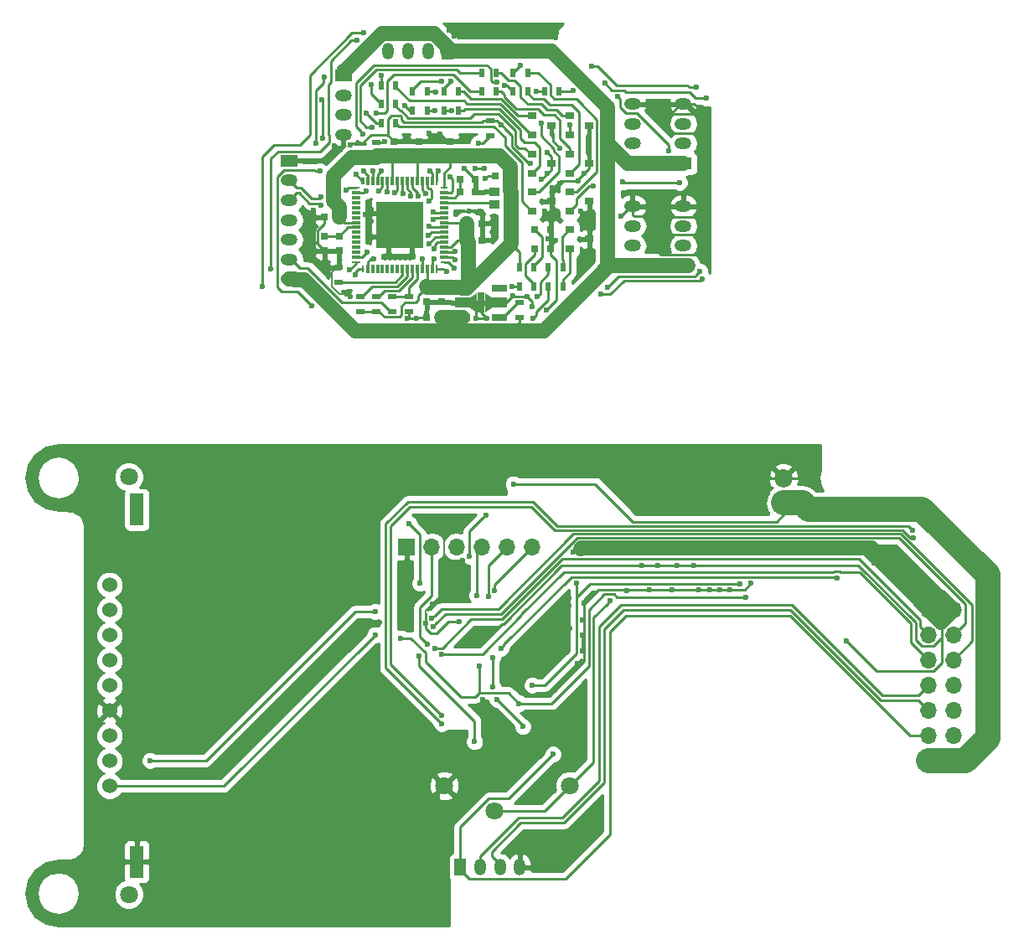
<source format=gtl>
G04 #@! TF.FileFunction,Copper,L2,Bot,Signal*
%FSLAX46Y46*%
G04 Gerber Fmt 4.6, Leading zero omitted, Abs format (unit mm)*
G04 Created by KiCad (PCBNEW 4.0.7) date *
%MOMM*%
%LPD*%
G01*
G04 APERTURE LIST*
%ADD10C,0.100000*%
%ADD11R,1.700000X1.200000*%
%ADD12O,1.700000X1.200000*%
%ADD13R,1.200000X1.700000*%
%ADD14O,1.200000X1.700000*%
%ADD15R,0.900000X0.500000*%
%ADD16R,0.800000X0.750000*%
%ADD17R,0.750000X0.800000*%
%ADD18R,0.800000X0.800000*%
%ADD19R,0.900000X0.800000*%
%ADD20R,0.500000X0.900000*%
%ADD21R,1.500000X0.700000*%
%ADD22R,1.500000X1.000000*%
%ADD23R,0.800000X2.000000*%
%ADD24R,0.250000X0.850000*%
%ADD25R,0.300000X0.850000*%
%ADD26R,0.300000X0.800000*%
%ADD27R,0.800000X0.250000*%
%ADD28R,0.850000X0.300000*%
%ADD29R,0.850000X0.250000*%
%ADD30R,0.250000X0.800000*%
%ADD31R,2.350000X2.350000*%
%ADD32R,1.100000X0.900000*%
%ADD33C,1.524000*%
%ADD34R,1.400000X3.200000*%
%ADD35C,1.800000*%
%ADD36R,1.850000X1.850000*%
%ADD37C,1.850000*%
%ADD38R,1.700000X1.700000*%
%ADD39O,1.700000X1.700000*%
%ADD40C,0.600000*%
%ADD41C,0.250000*%
%ADD42C,0.200000*%
%ADD43C,1.500000*%
%ADD44C,2.500000*%
%ADD45C,0.254000*%
%ADD46C,0.350000*%
%ADD47O,0.700000X2.200000*%
G04 APERTURE END LIST*
D10*
D11*
X83540000Y-91000000D03*
D12*
X83540000Y-93000000D03*
X83540000Y-95000000D03*
X83540000Y-97000000D03*
D13*
X94081000Y-88551000D03*
D14*
X92081000Y-88551000D03*
X90081000Y-88551000D03*
X88081000Y-88551000D03*
D15*
X85254500Y-113340000D03*
X85254500Y-114840000D03*
X83095500Y-111895000D03*
X83095500Y-110395000D03*
D16*
X91946000Y-115475000D03*
X93446000Y-115475000D03*
X98931000Y-101124000D03*
X100431000Y-101124000D03*
D17*
X93509500Y-113887500D03*
X93509500Y-112387500D03*
X91160000Y-97655500D03*
X91160000Y-99155500D03*
X88620000Y-97655500D03*
X88620000Y-99155500D03*
D16*
X97549500Y-105950000D03*
X96049500Y-105950000D03*
X97549500Y-107664500D03*
X96049500Y-107664500D03*
D17*
X94335000Y-97655500D03*
X94335000Y-99155500D03*
X91985500Y-113863500D03*
X91985500Y-112363500D03*
D16*
X81635000Y-105315000D03*
X83135000Y-105315000D03*
X96875000Y-102775000D03*
X95375000Y-102775000D03*
X96875000Y-101505000D03*
X95375000Y-101505000D03*
D17*
X83135000Y-108720000D03*
X83135000Y-107220000D03*
X81635000Y-108720000D03*
X81635000Y-107220000D03*
D18*
X102895000Y-106585000D03*
X104495000Y-106585000D03*
X102895000Y-108490000D03*
X104495000Y-108490000D03*
D19*
X106400000Y-102780000D03*
X106400000Y-104680000D03*
X108400000Y-103730000D03*
X106400000Y-106590000D03*
X106400000Y-108490000D03*
X108400000Y-107540000D03*
X102590000Y-102780000D03*
X102590000Y-104680000D03*
X104590000Y-103730000D03*
X102590000Y-98970000D03*
X102590000Y-100870000D03*
X104590000Y-99920000D03*
X102590000Y-95096500D03*
X102590000Y-96996500D03*
X104590000Y-96046500D03*
X106400000Y-98970000D03*
X106400000Y-100870000D03*
X108400000Y-99920000D03*
X106400000Y-95096500D03*
X106400000Y-96996500D03*
X108400000Y-96046500D03*
D11*
X78079000Y-99601500D03*
D12*
X78079000Y-101601500D03*
X78079000Y-103601500D03*
X78079000Y-105601500D03*
X78079000Y-107601500D03*
X78079000Y-109601500D03*
X78079000Y-111601500D03*
D11*
X112750000Y-110204500D03*
D12*
X112750000Y-108204500D03*
X112750000Y-106204500D03*
X112750000Y-104204500D03*
D11*
X112750000Y-99885500D03*
D12*
X112750000Y-97885500D03*
X112750000Y-95885500D03*
X112750000Y-93885500D03*
D11*
X117893500Y-99885000D03*
D12*
X117893500Y-97885000D03*
X117893500Y-95885000D03*
X117893500Y-93885000D03*
D11*
X117893500Y-110204500D03*
D12*
X117893500Y-108204500D03*
X117893500Y-106204500D03*
X117893500Y-104204500D03*
D15*
X101383500Y-115475000D03*
X101383500Y-113975000D03*
D20*
X101320000Y-110395000D03*
X102820000Y-110395000D03*
D15*
X88493000Y-114840000D03*
X88493000Y-113340000D03*
X90144000Y-113340000D03*
X90144000Y-114840000D03*
X86842000Y-97782500D03*
X86842000Y-99282500D03*
D20*
X101320000Y-112300000D03*
X102820000Y-112300000D03*
D15*
X86905500Y-113340000D03*
X86905500Y-114840000D03*
X98399000Y-97060000D03*
X98399000Y-95560000D03*
D20*
X103860000Y-92615000D03*
X105360000Y-92615000D03*
X100685000Y-90710000D03*
X102185000Y-90710000D03*
X104265000Y-112300000D03*
X105765000Y-112300000D03*
X104265000Y-110395000D03*
X105765000Y-110395000D03*
X87350000Y-95790000D03*
X88850000Y-95790000D03*
X90525000Y-94520000D03*
X92025000Y-94520000D03*
X93700000Y-94520000D03*
X95200000Y-94520000D03*
X87350000Y-93885000D03*
X88850000Y-93885000D03*
X87350000Y-91980000D03*
X88850000Y-91980000D03*
X93700000Y-92615000D03*
X95200000Y-92615000D03*
X100685000Y-92615000D03*
X102185000Y-92615000D03*
X97510000Y-92615000D03*
X99010000Y-92615000D03*
X90525000Y-92615000D03*
X92025000Y-92615000D03*
X97510000Y-90710000D03*
X99010000Y-90710000D03*
D10*
G36*
X97055000Y-114975000D02*
X96305000Y-114475000D01*
X96305000Y-113475000D01*
X97055000Y-112975000D01*
X97055000Y-114975000D01*
X97055000Y-114975000D01*
G37*
D21*
X95605000Y-115475000D03*
X95605000Y-112475000D03*
X99305000Y-115475000D03*
D22*
X99305000Y-113975000D03*
D21*
X99305000Y-112475000D03*
D22*
X95605000Y-113975000D03*
D10*
G36*
X97855000Y-112975000D02*
X98605000Y-113475000D01*
X98605000Y-114475000D01*
X97855000Y-114975000D01*
X97855000Y-112975000D01*
X97855000Y-112975000D01*
G37*
D23*
X97455000Y-113975000D03*
D24*
X93000000Y-101655000D03*
D25*
X92500000Y-101655000D03*
X92000000Y-101655000D03*
X91500000Y-101655000D03*
X91000000Y-101655000D03*
X90500000Y-101655000D03*
X90000000Y-101655000D03*
X89500000Y-101655000D03*
X89000000Y-101655000D03*
X88500000Y-101655000D03*
X88000000Y-101655000D03*
X87500000Y-101655000D03*
X87000000Y-101655000D03*
X86500000Y-101655000D03*
X86000000Y-101655000D03*
D26*
X85500000Y-101655000D03*
D27*
X84800000Y-102355000D03*
D28*
X84800000Y-102855000D03*
X84800000Y-103355000D03*
X84800000Y-103855000D03*
X84800000Y-104355000D03*
X84800000Y-104855000D03*
X84800000Y-105355000D03*
X84800000Y-105855000D03*
X84800000Y-106355000D03*
X84800000Y-106855000D03*
X84800000Y-107355000D03*
X84800000Y-107855000D03*
X84800000Y-108355000D03*
X84800000Y-108855000D03*
X84800000Y-109355000D03*
D29*
X84800000Y-109855000D03*
D30*
X85500000Y-110555000D03*
D25*
X86000000Y-110555000D03*
X86500000Y-110555000D03*
X87000000Y-110555000D03*
X87500000Y-110555000D03*
X88000000Y-110555000D03*
X88500000Y-110555000D03*
X89000000Y-110555000D03*
X89500000Y-110555000D03*
X90000000Y-110555000D03*
X90500000Y-110555000D03*
X91000000Y-110555000D03*
X91500000Y-110555000D03*
X92000000Y-110555000D03*
X92500000Y-110555000D03*
D24*
X93000000Y-110555000D03*
D27*
X93700000Y-109855000D03*
D28*
X93700000Y-109355000D03*
X93700000Y-108855000D03*
X93700000Y-108355000D03*
X93700000Y-107855000D03*
X93700000Y-107355000D03*
X93700000Y-106855000D03*
X93700000Y-106355000D03*
X93700000Y-105855000D03*
X93700000Y-105355000D03*
X93700000Y-104855000D03*
X93700000Y-104355000D03*
X93700000Y-103855000D03*
X93700000Y-103355000D03*
X93700000Y-102855000D03*
D27*
X93700000Y-102355000D03*
D31*
X90425000Y-104930000D03*
X90425000Y-107280000D03*
X88075000Y-104930000D03*
X88075000Y-107280000D03*
D32*
X100480000Y-102745000D03*
X98780000Y-102745000D03*
X98780000Y-104045000D03*
X100480000Y-104045000D03*
D33*
X59920000Y-142500000D03*
X59920000Y-145040000D03*
X59920000Y-147580000D03*
X59920000Y-150120000D03*
X59920000Y-152660000D03*
X59920000Y-155200000D03*
X59920000Y-157740000D03*
X59920000Y-160280000D03*
X59920000Y-162820000D03*
D34*
X62670000Y-170460000D03*
X62670000Y-134860000D03*
D35*
X61860000Y-131560000D03*
X61860000Y-173760000D03*
D36*
X128030000Y-134195000D03*
D37*
X128030000Y-131695000D03*
D38*
X89930000Y-138640000D03*
D39*
X92470000Y-138640000D03*
X95010000Y-138640000D03*
X97550000Y-138640000D03*
X100090000Y-138640000D03*
X102630000Y-138640000D03*
D13*
X95360000Y-171025000D03*
D14*
X97360000Y-171025000D03*
X99360000Y-171025000D03*
X101360000Y-171025000D03*
D38*
X142635000Y-160230000D03*
D39*
X145175000Y-160230000D03*
X142635000Y-157690000D03*
X145175000Y-157690000D03*
X142635000Y-155150000D03*
X145175000Y-155150000D03*
X142635000Y-152610000D03*
X145175000Y-152610000D03*
X142635000Y-150070000D03*
X145175000Y-150070000D03*
X142635000Y-147530000D03*
X145175000Y-147530000D03*
X142635000Y-144990000D03*
X145175000Y-144990000D03*
D35*
X106440000Y-162770000D03*
X98820000Y-165310000D03*
X93740000Y-162770000D03*
D40*
X82600000Y-98100000D03*
X84200000Y-98000000D03*
X102717000Y-86328500D03*
X100177000Y-86328500D03*
X97637000Y-86328500D03*
X98907000Y-86963500D03*
X101447000Y-86963500D03*
X103352000Y-86963500D03*
X104241000Y-107537500D03*
X108432000Y-109633000D03*
X107543000Y-110204500D03*
X107797000Y-109061500D03*
X105003000Y-107664500D03*
X104050500Y-114713000D03*
X111607000Y-105188000D03*
X102653500Y-114395500D03*
X102082000Y-113316000D03*
X100685000Y-113252500D03*
X102463000Y-99917500D03*
X99478500Y-95980500D03*
X84238500Y-113316000D03*
X116179000Y-93885000D03*
X115290000Y-93821500D03*
X114591500Y-93885000D03*
X96240000Y-86455500D03*
X96240000Y-87090500D03*
X94773590Y-87027000D03*
X94208000Y-86455500D03*
X104685500Y-102330500D03*
X105384000Y-101949500D03*
X107289000Y-101632000D03*
X107860500Y-100933500D03*
X103542500Y-101505000D03*
X104177500Y-100933500D03*
X105447500Y-98330000D03*
X108305000Y-97885500D03*
X108305000Y-98711000D03*
X80555500Y-104616500D03*
X79920500Y-99601500D03*
X83222500Y-98520500D03*
X82397000Y-98901500D03*
X114845500Y-107918500D03*
X115988500Y-107093000D03*
X114718500Y-106902500D03*
X114718500Y-105378500D03*
X115798000Y-105315000D03*
X115734500Y-103537000D03*
X114464500Y-102775000D03*
X114845500Y-104108500D03*
X90017000Y-115538500D03*
X90969500Y-115538500D03*
X96938500Y-115538500D03*
X98018000Y-115538500D03*
X79539500Y-104870500D03*
X90425000Y-104930000D03*
X88075000Y-104930000D03*
X86334000Y-105696000D03*
X85762500Y-105061000D03*
X86334000Y-104553000D03*
X90588500Y-109379000D03*
X89572500Y-109315500D03*
X88620000Y-109379000D03*
X87667500Y-109379000D03*
X92176000Y-96806000D03*
X92303000Y-97631500D03*
X93319000Y-96933000D03*
X98843500Y-105251500D03*
X95033500Y-104807000D03*
X96303500Y-104743500D03*
X97383000Y-104743500D03*
X104622000Y-105378500D03*
X103923500Y-104743500D03*
X105193500Y-104680000D03*
X108813000Y-105886500D03*
X107606500Y-105886500D03*
X107543000Y-104743500D03*
X108749500Y-104807000D03*
X104177500Y-98774500D03*
X97891000Y-101441500D03*
X97827500Y-100425500D03*
X96875000Y-100425500D03*
X95795500Y-100425500D03*
X82310000Y-163405000D03*
X88025000Y-163405000D03*
X88025000Y-165945000D03*
X82310000Y-165945000D03*
X76595000Y-165945000D03*
X71515000Y-165945000D03*
X65800000Y-165945000D03*
X65800000Y-169120000D03*
X71515000Y-169120000D03*
X76595000Y-169120000D03*
X82310000Y-169120000D03*
X88025000Y-169120000D03*
X88025000Y-173565000D03*
X82310000Y-173565000D03*
X76595000Y-173565000D03*
X71515000Y-173565000D03*
X65800000Y-173565000D03*
X60085000Y-169120000D03*
X60085000Y-165945000D03*
X57989500Y-157130500D03*
X58180000Y-153880000D03*
X58180000Y-149435000D03*
X58180000Y-146260000D03*
X58180000Y-141180000D03*
X70880000Y-153880000D03*
X67705000Y-150705000D03*
X71515000Y-150070000D03*
X75960000Y-145625000D03*
X70880000Y-145625000D03*
X67070000Y-144355000D03*
X70880000Y-141815000D03*
X75960000Y-141815000D03*
X81040000Y-141815000D03*
X84215000Y-138005000D03*
X80405000Y-136735000D03*
X75325000Y-136735000D03*
X70245000Y-136735000D03*
X66435000Y-136735000D03*
X66435000Y-139910000D03*
X61990000Y-139910000D03*
X59450000Y-138005000D03*
X59450000Y-132925000D03*
X64530000Y-131655000D03*
X70245000Y-131655000D03*
X77865000Y-131655000D03*
X59450000Y-129750000D03*
X65800000Y-129750000D03*
X70880000Y-129750000D03*
X77230000Y-129750000D03*
X82310000Y-129750000D03*
X61228000Y-161754000D03*
X75452000Y-152546500D03*
X77928500Y-150070000D03*
X80341500Y-147784000D03*
X82437000Y-145561500D03*
X85993000Y-142513500D03*
X86691500Y-143466000D03*
X85294500Y-143720000D03*
X91073000Y-143720000D03*
X89866500Y-143720000D03*
X89803000Y-142132500D03*
X89803000Y-140862500D03*
X90438000Y-146133000D03*
X89358500Y-146260000D03*
X87199500Y-146260000D03*
X85421500Y-146323500D03*
X83453000Y-148546000D03*
X81421000Y-150832000D03*
X79071500Y-152991000D03*
X76722000Y-155531000D03*
X74372500Y-157817000D03*
X92533500Y-144418500D03*
X66943000Y-159087000D03*
X66943000Y-158261500D03*
X62625000Y-158642500D03*
X61545500Y-159531500D03*
X61355000Y-157055000D03*
X61482000Y-154642000D03*
X63895000Y-154769000D03*
X85612000Y-153943500D03*
X83453000Y-156229500D03*
X85358000Y-156102500D03*
X87072500Y-156356500D03*
X89485500Y-158071000D03*
X87326500Y-158198000D03*
X85167500Y-158071000D03*
X83135500Y-158007500D03*
X81167000Y-157944000D03*
X79452500Y-159468000D03*
X78055500Y-160166500D03*
X76277500Y-160230000D03*
X72848500Y-160039500D03*
X91848887Y-146387000D03*
X93740000Y-135778590D03*
X92152407Y-135778590D03*
X95708500Y-135778590D03*
X93105000Y-165310000D03*
X93105000Y-169120000D03*
X93105000Y-173565000D03*
X101360000Y-129750000D03*
X96915000Y-129750000D03*
X93740000Y-129750000D03*
X89930000Y-129750000D03*
X94375000Y-131655000D03*
X91200000Y-131655000D03*
X88025000Y-131655000D03*
X84850000Y-131655000D03*
X97232500Y-154832500D03*
X104535000Y-169120000D03*
X103709500Y-170453500D03*
X105360500Y-170644000D03*
X107011500Y-169310500D03*
X109107000Y-166834000D03*
X108345000Y-165627500D03*
X107138500Y-167659500D03*
X104979500Y-167723000D03*
X102947500Y-167723000D03*
X101360000Y-168802500D03*
X104598500Y-162325500D03*
X103709500Y-163278000D03*
X103138000Y-164294000D03*
X101614000Y-164230500D03*
X102693500Y-163532000D03*
X93359000Y-142894500D03*
X93359000Y-141561000D03*
X93422500Y-140545000D03*
X95554091Y-148634290D03*
X97737598Y-146831500D03*
X143079500Y-142386500D03*
X142190500Y-142450000D03*
X142635000Y-143339000D03*
X102947500Y-147276000D03*
X106313000Y-143847000D03*
X105678000Y-144101000D03*
X106376500Y-144609000D03*
X106440000Y-146895000D03*
X106122500Y-147847500D03*
X105678000Y-146958500D03*
X104408000Y-145815500D03*
X122569000Y-142958000D03*
X121616500Y-142958000D03*
X120600500Y-142958000D03*
X119457500Y-142958000D03*
X116790500Y-142958000D03*
X114504500Y-142958000D03*
X112155000Y-143085000D03*
X107202000Y-150387500D03*
X107710000Y-149181000D03*
X107710000Y-147530000D03*
X107710000Y-146006000D03*
X104662000Y-130893000D03*
X105424000Y-130067500D03*
X105233500Y-128797500D03*
X107011500Y-128797500D03*
X109170500Y-128924500D03*
X109297500Y-130321500D03*
X111012000Y-130448500D03*
X110821500Y-128797500D03*
X112853500Y-128797500D03*
X115520500Y-128797500D03*
X118251000Y-128797500D03*
X120410000Y-129432500D03*
X122251500Y-129496000D03*
X124347000Y-129305500D03*
X126315500Y-130004000D03*
X126315500Y-131274000D03*
X128030000Y-129750000D03*
X130570000Y-129750000D03*
X130570000Y-131655000D03*
X97590000Y-154070500D03*
X107329000Y-154578500D03*
X107392500Y-153499000D03*
X104916000Y-153177598D03*
X101550500Y-151784500D03*
X124728000Y-142323000D03*
X107900500Y-144355000D03*
X134380000Y-148165000D03*
X139460000Y-141942000D03*
X140476000Y-142767500D03*
X140476000Y-141688000D03*
X126950500Y-139275000D03*
X127776000Y-138386000D03*
X126125000Y-138576500D03*
X124664500Y-139211500D03*
X123966000Y-138513000D03*
X122505500Y-138322500D03*
X120156000Y-138322500D03*
X136221500Y-138322500D03*
X137110500Y-138957500D03*
X136094500Y-139275000D03*
X137174000Y-140227500D03*
X111393000Y-138386000D03*
X108916500Y-138386000D03*
X107456000Y-138386000D03*
X107710000Y-139084500D03*
X106757500Y-139148000D03*
X113044000Y-138767000D03*
X114250500Y-138767000D03*
X115330000Y-138767000D03*
X116600000Y-138767000D03*
X117870000Y-138767000D03*
X119902000Y-134449000D03*
X118378000Y-134258500D03*
X116663500Y-134258500D03*
X115076000Y-134258500D03*
X113615500Y-134258500D03*
X105995500Y-156039000D03*
X107392500Y-156102500D03*
X107329000Y-157626500D03*
X105170000Y-157690000D03*
X103138000Y-159468000D03*
X100979000Y-158769500D03*
X101360000Y-158071000D03*
X94121000Y-158579000D03*
X95835500Y-160166500D03*
X97867500Y-158960000D03*
X99525000Y-156171000D03*
X98655000Y-156971000D03*
X95581500Y-139973500D03*
X94629000Y-143339000D03*
X118949500Y-140481500D03*
X117235000Y-140545000D03*
X115330000Y-140545000D03*
X113742500Y-140545000D03*
X97002500Y-147897500D03*
X95277500Y-146172500D03*
X108813000Y-102140000D03*
X111797500Y-101759000D03*
X106781000Y-92551500D03*
X117512500Y-101822500D03*
X92811000Y-94520000D03*
X103542500Y-95853500D03*
X92840199Y-92644199D03*
X106400000Y-95996502D03*
X104725500Y-159595000D03*
X92620500Y-105540323D03*
X92620500Y-104787910D03*
X92146801Y-107127301D03*
X92176000Y-106267500D03*
X92747500Y-108553500D03*
X92176000Y-107982000D03*
X81317500Y-104089000D03*
X87952150Y-102743694D03*
X81317500Y-103239000D03*
X87093437Y-102646278D03*
X89540448Y-102935701D03*
X88747665Y-102828401D03*
X91096500Y-103219500D03*
X90296489Y-103218505D03*
X92176810Y-103655880D03*
X91898874Y-102956684D03*
X93103011Y-100678253D03*
X92303000Y-100679500D03*
X87731000Y-97695000D03*
X87350000Y-100679500D03*
X100555002Y-112300000D03*
X91541000Y-109506000D03*
X97192500Y-97822000D03*
X94335000Y-101251000D03*
X85540685Y-96905917D03*
X99034000Y-91660002D03*
X103034500Y-92615000D03*
X85572000Y-100679500D03*
X119227000Y-92170500D03*
X108622500Y-90075000D03*
X101447000Y-89948000D03*
X119798500Y-111538000D03*
X109575000Y-113125500D03*
X94843000Y-109633000D03*
X102717000Y-115538500D03*
X83857500Y-102584500D03*
X80365000Y-114268500D03*
X81190500Y-100679500D03*
X103161500Y-113379500D03*
X93954000Y-110839500D03*
X85889500Y-94774000D03*
X85953000Y-108871000D03*
X84937000Y-87471500D03*
X89763000Y-94012000D03*
X76237500Y-110522000D03*
X86651500Y-109569500D03*
X85635500Y-86715410D03*
X75382801Y-112329199D03*
X94449998Y-94520000D03*
X84772936Y-111180499D03*
X86334000Y-91916500D03*
X84175000Y-110649000D03*
X87350000Y-91027500D03*
X81635000Y-91154500D03*
X80746000Y-97822000D03*
X92684000Y-109506000D03*
X81371010Y-93439491D03*
X81444500Y-97314000D03*
X85826000Y-102648000D03*
X94398500Y-91599000D03*
X120243000Y-93313500D03*
X99806101Y-91989533D03*
X109956000Y-91789500D03*
X94779500Y-110458500D03*
X86842000Y-94774000D03*
X84810000Y-100997000D03*
X93509500Y-91599000D03*
X111289500Y-93123000D03*
X116433000Y-98584000D03*
X119544500Y-110776000D03*
X110210000Y-112427000D03*
X94847969Y-108797714D03*
X86461000Y-96234500D03*
X86503695Y-100659711D03*
X86755000Y-145180500D03*
X64022000Y-160230000D03*
X98629500Y-152763483D03*
X99074000Y-154070500D03*
X101677500Y-156801000D03*
X98629500Y-149816000D03*
X100725000Y-132290000D03*
X92025500Y-148482500D03*
X141120835Y-137706252D03*
X93486000Y-155677500D03*
X141043645Y-136957809D03*
X93486000Y-156527500D03*
X93442861Y-149508490D03*
X92787500Y-148863500D03*
X92597975Y-146705763D03*
X92473888Y-145877786D03*
X91263500Y-142323000D03*
X90184000Y-136290500D03*
X89358500Y-147862410D03*
X124220000Y-143720000D03*
X97312493Y-150640078D03*
X101296500Y-154451500D03*
X123603041Y-142380590D03*
X107075000Y-142323000D03*
X102630000Y-152610000D03*
X110515559Y-144096972D03*
X86755000Y-147530000D03*
X96788000Y-158325000D03*
X91200000Y-149659498D03*
X97931000Y-135426179D03*
X96280000Y-139592500D03*
X133427500Y-141751500D03*
X99455000Y-148863500D03*
X97042000Y-143529500D03*
X98185000Y-143656500D03*
X98820000Y-143085000D03*
D41*
X82600000Y-98100000D02*
X82600000Y-98698500D01*
X82600000Y-98698500D02*
X82397000Y-98901500D01*
X85453998Y-97885500D02*
X84314500Y-97885500D01*
X84314500Y-97885500D02*
X84200000Y-98000000D01*
X100177000Y-86328500D02*
X102717000Y-86328500D01*
X98907000Y-86963500D02*
X98272000Y-86963500D01*
X98272000Y-86963500D02*
X97637000Y-86328500D01*
X103352000Y-86963500D02*
X101447000Y-86963500D01*
X104495000Y-108490000D02*
X104495000Y-107791500D01*
X104495000Y-107791500D02*
X104241000Y-107537500D01*
X107797000Y-109061500D02*
X107797000Y-109950500D01*
X107797000Y-109950500D02*
X107543000Y-110204500D01*
X104495000Y-108490000D02*
X104495000Y-108172500D01*
X104495000Y-108172500D02*
X105003000Y-107664500D01*
X105066500Y-109711500D02*
X105066500Y-113697000D01*
X105066500Y-113697000D02*
X104050500Y-114713000D01*
X104495000Y-108490000D02*
X104495000Y-109140000D01*
X104495000Y-109140000D02*
X105066500Y-109711500D01*
X112750000Y-104204500D02*
X112590500Y-104204500D01*
X112590500Y-104204500D02*
X111607000Y-105188000D01*
X114718500Y-105378500D02*
X113924000Y-105378500D01*
X113924000Y-105378500D02*
X113733500Y-105188000D01*
X113733500Y-105188000D02*
X112883500Y-105188000D01*
X112883500Y-105188000D02*
X112750000Y-105054500D01*
X112750000Y-105054500D02*
X112750000Y-104204500D01*
X118338000Y-93885000D02*
X119354000Y-94901000D01*
X119354000Y-94901000D02*
X119544500Y-95091500D01*
X116179000Y-94329500D02*
X116750500Y-94901000D01*
X116750500Y-94901000D02*
X119354000Y-94901000D01*
X116179000Y-93885000D02*
X116179000Y-94329500D01*
X115627736Y-109125000D02*
X119862000Y-109125000D01*
X114845500Y-107918500D02*
X114845500Y-108342764D01*
X114845500Y-108342764D02*
X115627736Y-109125000D01*
X115988500Y-107093000D02*
X119735000Y-107093000D01*
X115798000Y-105315000D02*
X119036500Y-105315000D01*
X102082000Y-113316000D02*
X100748500Y-113316000D01*
X100748500Y-113316000D02*
X100685000Y-113252500D01*
X102082000Y-113316000D02*
X102653500Y-113887500D01*
X102653500Y-113887500D02*
X102653500Y-114395500D01*
X99305000Y-113975000D02*
X99962500Y-113975000D01*
X99962500Y-113975000D02*
X100685000Y-113252500D01*
X96938500Y-115538500D02*
X96938500Y-114491500D01*
X96938500Y-114491500D02*
X97455000Y-113975000D01*
X96938500Y-115538500D02*
X98018000Y-115538500D01*
X102272500Y-99917500D02*
X102463000Y-99917500D01*
X100558000Y-98203000D02*
X102272500Y-99917500D01*
X100558000Y-97123500D02*
X100558000Y-98203000D01*
X99778499Y-96343999D02*
X100558000Y-97123500D01*
X99478500Y-95980500D02*
X99778499Y-96280499D01*
X99778499Y-96280499D02*
X99778499Y-96343999D01*
X98399000Y-95560000D02*
X99058000Y-95560000D01*
X99058000Y-95560000D02*
X99478500Y-95980500D01*
D42*
X83108178Y-113062000D02*
X83984500Y-113062000D01*
X83984500Y-113062000D02*
X84238500Y-113316000D01*
X82895500Y-110395000D02*
X82393099Y-110897401D01*
X82393099Y-110897401D02*
X82393099Y-112346921D01*
X83095500Y-110395000D02*
X82895500Y-110395000D01*
X82393099Y-112346921D02*
X83108178Y-113062000D01*
D41*
X115290000Y-93821500D02*
X116115500Y-93821500D01*
X116115500Y-93821500D02*
X116179000Y-93885000D01*
X112750000Y-93885500D02*
X114591000Y-93885500D01*
X114591000Y-93885500D02*
X114591500Y-93885000D01*
X94773590Y-87027000D02*
X96176500Y-87027000D01*
X96176500Y-87027000D02*
X96240000Y-87090500D01*
X119354000Y-95282000D02*
X119354000Y-96806000D01*
X119354000Y-96806000D02*
X119354000Y-103918000D01*
X116369500Y-96234500D02*
X116941000Y-96806000D01*
X116941000Y-96806000D02*
X119354000Y-96806000D01*
X116369500Y-95159000D02*
X116369500Y-96234500D01*
X117893500Y-93885000D02*
X117643500Y-93885000D01*
X117643500Y-93885000D02*
X116369500Y-95159000D01*
X117893500Y-93885000D02*
X118993500Y-93885000D01*
X118993500Y-93885000D02*
X119692000Y-94583500D01*
X117893500Y-93885000D02*
X118338000Y-93885000D01*
X117893500Y-93885000D02*
X117957000Y-93885000D01*
X117957000Y-93885000D02*
X119354000Y-95282000D01*
X119354000Y-103918000D02*
X118973000Y-104299000D01*
X118973000Y-104299000D02*
X118878500Y-104204500D01*
X118878500Y-104204500D02*
X117893500Y-104204500D01*
X90017000Y-115538500D02*
X90969500Y-115538500D01*
X90144000Y-114840000D02*
X90144000Y-115411500D01*
X90144000Y-115411500D02*
X90017000Y-115538500D01*
X96240000Y-87090500D02*
X96240000Y-86455500D01*
X94208000Y-86455500D02*
X94773590Y-87021090D01*
X94773590Y-87021090D02*
X94773590Y-87027000D01*
X97549500Y-107664500D02*
X97549500Y-105950000D01*
X88048500Y-95392178D02*
X88048500Y-96952000D01*
X88048500Y-96952000D02*
X87995000Y-97005500D01*
X89321921Y-95062599D02*
X88378079Y-95062599D01*
X88378079Y-95062599D02*
X88048500Y-95392178D01*
X89636000Y-95726500D02*
X89377401Y-95467901D01*
X89377401Y-95467901D02*
X89377401Y-95118079D01*
X89377401Y-95118079D02*
X89321921Y-95062599D01*
X97532500Y-95726500D02*
X89636000Y-95726500D01*
X98399000Y-95560000D02*
X97699000Y-95560000D01*
X97699000Y-95560000D02*
X97532500Y-95726500D01*
X88620000Y-97655500D02*
X91160000Y-97655500D01*
X107289000Y-101632000D02*
X107289000Y-101505000D01*
X107289000Y-101505000D02*
X107860500Y-100933500D01*
X103542500Y-101505000D02*
X103606000Y-101505000D01*
X103606000Y-101505000D02*
X104177500Y-100933500D01*
X107289000Y-101632000D02*
X105701500Y-101632000D01*
X105701500Y-101632000D02*
X105384000Y-101949500D01*
X108400000Y-99920000D02*
X108400000Y-100394000D01*
X108400000Y-100394000D02*
X107860500Y-100933500D01*
X104590000Y-99920000D02*
X104590000Y-100521000D01*
X104590000Y-100521000D02*
X104177500Y-100933500D01*
X98931000Y-101124000D02*
X98208500Y-101124000D01*
X98208500Y-101124000D02*
X97891000Y-101441500D01*
X104749000Y-97631500D02*
X105447500Y-98330000D01*
X104749000Y-96855500D02*
X104749000Y-97631500D01*
X104590000Y-96046500D02*
X104590000Y-96696500D01*
X104590000Y-96696500D02*
X104749000Y-96855500D01*
X108400000Y-99920000D02*
X108400000Y-98806000D01*
X108400000Y-98806000D02*
X108305000Y-98711000D01*
X81635000Y-105315000D02*
X81635000Y-105940000D01*
X81635000Y-105940000D02*
X80934999Y-106640001D01*
X80934999Y-106640001D02*
X80934999Y-107994999D01*
X80934999Y-107994999D02*
X81635000Y-108695000D01*
X81635000Y-108695000D02*
X81635000Y-108720000D01*
X85453998Y-97885500D02*
X86333998Y-97005500D01*
X86333998Y-97005500D02*
X87995000Y-97005500D01*
X88620000Y-97630500D02*
X88620000Y-97655500D01*
X87995000Y-97005500D02*
X88620000Y-97630500D01*
X81697000Y-99601500D02*
X82397000Y-98901500D01*
X78079000Y-99601500D02*
X81697000Y-99601500D01*
X114718500Y-106902500D02*
X115798000Y-106902500D01*
X115798000Y-106902500D02*
X115988500Y-107093000D01*
X115798000Y-105315000D02*
X114782000Y-105315000D01*
X114782000Y-105315000D02*
X114718500Y-105378500D01*
X114464500Y-102775000D02*
X114972500Y-102775000D01*
X114972500Y-102775000D02*
X115734500Y-103537000D01*
X112750000Y-104204500D02*
X114749500Y-104204500D01*
X114749500Y-104204500D02*
X114845500Y-104108500D01*
X91946000Y-115475000D02*
X91033000Y-115475000D01*
X91033000Y-115475000D02*
X90969500Y-115538500D01*
X97455000Y-113975000D02*
X97455000Y-114975500D01*
X97455000Y-114975500D02*
X98018000Y-115538500D01*
X81635000Y-105315000D02*
X79984000Y-105315000D01*
X79984000Y-105315000D02*
X79539500Y-104870500D01*
X88075000Y-104930000D02*
X90425000Y-104930000D01*
X85762500Y-105061000D02*
X85762500Y-105124500D01*
X85762500Y-105124500D02*
X86334000Y-105696000D01*
X88075000Y-104930000D02*
X86711000Y-104930000D01*
X86711000Y-104930000D02*
X86334000Y-104553000D01*
X89509000Y-109379000D02*
X89572500Y-109315500D01*
X88620000Y-109379000D02*
X89509000Y-109379000D01*
X88075000Y-107280000D02*
X88075000Y-108971500D01*
X88075000Y-108971500D02*
X87667500Y-109379000D01*
X92303000Y-97631500D02*
X92303000Y-96933000D01*
X92303000Y-96933000D02*
X92176000Y-96806000D01*
X94335000Y-97655500D02*
X94041500Y-97655500D01*
X94041500Y-97655500D02*
X93319000Y-96933000D01*
X97549500Y-105950000D02*
X98145000Y-105950000D01*
X98145000Y-105950000D02*
X98843500Y-105251500D01*
X96303500Y-104743500D02*
X95097000Y-104743500D01*
X95097000Y-104743500D02*
X95033500Y-104807000D01*
X97549500Y-105950000D02*
X97549500Y-104910000D01*
X97549500Y-104910000D02*
X97383000Y-104743500D01*
X103923500Y-104743500D02*
X103987000Y-104743500D01*
X103987000Y-104743500D02*
X104622000Y-105378500D01*
X104590000Y-103730000D02*
X104590000Y-104076500D01*
X104590000Y-104076500D02*
X105193500Y-104680000D01*
X107543000Y-104743500D02*
X107543000Y-105823000D01*
X107543000Y-105823000D02*
X107606500Y-105886500D01*
X108400000Y-103730000D02*
X108400000Y-104457500D01*
X108400000Y-104457500D02*
X108749500Y-104807000D01*
X108400000Y-99920000D02*
X108400000Y-100203500D01*
X104590000Y-99920000D02*
X104590000Y-99187000D01*
X104590000Y-99187000D02*
X104177500Y-98774500D01*
X104590000Y-99920000D02*
X104590000Y-100203500D01*
X96875000Y-100425500D02*
X97827500Y-100425500D01*
X96875000Y-101505000D02*
X95795500Y-100425500D01*
X90425000Y-107280000D02*
X90425000Y-104930000D01*
X88075000Y-107280000D02*
X90425000Y-107280000D01*
X88075000Y-104930000D02*
X88075000Y-107280000D01*
X88025000Y-163405000D02*
X82310000Y-163405000D01*
X82310000Y-165945000D02*
X88025000Y-165945000D01*
X71515000Y-165945000D02*
X76595000Y-165945000D01*
X65800000Y-169120000D02*
X65800000Y-165945000D01*
X76595000Y-169120000D02*
X71515000Y-169120000D01*
X88025000Y-169120000D02*
X82310000Y-169120000D01*
X82310000Y-173565000D02*
X88025000Y-173565000D01*
X71515000Y-173565000D02*
X76595000Y-173565000D01*
X60085000Y-165945000D02*
X60085000Y-169120000D01*
X58180000Y-149435000D02*
X58180000Y-153880000D01*
X58180000Y-141180000D02*
X58180000Y-146260000D01*
X67705000Y-150705000D02*
X70880000Y-153880000D01*
X75960000Y-145625000D02*
X71515000Y-150070000D01*
X67070000Y-144355000D02*
X68340000Y-145625000D01*
X68340000Y-145625000D02*
X70880000Y-145625000D01*
X75960000Y-141815000D02*
X70880000Y-141815000D01*
X84215000Y-138005000D02*
X81040000Y-141180000D01*
X81040000Y-141180000D02*
X81040000Y-141815000D01*
X75325000Y-136735000D02*
X80405000Y-136735000D01*
X66435000Y-136735000D02*
X70245000Y-136735000D01*
X61990000Y-139910000D02*
X66435000Y-139910000D01*
X59450000Y-132925000D02*
X59450000Y-138005000D01*
X70245000Y-131655000D02*
X64530000Y-131655000D01*
X84850000Y-131655000D02*
X77865000Y-131655000D01*
X70880000Y-129750000D02*
X65800000Y-129750000D01*
X82310000Y-129750000D02*
X77230000Y-129750000D01*
X77928500Y-150070000D02*
X75452000Y-152546500D01*
X82437000Y-145561500D02*
X80341500Y-147657000D01*
X80341500Y-147657000D02*
X80341500Y-147784000D01*
X85294500Y-143720000D02*
X86437500Y-143720000D01*
X86437500Y-143720000D02*
X86691500Y-143466000D01*
X89803000Y-142132500D02*
X89803000Y-143656500D01*
X89803000Y-143656500D02*
X89866500Y-143720000D01*
X89930000Y-138640000D02*
X89930000Y-140735500D01*
X89930000Y-140735500D02*
X89803000Y-140862500D01*
X89358500Y-146260000D02*
X90311000Y-146260000D01*
X90311000Y-146260000D02*
X90438000Y-146133000D01*
X85421500Y-146323500D02*
X87136000Y-146323500D01*
X87136000Y-146323500D02*
X87199500Y-146260000D01*
X81421000Y-150832000D02*
X83453000Y-148800000D01*
X83453000Y-148800000D02*
X83453000Y-148546000D01*
X76722000Y-155531000D02*
X79071500Y-153181500D01*
X79071500Y-153181500D02*
X79071500Y-152991000D01*
X63387000Y-161500000D02*
X70689500Y-161500000D01*
X70689500Y-161500000D02*
X74372500Y-157817000D01*
X62625000Y-160738000D02*
X63387000Y-161500000D01*
X62625000Y-158642500D02*
X62625000Y-160738000D01*
D42*
X92533500Y-144418500D02*
X93613000Y-143339000D01*
X91848887Y-145103113D02*
X92533500Y-144418500D01*
D41*
X66943000Y-158261500D02*
X66943000Y-159087000D01*
X61355000Y-157055000D02*
X61355000Y-159341000D01*
X61355000Y-159341000D02*
X61545500Y-159531500D01*
X63895000Y-154769000D02*
X61609000Y-154769000D01*
X61609000Y-154769000D02*
X61482000Y-154642000D01*
X83453000Y-156229500D02*
X85612000Y-154070500D01*
X85612000Y-154070500D02*
X85612000Y-153943500D01*
X87072500Y-156356500D02*
X85612000Y-156356500D01*
X85612000Y-156356500D02*
X85358000Y-156102500D01*
X87326500Y-158198000D02*
X89358500Y-158198000D01*
X89358500Y-158198000D02*
X89485500Y-158071000D01*
X83135500Y-158007500D02*
X85104000Y-158007500D01*
X85104000Y-158007500D02*
X85167500Y-158071000D01*
X79452500Y-159468000D02*
X79643000Y-159468000D01*
X79643000Y-159468000D02*
X81167000Y-157944000D01*
X76277500Y-160230000D02*
X77992000Y-160230000D01*
X77992000Y-160230000D02*
X78055500Y-160166500D01*
X91848887Y-146387000D02*
X91848887Y-145340699D01*
X91848887Y-146908887D02*
X91848887Y-146577500D01*
X91848887Y-146577500D02*
X91848887Y-146387000D01*
D42*
X95708500Y-135778590D02*
X93740000Y-135778590D01*
X93740000Y-139973500D02*
X93740000Y-135778590D01*
X93740000Y-139001554D02*
X93740000Y-135778590D01*
D41*
X93105000Y-165310000D02*
X93105000Y-163405000D01*
X93105000Y-163405000D02*
X93740000Y-162770000D01*
X93105000Y-169120000D02*
X93105000Y-165310000D01*
X93740000Y-129750000D02*
X96915000Y-129750000D01*
X88025000Y-131655000D02*
X89930000Y-129750000D01*
X88025000Y-131655000D02*
X91200000Y-131655000D01*
X105360500Y-170644000D02*
X103900000Y-170644000D01*
X103900000Y-170644000D02*
X103709500Y-170453500D01*
X109107000Y-166834000D02*
X107011500Y-168929500D01*
X107011500Y-168929500D02*
X107011500Y-169310500D01*
X107138500Y-167659500D02*
X108345000Y-166453000D01*
X108345000Y-166453000D02*
X108345000Y-165627500D01*
X102947500Y-167723000D02*
X104979500Y-167723000D01*
X101360000Y-171025000D02*
X101360000Y-168802500D01*
X103709500Y-163278000D02*
X103709500Y-163214500D01*
X103709500Y-163214500D02*
X104598500Y-162325500D01*
X101614000Y-164230500D02*
X103074500Y-164230500D01*
X103074500Y-164230500D02*
X103138000Y-164294000D01*
X107329000Y-159214000D02*
X103011000Y-163532000D01*
X103011000Y-163532000D02*
X102693500Y-163532000D01*
X107329000Y-157626500D02*
X107329000Y-159214000D01*
X93422500Y-140545000D02*
X93422500Y-141497500D01*
X93422500Y-141497500D02*
X93359000Y-141561000D01*
X97002500Y-147897500D02*
X96290881Y-147897500D01*
X96290881Y-147897500D02*
X95554091Y-148634290D01*
X97002500Y-147897500D02*
X97002500Y-147566598D01*
X97002500Y-147566598D02*
X97737598Y-146831500D01*
D43*
X143905000Y-143720000D02*
X145175000Y-144990000D01*
X142635000Y-144990000D02*
X143905000Y-143720000D01*
X143905000Y-146260000D02*
X142635000Y-144990000D01*
X145175000Y-144990000D02*
X143905000Y-146260000D01*
D41*
X142190500Y-142450000D02*
X143016000Y-142450000D01*
X143016000Y-142450000D02*
X143079500Y-142386500D01*
X104408000Y-145815500D02*
X102947500Y-147276000D01*
X106376500Y-144609000D02*
X106186000Y-144609000D01*
X106186000Y-144609000D02*
X105678000Y-144101000D01*
X106122500Y-147847500D02*
X106122500Y-147212500D01*
X106122500Y-147212500D02*
X106440000Y-146895000D01*
X104408000Y-145815500D02*
X104535000Y-145815500D01*
X104535000Y-145815500D02*
X105678000Y-146958500D01*
X113742500Y-140545000D02*
X107900500Y-140545000D01*
X117235000Y-140545000D02*
X115330000Y-140545000D01*
X121616500Y-142958000D02*
X122569000Y-142958000D01*
X122569000Y-142958000D02*
X124093000Y-142958000D01*
X120600500Y-142958000D02*
X121616500Y-142958000D01*
X119457500Y-142958000D02*
X120600500Y-142958000D01*
X116790500Y-142958000D02*
X119330500Y-142958000D01*
X119330500Y-142958000D02*
X119457500Y-142958000D01*
X114504500Y-142958000D02*
X116790500Y-142958000D01*
X112155000Y-142958000D02*
X114504500Y-142958000D01*
X109297500Y-142958000D02*
X112155000Y-142958000D01*
X112155000Y-142958000D02*
X112155000Y-143085000D01*
X107710000Y-147530000D02*
X107710000Y-149181000D01*
X107900500Y-144355000D02*
X107900500Y-145815500D01*
X107900500Y-145815500D02*
X107710000Y-146006000D01*
X107900500Y-144355000D02*
X107900500Y-150193098D01*
X107900500Y-150193098D02*
X104916000Y-153177598D01*
X105424000Y-130067500D02*
X105424000Y-130131000D01*
X105424000Y-130131000D02*
X104662000Y-130893000D01*
X107011500Y-128797500D02*
X105233500Y-128797500D01*
X109297500Y-130321500D02*
X109297500Y-129051500D01*
X109297500Y-129051500D02*
X109170500Y-128924500D01*
X110821500Y-128797500D02*
X110821500Y-130258000D01*
X110821500Y-130258000D02*
X111012000Y-130448500D01*
X115520500Y-128797500D02*
X112853500Y-128797500D01*
X120410000Y-129432500D02*
X118886000Y-129432500D01*
X118886000Y-129432500D02*
X118251000Y-128797500D01*
X124347000Y-129305500D02*
X122442000Y-129305500D01*
X122442000Y-129305500D02*
X122251500Y-129496000D01*
X128030000Y-131695000D02*
X126736500Y-131695000D01*
X126736500Y-131695000D02*
X126315500Y-131274000D01*
X126315500Y-131274000D02*
X126315500Y-130004000D01*
X130570000Y-129750000D02*
X128030000Y-129750000D01*
X128030000Y-131695000D02*
X130530000Y-131695000D01*
X130530000Y-131695000D02*
X130570000Y-131655000D01*
X107329000Y-154578500D02*
X107329000Y-156039000D01*
X107329000Y-156039000D02*
X107392500Y-156102500D01*
X107392500Y-153499000D02*
X107392500Y-154515000D01*
X107392500Y-154515000D02*
X107329000Y-154578500D01*
X101931500Y-153626000D02*
X104467598Y-153626000D01*
X104467598Y-153626000D02*
X104916000Y-153177598D01*
X101550500Y-153245000D02*
X101931500Y-153626000D01*
X101550500Y-151784500D02*
X101550500Y-153245000D01*
X124093000Y-142958000D02*
X124728000Y-142323000D01*
X107900500Y-144355000D02*
X109297500Y-142958000D01*
X134380000Y-148165000D02*
X137412401Y-151197401D01*
X137412401Y-151197401D02*
X143176153Y-151197401D01*
X143176153Y-151197401D02*
X144047599Y-150325955D01*
X144047599Y-150325955D02*
X144047599Y-147785955D01*
X144047599Y-147785955D02*
X144047599Y-146577500D01*
X140476000Y-141688000D02*
X140476000Y-142767500D01*
D43*
X141785001Y-143251001D02*
X141404001Y-143251001D01*
X136920000Y-138767000D02*
X107583000Y-138767000D01*
X142635000Y-144990000D02*
X141785001Y-144140001D01*
X141785001Y-144140001D02*
X141785001Y-143251001D01*
D41*
X126125000Y-138576500D02*
X127585500Y-138576500D01*
X127585500Y-138576500D02*
X127776000Y-138386000D01*
X123966000Y-138513000D02*
X124664500Y-139211500D01*
X120156000Y-138322500D02*
X122505500Y-138322500D01*
X137110500Y-138957500D02*
X136856500Y-138957500D01*
X136856500Y-138957500D02*
X136221500Y-138322500D01*
X137174000Y-140227500D02*
X137047000Y-140227500D01*
X137047000Y-140227500D02*
X136094500Y-139275000D01*
D43*
X113044000Y-138767000D02*
X107583000Y-138767000D01*
X107583000Y-138767000D02*
X107519500Y-138830500D01*
D41*
X107710000Y-139084500D02*
X107710000Y-138640000D01*
X107710000Y-138640000D02*
X107456000Y-138386000D01*
D43*
X115330000Y-138767000D02*
X113044000Y-138767000D01*
X117870000Y-138767000D02*
X115330000Y-138767000D01*
X142635000Y-144990000D02*
X142635000Y-143529500D01*
X145175000Y-144990000D02*
X142635000Y-144990000D01*
D41*
X145175000Y-144990000D02*
X144325001Y-144140001D01*
X144325001Y-144140001D02*
X143484999Y-144140001D01*
X143484999Y-144140001D02*
X142635000Y-144990000D01*
X144047599Y-146577500D02*
X144047599Y-146117401D01*
X143484999Y-146014900D02*
X144047599Y-146577500D01*
X142635000Y-144990000D02*
X143484999Y-145839999D01*
X143484999Y-145839999D02*
X143484999Y-146014900D01*
X118949500Y-140481500D02*
X135586500Y-140481500D01*
X141365000Y-146260000D02*
X141365000Y-148038000D01*
X135586500Y-140481500D02*
X141365000Y-146260000D01*
X144325001Y-145839999D02*
X145175000Y-144990000D01*
X141365000Y-148038000D02*
X141984401Y-148657401D01*
X141984401Y-148657401D02*
X143176153Y-148657401D01*
X143176153Y-148657401D02*
X144047599Y-147785955D01*
X144047599Y-146117401D02*
X144325001Y-145839999D01*
X116663500Y-134258500D02*
X118378000Y-134258500D01*
X113615500Y-134258500D02*
X115076000Y-134258500D01*
D42*
X107392500Y-156102500D02*
X106059000Y-156102500D01*
X106059000Y-156102500D02*
X105995500Y-156039000D01*
X105170000Y-157690000D02*
X107265500Y-157690000D01*
X107265500Y-157690000D02*
X107329000Y-157626500D01*
X101360000Y-158071000D02*
X101360000Y-158388500D01*
X101360000Y-158388500D02*
X100979000Y-158769500D01*
X93740000Y-139973500D02*
X93740000Y-142450000D01*
X95581500Y-139973500D02*
X93740000Y-139973500D01*
X93740000Y-142450000D02*
X94629000Y-143339000D01*
X95581500Y-139973500D02*
X94711946Y-139973500D01*
X93613000Y-143339000D02*
X94629000Y-143339000D01*
X91848887Y-145340699D02*
X91848887Y-145103113D01*
D41*
X95277500Y-146172500D02*
X94165000Y-146172500D01*
X91848887Y-145340699D02*
X91858543Y-145331043D01*
X92343000Y-147403000D02*
X91848887Y-146908887D01*
X92934500Y-147403000D02*
X92343000Y-147403000D01*
X94165000Y-146172500D02*
X92934500Y-147403000D01*
X118886000Y-140545000D02*
X118949500Y-140481500D01*
X117235000Y-140545000D02*
X118886000Y-140545000D01*
X113742500Y-140545000D02*
X115330000Y-140545000D01*
X99709000Y-146450500D02*
X105614500Y-140545000D01*
X105614500Y-140545000D02*
X107900500Y-140545000D01*
X99562000Y-146450500D02*
X99709000Y-146450500D01*
X97002500Y-147897500D02*
X98115000Y-147897500D01*
X98115000Y-147897500D02*
X99562000Y-146450500D01*
D43*
X117893500Y-99885000D02*
X112750500Y-99885000D01*
X112307955Y-99885500D02*
X110273500Y-97851045D01*
X103804999Y-116800001D02*
X109575000Y-111030000D01*
X110273500Y-110331500D02*
X109575000Y-111030000D01*
X109575000Y-111030000D02*
X110210000Y-110395000D01*
X110273500Y-97851045D02*
X110273500Y-110331500D01*
X110210000Y-94202500D02*
X104558500Y-88551000D01*
X104558500Y-88551000D02*
X96181000Y-88551000D01*
X110273500Y-94202500D02*
X110210000Y-94202500D01*
X110273500Y-97851045D02*
X110273500Y-94202500D01*
X112750000Y-99885500D02*
X112307955Y-99885500D01*
X83698000Y-90552000D02*
X83698000Y-90491955D01*
X83698000Y-90491955D02*
X87438965Y-86750990D01*
X87438965Y-86750990D02*
X92723035Y-86750990D01*
X83540000Y-90552000D02*
X83698000Y-90552000D01*
X93879999Y-116800001D02*
X84738001Y-116800001D01*
X84738001Y-116800001D02*
X79583001Y-111645001D01*
X79583001Y-111645001D02*
X78621999Y-111645001D01*
X78621999Y-111645001D02*
X78578518Y-111601520D01*
X78578518Y-111601520D02*
X78079000Y-111601520D01*
X110210000Y-110395000D02*
X110210000Y-110394500D01*
X110210000Y-110394500D02*
X110400000Y-110204500D01*
X110400000Y-110204500D02*
X112750000Y-110204500D01*
X100790001Y-116800001D02*
X103804999Y-116800001D01*
D41*
X101383500Y-115475000D02*
X101383500Y-115975000D01*
X101383500Y-115975000D02*
X100790001Y-116568499D01*
X100790001Y-116568499D02*
X100790001Y-116800001D01*
D43*
X92723035Y-86750990D02*
X94081000Y-88108955D01*
X94081000Y-88108955D02*
X94081000Y-88551000D01*
X96181000Y-88551000D02*
X94081000Y-88551000D01*
X112750500Y-99885000D02*
X112750000Y-99885500D01*
X117893500Y-110204500D02*
X118335545Y-110204500D01*
X112750000Y-110204500D02*
X117893500Y-110204500D01*
X93879999Y-116800001D02*
X100790001Y-116800001D01*
X93446000Y-115475000D02*
X95605000Y-115475000D01*
X95605000Y-115475000D02*
X95205000Y-115475000D01*
X95205000Y-115475000D02*
X93879999Y-116800001D01*
X96049500Y-107664500D02*
X96049500Y-105950000D01*
X99351500Y-99155500D02*
X100431000Y-100235000D01*
X100431000Y-100235000D02*
X100431000Y-101124000D01*
X94335000Y-99155500D02*
X99351500Y-99155500D01*
X100431000Y-101124000D02*
X100431000Y-102696000D01*
D41*
X101320000Y-110395000D02*
X101320000Y-108840000D01*
X101320000Y-108840000D02*
X100480000Y-108000000D01*
X93700000Y-105855000D02*
X95954500Y-105855000D01*
X95954500Y-105855000D02*
X96049500Y-105950000D01*
X93700000Y-108355000D02*
X94375000Y-108355000D01*
X94375000Y-108355000D02*
X95065500Y-107664500D01*
X95065500Y-107664500D02*
X96049500Y-107664500D01*
D43*
X96049500Y-107664500D02*
X96199499Y-107814499D01*
X96199499Y-107814499D02*
X96199499Y-112280501D01*
X96199499Y-112280501D02*
X96005000Y-112475000D01*
D41*
X93700000Y-100885000D02*
X94335000Y-100250000D01*
X94335000Y-100250000D02*
X94335000Y-99155500D01*
X91000000Y-101655000D02*
X91000000Y-99315500D01*
X91000000Y-99315500D02*
X91160000Y-99155500D01*
X88500000Y-101655000D02*
X88500000Y-99275500D01*
X88500000Y-99275500D02*
X88620000Y-99155500D01*
D43*
X86842000Y-99282500D02*
X84429000Y-99282500D01*
X88620000Y-99155500D02*
X86969000Y-99155500D01*
X86969000Y-99155500D02*
X86842000Y-99282500D01*
X91160000Y-99155500D02*
X88620000Y-99155500D01*
X94335000Y-99155500D02*
X91160000Y-99155500D01*
D41*
X93700000Y-102355000D02*
X93700000Y-100885000D01*
D43*
X82587500Y-101124000D02*
X84429000Y-99282500D01*
X82587500Y-103727500D02*
X82587500Y-101124000D01*
X83135000Y-104275000D02*
X82587500Y-103727500D01*
X83135000Y-105315000D02*
X83135000Y-104275000D01*
D41*
X92000000Y-110555000D02*
X92000000Y-112349000D01*
X92000000Y-112349000D02*
X91985500Y-112363500D01*
X91094999Y-113674003D02*
X91094999Y-113279001D01*
X91094999Y-113279001D02*
X91985500Y-112388500D01*
X91985500Y-112388500D02*
X91985500Y-112363500D01*
D43*
X95605000Y-112475000D02*
X96005000Y-112475000D01*
X96005000Y-112475000D02*
X100480000Y-108000000D01*
X100480000Y-108000000D02*
X100480000Y-107600002D01*
X93509500Y-112387500D02*
X92009500Y-112387500D01*
X92009500Y-112387500D02*
X91985500Y-112363500D01*
X93509500Y-112387500D02*
X95517500Y-112387500D01*
X95517500Y-112387500D02*
X95605000Y-112475000D01*
D41*
X86905500Y-114840000D02*
X87105500Y-114840000D01*
X87105500Y-114840000D02*
X87680501Y-115415001D01*
X87680501Y-115415001D02*
X89203001Y-115415001D01*
X89203001Y-115415001D02*
X89368999Y-115249003D01*
X89368999Y-115249003D02*
X89368999Y-114329999D01*
X89368999Y-114329999D02*
X89783997Y-113915001D01*
X89783997Y-113915001D02*
X90854001Y-113915001D01*
X90854001Y-113915001D02*
X91094999Y-113674003D01*
X85254500Y-114840000D02*
X86905500Y-114840000D01*
D43*
X100431000Y-102696000D02*
X100480000Y-102745000D01*
D41*
X84800000Y-105855000D02*
X83675000Y-105855000D01*
X83675000Y-105855000D02*
X83135000Y-105315000D01*
D43*
X100480000Y-104045000D02*
X100480000Y-107600002D01*
X100480000Y-102745000D02*
X100480000Y-104045000D01*
D41*
X95375000Y-102775000D02*
X95375000Y-101505000D01*
X93700000Y-103355000D02*
X94795000Y-103355000D01*
X94795000Y-103355000D02*
X95375000Y-102775000D01*
X83135000Y-107220000D02*
X81635000Y-107220000D01*
X84800000Y-106355000D02*
X84000000Y-106355000D01*
X84000000Y-106355000D02*
X83135000Y-107220000D01*
X102907500Y-106585000D02*
X103620001Y-107297501D01*
X102820000Y-110195000D02*
X102820000Y-110395000D01*
X103620001Y-107297501D02*
X103620001Y-109394999D01*
X103620001Y-109394999D02*
X102820000Y-110195000D01*
X102895000Y-106585000D02*
X102907500Y-106585000D01*
X102895000Y-109140000D02*
X102895000Y-108490000D01*
X101955000Y-110080000D02*
X102895000Y-109140000D01*
X101955000Y-111235000D02*
X101955000Y-110080000D01*
X102820000Y-112100000D02*
X101955000Y-111235000D01*
X102820000Y-112300000D02*
X102820000Y-112100000D01*
X103240002Y-90710000D02*
X102185000Y-90710000D01*
X106400000Y-102780000D02*
X107100000Y-102780000D01*
X104435001Y-91904999D02*
X103240002Y-90710000D01*
X107100000Y-102780000D02*
X109175001Y-100704999D01*
X109175001Y-100704999D02*
X109175001Y-95449999D01*
X107111501Y-93390001D02*
X104849999Y-93390001D01*
X109175001Y-95449999D02*
X107546502Y-93821500D01*
X107546502Y-93821500D02*
X107543000Y-93821500D01*
X107543000Y-93821500D02*
X107111501Y-93390001D01*
X104849999Y-93390001D02*
X104435001Y-92975003D01*
X104435001Y-92975003D02*
X104435001Y-91904999D01*
X108813000Y-102140000D02*
X108388736Y-102140000D01*
X107100000Y-103428736D02*
X107100000Y-104030000D01*
X108388736Y-102140000D02*
X107100000Y-103428736D01*
X107100000Y-104030000D02*
X106450000Y-104680000D01*
X106450000Y-104680000D02*
X106400000Y-104680000D01*
X117512500Y-101822500D02*
X111861000Y-101822500D01*
X111861000Y-101822500D02*
X111797500Y-101759000D01*
X105360000Y-92615000D02*
X106717500Y-92615000D01*
X106717500Y-92615000D02*
X106781000Y-92551500D01*
X106400000Y-104680000D02*
X106350000Y-104680000D01*
X105765000Y-110395000D02*
X105765000Y-109695000D01*
X105765000Y-109695000D02*
X105624999Y-109554999D01*
X105624999Y-109554999D02*
X105624999Y-107315001D01*
X105624999Y-107315001D02*
X106350000Y-106590000D01*
X106350000Y-106590000D02*
X106400000Y-106590000D01*
X105765000Y-112300000D02*
X105765000Y-111600000D01*
X106400000Y-110965000D02*
X106400000Y-109140000D01*
X105765000Y-111600000D02*
X106400000Y-110965000D01*
X106400000Y-109140000D02*
X106400000Y-108490000D01*
X104822498Y-98403498D02*
X103542500Y-97123500D01*
X103542500Y-97123500D02*
X103542500Y-96277764D01*
X104822498Y-98630002D02*
X104822498Y-98403498D01*
X103290000Y-102780000D02*
X105365001Y-100704999D01*
X105365001Y-99172505D02*
X104822498Y-98630002D01*
X102590000Y-102780000D02*
X103290000Y-102780000D01*
X105365001Y-100704999D02*
X105365001Y-99172505D01*
X103542500Y-96277764D02*
X103542500Y-95853500D01*
X92811000Y-94520000D02*
X92025000Y-94520000D01*
X102590000Y-102780000D02*
X102640000Y-102780000D01*
X98759003Y-96135001D02*
X89155501Y-96135001D01*
X99923000Y-98139500D02*
X99923000Y-97298998D01*
X101574000Y-99790500D02*
X99923000Y-98139500D01*
X89155501Y-96135001D02*
X88874000Y-95853500D01*
X99923000Y-97298998D02*
X98759003Y-96135001D01*
X101574000Y-103714000D02*
X101574000Y-99790500D01*
X102540000Y-104680000D02*
X101574000Y-103714000D01*
X102590000Y-104680000D02*
X102540000Y-104680000D01*
X88850000Y-94085000D02*
X88850000Y-93885000D01*
X100960411Y-96607855D02*
X99253556Y-94901000D01*
X96353999Y-95295001D02*
X90123418Y-95295001D01*
X99253556Y-94901000D02*
X96748000Y-94901000D01*
X100960411Y-98036317D02*
X100960411Y-96607855D01*
X101244094Y-98320000D02*
X100960411Y-98036317D01*
X90123418Y-95295001D02*
X89413417Y-94585000D01*
X101890000Y-98320000D02*
X101244094Y-98320000D01*
X102540000Y-98970000D02*
X101890000Y-98320000D01*
X96748000Y-94901000D02*
X96353999Y-95295001D01*
X102590000Y-98970000D02*
X102540000Y-98970000D01*
X89350000Y-94585000D02*
X88850000Y-94085000D01*
X89413417Y-94585000D02*
X89350000Y-94585000D01*
X95827000Y-94393000D02*
X95700000Y-94520000D01*
X95700000Y-94520000D02*
X95200000Y-94520000D01*
X99314651Y-94393000D02*
X95827000Y-94393000D01*
X101447000Y-96525349D02*
X99314651Y-94393000D01*
X101447000Y-97352002D02*
X101447000Y-96525349D01*
X101879999Y-97785001D02*
X101447000Y-97352002D01*
X102840003Y-97785001D02*
X101879999Y-97785001D01*
X103365001Y-98309999D02*
X102840003Y-97785001D01*
X103365001Y-100144999D02*
X103365001Y-98309999D01*
X102640000Y-100870000D02*
X103365001Y-100144999D01*
X102590000Y-100870000D02*
X102640000Y-100870000D01*
X95700000Y-92615000D02*
X95200000Y-92615000D01*
X96475001Y-93390001D02*
X95700000Y-92615000D01*
X99449842Y-93390001D02*
X96475001Y-93390001D01*
X102590000Y-95096500D02*
X101156341Y-95096500D01*
X101156341Y-95096500D02*
X99449842Y-93390001D01*
X88850000Y-92180000D02*
X88850000Y-91980000D01*
X95732000Y-93567500D02*
X90237500Y-93567500D01*
X96049500Y-93885000D02*
X95732000Y-93567500D01*
X101890000Y-96346500D02*
X101837246Y-96346500D01*
X102540000Y-96996500D02*
X101890000Y-96346500D01*
X102590000Y-96996500D02*
X102540000Y-96996500D01*
X90237500Y-93567500D02*
X88850000Y-92180000D01*
X99375746Y-93885000D02*
X96049500Y-93885000D01*
X101837246Y-96346500D02*
X99375746Y-93885000D01*
X103829502Y-94964500D02*
X103236501Y-94371499D01*
X104879502Y-94964500D02*
X103829502Y-94964500D01*
X105447500Y-95532498D02*
X104879502Y-94964500D01*
X106400000Y-98320000D02*
X105447500Y-97367500D01*
X99510000Y-92615000D02*
X99010000Y-92615000D01*
X106400000Y-98970000D02*
X106400000Y-98320000D01*
X103236501Y-94371499D02*
X101041145Y-94371499D01*
X99859500Y-92964500D02*
X99510000Y-92615000D01*
X99859500Y-93189854D02*
X99859500Y-92964500D01*
X101041145Y-94371499D02*
X99859500Y-93189854D01*
X105447500Y-97367500D02*
X105447500Y-95532498D01*
X107352500Y-99967500D02*
X107352500Y-94677498D01*
X106400000Y-100870000D02*
X106450000Y-100870000D01*
X104368000Y-93948500D02*
X103809501Y-93390001D01*
X103809501Y-93390001D02*
X102760001Y-93390001D01*
X106450000Y-100870000D02*
X107352500Y-99967500D01*
X106623502Y-93948500D02*
X104368000Y-93948500D01*
X107352500Y-94677498D02*
X106623502Y-93948500D01*
X102760001Y-93390001D02*
X102185000Y-92815000D01*
X102185000Y-92815000D02*
X102185000Y-92615000D01*
X102263502Y-92693502D02*
X102185000Y-92615000D01*
X100285001Y-91485001D02*
X99510000Y-90710000D01*
X100840003Y-91485001D02*
X100285001Y-91485001D01*
X101447000Y-93162002D02*
X101447000Y-92091998D01*
X103542500Y-93885000D02*
X102169998Y-93885000D01*
X104114000Y-94456500D02*
X103542500Y-93885000D01*
X105060000Y-94456500D02*
X104114000Y-94456500D01*
X105700000Y-95096500D02*
X105060000Y-94456500D01*
X99510000Y-90710000D02*
X99010000Y-90710000D01*
X101447000Y-92091998D02*
X100840003Y-91485001D01*
X102169998Y-93885000D02*
X101447000Y-93162002D01*
X106400000Y-95096500D02*
X105700000Y-95096500D01*
X106400000Y-95160000D02*
X106350000Y-95160000D01*
X92811000Y-92615000D02*
X92840199Y-92644199D01*
X92025000Y-92615000D02*
X92811000Y-92615000D01*
X106400000Y-96996500D02*
X106400000Y-95996502D01*
X79963939Y-110451500D02*
X79179000Y-110451500D01*
X88493000Y-114840000D02*
X88293000Y-114840000D01*
X78329000Y-109601500D02*
X78079000Y-109601500D01*
X79179000Y-110451500D02*
X78329000Y-109601500D01*
X83427440Y-113915001D02*
X79963939Y-110451500D01*
X88293000Y-114840000D02*
X87368001Y-113915001D01*
X87368001Y-113915001D02*
X83427440Y-113915001D01*
X128728500Y-145625000D02*
X140793500Y-157690000D01*
X140793500Y-157690000D02*
X142635000Y-157690000D01*
X112091500Y-145625000D02*
X128728500Y-145625000D01*
X110250000Y-167913500D02*
X110123000Y-168040500D01*
X110123000Y-168040500D02*
X105963490Y-172200010D01*
X110504000Y-167659500D02*
X110123000Y-168040500D01*
X112091500Y-145625000D02*
X110504000Y-147212500D01*
X110504000Y-147212500D02*
X110504000Y-167659500D01*
X96285010Y-172200010D02*
X95360000Y-171275000D01*
X105963490Y-172200010D02*
X96285010Y-172200010D01*
X95360000Y-171275000D02*
X95360000Y-171025000D01*
X95360000Y-170775000D02*
X95360000Y-171025000D01*
X95360000Y-171025000D02*
X95360000Y-166956998D01*
X95360000Y-166956998D02*
X98231999Y-164084999D01*
X98231999Y-164084999D02*
X100235501Y-164084999D01*
X100235501Y-164084999D02*
X104725500Y-159595000D01*
X93700000Y-105355000D02*
X92805823Y-105355000D01*
X92805823Y-105355000D02*
X92620500Y-105540323D01*
X138039553Y-153630001D02*
X128895552Y-144486000D01*
X128895552Y-144486000D02*
X111606948Y-144486000D01*
X142635000Y-152610000D02*
X141614999Y-153630001D01*
X141614999Y-153630001D02*
X138039553Y-153630001D01*
X97360000Y-169925000D02*
X97360000Y-171025000D01*
X97360000Y-169908948D02*
X97360000Y-169925000D01*
X109365000Y-162285448D02*
X105637948Y-166012500D01*
X109365000Y-146727948D02*
X109365000Y-162285448D01*
X111606948Y-144486000D02*
X109365000Y-146727948D01*
X105637948Y-166012500D02*
X101256448Y-166012500D01*
X101256448Y-166012500D02*
X97360000Y-169908948D01*
X92687590Y-104855000D02*
X92620500Y-104787910D01*
X93700000Y-104855000D02*
X92687590Y-104855000D01*
X137832447Y-154129999D02*
X128688448Y-144986000D01*
X128688448Y-144986000D02*
X111814052Y-144986000D01*
X142635000Y-155150000D02*
X141614999Y-154129999D01*
X141614999Y-154129999D02*
X137832447Y-154129999D01*
X99360000Y-170775000D02*
X99360000Y-171025000D01*
X98510000Y-169925000D02*
X99360000Y-170775000D01*
X98510000Y-169466052D02*
X98510000Y-169925000D01*
X101463552Y-166512500D02*
X98510000Y-169466052D01*
X105845052Y-166512500D02*
X101463552Y-166512500D01*
X109865000Y-162492552D02*
X105845052Y-166512500D01*
X109865000Y-146935052D02*
X109865000Y-162492552D01*
X111814052Y-144986000D02*
X109865000Y-146935052D01*
X92419102Y-106855000D02*
X92146801Y-107127301D01*
X93700000Y-106855000D02*
X92419102Y-106855000D01*
X93700000Y-106355000D02*
X92263500Y-106355000D01*
X92263500Y-106355000D02*
X92176000Y-106267500D01*
X92811000Y-108069000D02*
X92811000Y-108490000D01*
X92811000Y-108490000D02*
X92747500Y-108553500D01*
X93700000Y-107855000D02*
X93025000Y-107855000D01*
X93025000Y-107855000D02*
X92811000Y-108069000D01*
X93700000Y-107355000D02*
X92803000Y-107355000D01*
X92803000Y-107355000D02*
X92176000Y-107982000D01*
X78829001Y-102851499D02*
X78079000Y-103601500D01*
X80134447Y-103913999D02*
X79071947Y-102851499D01*
X79071947Y-102851499D02*
X78829001Y-102851499D01*
X81317500Y-104089000D02*
X81142499Y-103913999D01*
X81142499Y-103913999D02*
X80134447Y-103913999D01*
X88000000Y-102695844D02*
X87952150Y-102743694D01*
X88000000Y-101655000D02*
X88000000Y-102695844D01*
X80341553Y-103414001D02*
X79279053Y-102351501D01*
X79279053Y-102351501D02*
X78829001Y-102351501D01*
X78829001Y-102351501D02*
X78079000Y-101601500D01*
X81317500Y-103239000D02*
X81142499Y-103414001D01*
X81142499Y-103414001D02*
X80341553Y-103414001D01*
X87500000Y-102239715D02*
X87393436Y-102346279D01*
X87393436Y-102346279D02*
X87093437Y-102646278D01*
X87500000Y-101655000D02*
X87500000Y-102239715D01*
X89500000Y-102895253D02*
X89540448Y-102935701D01*
X89500000Y-101655000D02*
X89500000Y-102895253D01*
X89000000Y-101655000D02*
X89000000Y-102576066D01*
X89000000Y-102576066D02*
X88747665Y-102828401D01*
X90500000Y-101655000D02*
X90500000Y-102333838D01*
X90500000Y-102333838D02*
X91096500Y-102930338D01*
X91096500Y-102930338D02*
X91096500Y-103219500D01*
X90000000Y-102470249D02*
X90296489Y-102766738D01*
X90000000Y-101655000D02*
X90000000Y-102470249D01*
X90296489Y-102794241D02*
X90296489Y-103218505D01*
X90296489Y-102766738D02*
X90296489Y-102794241D01*
X92075001Y-102405001D02*
X92298509Y-102405001D01*
X92476809Y-103355881D02*
X92176810Y-103655880D01*
X92316840Y-103664000D02*
X92184930Y-103664000D01*
X92000000Y-101655000D02*
X92000000Y-102330000D01*
X92476809Y-102583301D02*
X92476809Y-103355881D01*
X92298509Y-102405001D02*
X92476809Y-102583301D01*
X92000000Y-102330000D02*
X92075001Y-102405001D01*
X92184930Y-103664000D02*
X92176810Y-103655880D01*
X91598875Y-102656685D02*
X91898874Y-102956684D01*
X91500000Y-102557810D02*
X91598875Y-102656685D01*
X91500000Y-101655000D02*
X91500000Y-102557810D01*
X93000000Y-100781264D02*
X93103011Y-100678253D01*
X93000000Y-101655000D02*
X93000000Y-100781264D01*
X92500000Y-101655000D02*
X92500000Y-100876500D01*
X92500000Y-100876500D02*
X92303000Y-100679500D01*
X101383500Y-113975000D02*
X101183500Y-113975000D01*
X101183500Y-113975000D02*
X99683500Y-115475000D01*
X99683500Y-115475000D02*
X99305000Y-115475000D01*
X90144000Y-113340000D02*
X88493000Y-113340000D01*
X90144000Y-112430707D02*
X90144000Y-113340000D01*
X90144000Y-112430707D02*
X91000000Y-111574707D01*
X91000000Y-111574707D02*
X91000000Y-110555000D01*
X88800500Y-111864977D02*
X83825523Y-111864977D01*
X83825523Y-111864977D02*
X83795500Y-111895000D01*
X83795500Y-111895000D02*
X83095500Y-111895000D01*
X89500000Y-111165477D02*
X88800500Y-111864977D01*
X89500000Y-110555000D02*
X89500000Y-111165477D01*
X88986900Y-112314988D02*
X86479512Y-112314988D01*
X86479512Y-112314988D02*
X85454500Y-113340000D01*
X85454500Y-113340000D02*
X85254500Y-113340000D01*
X90000000Y-111301887D02*
X88986900Y-112314988D01*
X90000000Y-110555000D02*
X90000000Y-111301887D01*
X87643500Y-97782500D02*
X87731000Y-97695000D01*
X86842000Y-97782500D02*
X87643500Y-97782500D01*
X87000000Y-101655000D02*
X87024999Y-101630001D01*
X87024999Y-101630001D02*
X87024999Y-101004501D01*
X87024999Y-101004501D02*
X87350000Y-100679500D01*
X101320000Y-112300000D02*
X100555002Y-112300000D01*
X91500000Y-110555000D02*
X91500000Y-109547000D01*
X91500000Y-109547000D02*
X91541000Y-109506000D01*
X89173298Y-112764999D02*
X87680501Y-112764999D01*
X87680501Y-112764999D02*
X87105500Y-113340000D01*
X87105500Y-113340000D02*
X86905500Y-113340000D01*
X90500000Y-111438297D02*
X89173298Y-112764999D01*
X90500000Y-110555000D02*
X90500000Y-111438297D01*
X97192500Y-97822000D02*
X97637000Y-97822000D01*
X97637000Y-97822000D02*
X98399000Y-97060000D01*
X94589000Y-102641000D02*
X94589000Y-101505000D01*
X94589000Y-101505000D02*
X94335000Y-101251000D01*
X93700000Y-102855000D02*
X94375000Y-102855000D01*
X94375000Y-102855000D02*
X94589000Y-102641000D01*
X98609736Y-91660002D02*
X98434999Y-91485265D01*
X98020001Y-89934999D02*
X86601001Y-89934999D01*
X84804489Y-96169721D02*
X85240686Y-96605918D01*
X85240686Y-96605918D02*
X85540685Y-96905917D01*
X98434999Y-91485265D02*
X98434999Y-90349997D01*
X99034000Y-91660002D02*
X98609736Y-91660002D01*
X98434999Y-90349997D02*
X98020001Y-89934999D01*
X86601001Y-89934999D02*
X84804489Y-91731511D01*
X84804489Y-91731511D02*
X84804489Y-96169721D01*
X103860000Y-92615000D02*
X103034500Y-92615000D01*
X85871999Y-100979499D02*
X85572000Y-100679500D01*
X86000000Y-101107500D02*
X85871999Y-100979499D01*
X86000000Y-101655000D02*
X86000000Y-101107500D01*
X119227000Y-92170500D02*
X118465000Y-92170500D01*
X118465000Y-92170500D02*
X118338000Y-92043500D01*
X109176499Y-90057499D02*
X108640001Y-90057499D01*
X108640001Y-90057499D02*
X108622500Y-90075000D01*
X118338000Y-92043500D02*
X111162500Y-92043500D01*
X109176499Y-90057499D02*
X111162500Y-92043500D01*
X101447000Y-89948000D02*
X100685000Y-90710000D01*
X119163500Y-111729520D02*
X119606980Y-111729520D01*
X119606980Y-111729520D02*
X119798500Y-111538000D01*
X111923480Y-111729520D02*
X119163500Y-111729520D01*
X110527500Y-113125500D02*
X111923480Y-111729520D01*
X109999264Y-113125500D02*
X110527500Y-113125500D01*
X109575000Y-113125500D02*
X109999264Y-113125500D01*
X93700000Y-109355000D02*
X94565000Y-109355000D01*
X94565000Y-109355000D02*
X94843000Y-109633000D01*
X103016999Y-115238501D02*
X102717000Y-115538500D01*
X103016999Y-114891945D02*
X103016999Y-115238501D01*
X104265000Y-112300000D02*
X104265000Y-113643944D01*
X104265000Y-113643944D02*
X103016999Y-114891945D01*
X84800000Y-102355000D02*
X84087000Y-102355000D01*
X84087000Y-102355000D02*
X83857500Y-102584500D01*
X80365000Y-114268500D02*
X78904500Y-112808000D01*
X78904500Y-112808000D02*
X77317000Y-112808000D01*
X77317000Y-112808000D02*
X76903990Y-112394990D01*
X80639236Y-100552500D02*
X80766236Y-100679500D01*
X80766236Y-100679500D02*
X81190500Y-100679500D01*
X76903990Y-112394990D02*
X76903990Y-101218349D01*
X77569839Y-100552500D02*
X80639236Y-100552500D01*
X76903990Y-101218349D02*
X77569839Y-100552500D01*
X104265000Y-112300000D02*
X104265000Y-112657000D01*
X103161500Y-113379500D02*
X103461499Y-113079501D01*
X103461499Y-113079501D02*
X103461499Y-111898501D01*
X103461499Y-111898501D02*
X104265000Y-111095000D01*
X104265000Y-111095000D02*
X104265000Y-110395000D01*
X93000000Y-110555000D02*
X93669500Y-110555000D01*
X93669500Y-110555000D02*
X93954000Y-110839500D01*
X85889500Y-94774000D02*
X86905500Y-95790000D01*
X86905500Y-95790000D02*
X87350000Y-95790000D01*
X84800000Y-109355000D02*
X85469000Y-109355000D01*
X85469000Y-109355000D02*
X85953000Y-108871000D01*
X84365500Y-87471500D02*
X84512736Y-87471500D01*
X82016000Y-91917911D02*
X82260002Y-91673909D01*
X82133001Y-97741001D02*
X82133001Y-97077499D01*
X82016000Y-96960498D02*
X82016000Y-91917911D01*
X81197503Y-98676499D02*
X82133001Y-97741001D01*
X76237500Y-110522000D02*
X76237500Y-99407998D01*
X82133001Y-97077499D02*
X82016000Y-96960498D01*
X82260002Y-89576998D02*
X84365500Y-87471500D01*
X82260002Y-91673909D02*
X82260002Y-89576998D01*
X84512736Y-87471500D02*
X84937000Y-87471500D01*
X76968999Y-98676499D02*
X81197503Y-98676499D01*
X76237500Y-99407998D02*
X76968999Y-98676499D01*
X90525000Y-94520000D02*
X90271000Y-94520000D01*
X90271000Y-94520000D02*
X89763000Y-94012000D01*
X86000000Y-110555000D02*
X86000000Y-109880000D01*
X86000000Y-109880000D02*
X86310500Y-109569500D01*
X86310500Y-109569500D02*
X86651500Y-109569500D01*
X85211236Y-86715410D02*
X85635500Y-86715410D01*
X75382801Y-112329199D02*
X75382801Y-99184699D01*
X75382801Y-99184699D02*
X76555000Y-98012500D01*
X79158500Y-98012500D02*
X80174500Y-96996500D01*
X80174500Y-90964000D02*
X84423090Y-86715410D01*
X80174500Y-96996500D02*
X80174500Y-90964000D01*
X84423090Y-86715410D02*
X85211236Y-86715410D01*
X76555000Y-98012500D02*
X79158500Y-98012500D01*
X93700000Y-94520000D02*
X94449998Y-94520000D01*
X84772936Y-110882064D02*
X84772936Y-111180499D01*
X85100000Y-110555000D02*
X84772936Y-110882064D01*
X85500000Y-110555000D02*
X85100000Y-110555000D01*
X87350000Y-93885000D02*
X86334000Y-92869000D01*
X86334000Y-92869000D02*
X86334000Y-91916500D01*
X84800000Y-110024000D02*
X84175000Y-110649000D01*
X84800000Y-109855000D02*
X84800000Y-110024000D01*
X87350000Y-91980000D02*
X87350000Y-91027500D01*
X81571500Y-91726000D02*
X81571500Y-91218000D01*
X81571500Y-91218000D02*
X81635000Y-91154500D01*
X80746000Y-97822000D02*
X80746000Y-92551500D01*
X80746000Y-92551500D02*
X81571500Y-91726000D01*
X92500000Y-110555000D02*
X92500000Y-109690000D01*
X92500000Y-109690000D02*
X92684000Y-109506000D01*
X81444500Y-93512981D02*
X81371010Y-93439491D01*
X81444500Y-97314000D02*
X81444500Y-93512981D01*
X84800000Y-102855000D02*
X85619000Y-102855000D01*
X85619000Y-102855000D02*
X85826000Y-102648000D01*
X93700000Y-92615000D02*
X93700000Y-92297500D01*
X93700000Y-92297500D02*
X94398500Y-91599000D01*
X118528500Y-92678500D02*
X119163500Y-93313500D01*
X119163500Y-93313500D02*
X120243000Y-93313500D01*
X112115000Y-92678500D02*
X118528500Y-92678500D01*
X111930011Y-92493511D02*
X112115000Y-92678500D01*
X110660011Y-92493511D02*
X111930011Y-92493511D01*
X99806101Y-91989533D02*
X100059533Y-91989533D01*
X100059533Y-91989533D02*
X100685000Y-92615000D01*
X110723511Y-92493511D02*
X110660011Y-92493511D01*
X110660011Y-92493511D02*
X109956000Y-91789500D01*
X93700000Y-109855000D02*
X94176000Y-109855000D01*
X94176000Y-109855000D02*
X94779500Y-110458500D01*
X94652500Y-90900500D02*
X88644498Y-90900500D01*
X88644498Y-90900500D02*
X87985000Y-91559998D01*
X87985000Y-91559998D02*
X87985000Y-94535002D01*
X87985000Y-94535002D02*
X87746002Y-94774000D01*
X87746002Y-94774000D02*
X87266264Y-94774000D01*
X87266264Y-94774000D02*
X86842000Y-94774000D01*
X97510000Y-92615000D02*
X96367000Y-92615000D01*
X96367000Y-92615000D02*
X94652500Y-90900500D01*
X85500000Y-101655000D02*
X85468000Y-101655000D01*
X85468000Y-101655000D02*
X84810000Y-100997000D01*
X112116849Y-94810510D02*
X111543500Y-94237161D01*
X111543500Y-94237161D02*
X111543500Y-93377000D01*
X113233171Y-94810510D02*
X112116849Y-94810510D01*
X92079174Y-91573927D02*
X93484427Y-91573927D01*
X93484427Y-91573927D02*
X93509500Y-91599000D01*
X91654910Y-91573927D02*
X92079174Y-91573927D01*
X91366073Y-91573927D02*
X91654910Y-91573927D01*
X90525000Y-92615000D02*
X90525000Y-92415000D01*
X90525000Y-92415000D02*
X91366073Y-91573927D01*
X111543500Y-93377000D02*
X111289500Y-93123000D01*
X116433000Y-98584000D02*
X116433000Y-98010339D01*
X116433000Y-98010339D02*
X113233171Y-94810510D01*
X119095510Y-111279510D02*
X119095510Y-111224990D01*
X119095510Y-111224990D02*
X119544500Y-110776000D01*
X111357490Y-111279510D02*
X119095510Y-111279510D01*
X110210000Y-112427000D02*
X111357490Y-111279510D01*
X93700000Y-108855000D02*
X94790683Y-108855000D01*
X94790683Y-108855000D02*
X94847969Y-108797714D01*
X85889500Y-96234500D02*
X86461000Y-96234500D01*
X85254500Y-95599500D02*
X85889500Y-96234500D01*
X85254500Y-91980000D02*
X85254500Y-95599500D01*
X85254500Y-91980000D02*
X86842000Y-90392500D01*
X86842000Y-90392500D02*
X95033500Y-90392500D01*
X95033500Y-90392500D02*
X95351000Y-90710000D01*
X95351000Y-90710000D02*
X97510000Y-90710000D01*
X86500000Y-100663406D02*
X86503695Y-100659711D01*
X86500000Y-101655000D02*
X86500000Y-100663406D01*
X93700000Y-103855000D02*
X98590000Y-103855000D01*
X98590000Y-103855000D02*
X98780000Y-104045000D01*
X64022000Y-160230000D02*
X69673500Y-160230000D01*
X69673500Y-160230000D02*
X84723000Y-145180500D01*
X86755000Y-145180500D02*
X84723000Y-145180500D01*
X98629500Y-149816000D02*
X98629500Y-152763483D01*
X99074000Y-154070500D02*
X101677500Y-156674000D01*
X101677500Y-156674000D02*
X101677500Y-156801000D01*
D44*
X128030000Y-134195000D02*
X129935000Y-134195000D01*
X148655011Y-157952070D02*
X146377081Y-160230000D01*
X129935000Y-134195000D02*
X130570000Y-134830000D01*
X130570000Y-134830000D02*
X142000000Y-134830000D01*
X142000000Y-134830000D02*
X148655011Y-141485011D01*
X148655011Y-141485011D02*
X148655011Y-157952070D01*
X146377081Y-160230000D02*
X145175000Y-160230000D01*
D41*
X100725000Y-132290000D02*
X108980000Y-132290000D01*
X108980000Y-132290000D02*
X112790000Y-136100000D01*
X112790000Y-136100000D02*
X127300000Y-136100000D01*
X127300000Y-136100000D02*
X128030000Y-135370000D01*
X128030000Y-135370000D02*
X128030000Y-134195000D01*
D44*
X145175000Y-160230000D02*
X142635000Y-160230000D01*
D41*
X91725501Y-148182501D02*
X92025500Y-148482500D01*
X91271485Y-147728485D02*
X91725501Y-148182501D01*
X91271485Y-144728015D02*
X91271485Y-147728485D01*
X92470000Y-143529500D02*
X91271485Y-144728015D01*
X92470000Y-138640000D02*
X92470000Y-143529500D01*
X104889215Y-136934767D02*
X140064275Y-136934767D01*
X140835760Y-137706252D02*
X141120835Y-137706252D01*
X102526448Y-134572000D02*
X104889215Y-136934767D01*
X140064275Y-136934767D02*
X140835760Y-137706252D01*
X90287552Y-134572000D02*
X102526448Y-134572000D01*
X93486000Y-155677500D02*
X88338500Y-150530000D01*
X88338500Y-150530000D02*
X88338500Y-136521052D01*
X88338500Y-136521052D02*
X90287552Y-134572000D01*
X140618192Y-136532356D02*
X140743646Y-136657810D01*
X140743646Y-136657810D02*
X141043645Y-136957809D01*
X105193908Y-136532356D02*
X140618192Y-136532356D01*
X102733552Y-134072000D02*
X105193908Y-136532356D01*
X90080448Y-134072000D02*
X102733552Y-134072000D01*
X87838500Y-136313948D02*
X90080448Y-134072000D01*
X87838500Y-150880000D02*
X87838500Y-136313948D01*
X93486000Y-156527500D02*
X87838500Y-150880000D01*
X93867125Y-149508490D02*
X93442861Y-149508490D01*
X97604920Y-149508490D02*
X93867125Y-149508490D01*
X140899089Y-146363184D02*
X135715905Y-141180000D01*
X135715905Y-141180000D02*
X133781004Y-141180000D01*
X140899089Y-148334089D02*
X140899089Y-146363184D01*
X142635000Y-150070000D02*
X140899089Y-148334089D01*
X101556009Y-145557401D02*
X97604920Y-149508490D01*
X133127498Y-141126498D02*
X133073996Y-141180000D01*
X133073996Y-141180000D02*
X105805000Y-141180000D01*
X133781004Y-141180000D02*
X133727502Y-141126498D01*
X133727502Y-141126498D02*
X133127498Y-141126498D01*
X105805000Y-141180000D02*
X101556009Y-145428991D01*
X101556009Y-145428991D02*
X101556009Y-145557401D01*
X92787500Y-148863500D02*
X93549500Y-148863500D01*
X96444985Y-145968015D02*
X99555075Y-145968015D01*
X135597911Y-139857911D02*
X141785001Y-146045001D01*
X141785001Y-146045001D02*
X141785001Y-146680001D01*
X141785001Y-146680001D02*
X142635000Y-147530000D01*
X99555075Y-145968015D02*
X105665179Y-139857911D01*
X105665179Y-139857911D02*
X135597911Y-139857911D01*
X93549500Y-148863500D02*
X96444985Y-145968015D01*
X99469681Y-145416999D02*
X93886739Y-145416999D01*
X107147091Y-137739589D02*
X99469681Y-145416999D01*
X139663591Y-137739589D02*
X107147091Y-137739589D01*
X146350001Y-146354999D02*
X146350001Y-144425999D01*
X92897974Y-146405764D02*
X92597975Y-146705763D01*
X146350001Y-144425999D02*
X139663591Y-137739589D01*
X93886739Y-145416999D02*
X92897974Y-146405764D01*
X145175000Y-147530000D02*
X146350001Y-146354999D01*
X147080000Y-148165000D02*
X147080000Y-144519587D01*
X99214270Y-144908999D02*
X93442675Y-144908999D01*
X93442675Y-144908999D02*
X92773887Y-145577787D01*
X139897591Y-137337178D02*
X106786091Y-137337178D01*
X145175000Y-150070000D02*
X147080000Y-148165000D01*
X92773887Y-145577787D02*
X92473888Y-145877786D01*
X147080000Y-144519587D02*
X139897591Y-137337178D01*
X106786091Y-137337178D02*
X99214270Y-144908999D01*
X91263500Y-140291000D02*
X91263500Y-142323000D01*
X91263500Y-140291000D02*
X91263500Y-137370000D01*
X91263500Y-137370000D02*
X90184000Y-136290500D01*
X89358500Y-147862410D02*
X90327914Y-147862410D01*
X90327914Y-147862410D02*
X91825001Y-149359497D01*
X91825001Y-149359497D02*
X91825001Y-150250501D01*
X96884486Y-153816500D02*
X97312493Y-153388493D01*
X91825001Y-150250501D02*
X95391000Y-153816500D01*
X95391000Y-153816500D02*
X96884486Y-153816500D01*
X124220000Y-143720000D02*
X111202500Y-143720000D01*
X111202500Y-143720000D02*
X110906411Y-143423911D01*
X109911089Y-143423911D02*
X108345000Y-144990000D01*
X110906411Y-143423911D02*
X109911089Y-143423911D01*
X108345000Y-144990000D02*
X108345000Y-150705000D01*
X108345000Y-150705000D02*
X104598500Y-154451500D01*
X104598500Y-154451500D02*
X101720764Y-154451500D01*
X101720764Y-154451500D02*
X101296500Y-154451500D01*
X97312493Y-153388493D02*
X100233493Y-153388493D01*
X100233493Y-153388493D02*
X101296500Y-154451500D01*
X97312493Y-150640078D02*
X97312493Y-153388493D01*
X108414410Y-142380590D02*
X123178777Y-142380590D01*
X107075000Y-143720000D02*
X108414410Y-142380590D01*
X123178777Y-142380590D02*
X123603041Y-142380590D01*
X107075000Y-142323000D02*
X107075000Y-142747264D01*
X107075000Y-142747264D02*
X107075000Y-143720000D01*
X107075000Y-149435000D02*
X103900000Y-152610000D01*
X103900000Y-152610000D02*
X102630000Y-152610000D01*
X107075000Y-143720000D02*
X107075000Y-149435000D01*
X108812989Y-160397011D02*
X108812989Y-145799542D01*
X106440000Y-162770000D02*
X108812989Y-160397011D01*
X108812989Y-145799542D02*
X110215560Y-144396971D01*
X110215560Y-144396971D02*
X110515559Y-144096972D01*
X106440000Y-162770000D02*
X103900000Y-165310000D01*
X103900000Y-165310000D02*
X98820000Y-165310000D01*
X59920000Y-162820000D02*
X71465000Y-162820000D01*
X71465000Y-162820000D02*
X86755000Y-147530000D01*
X91200000Y-150641500D02*
X96788000Y-156229500D01*
X96788000Y-156229500D02*
X96788000Y-158325000D01*
X91200000Y-149659498D02*
X91200000Y-150641500D01*
X97631001Y-135726178D02*
X97931000Y-135426179D01*
X96280000Y-139592500D02*
X96280000Y-137077179D01*
X96280000Y-137077179D02*
X97631001Y-135726178D01*
X114568000Y-141688000D02*
X133364000Y-141688000D01*
X133364000Y-141688000D02*
X133427500Y-141751500D01*
X106567000Y-141688000D02*
X114568000Y-141688000D01*
X99754999Y-148500001D02*
X106567000Y-141688000D01*
X99455000Y-148863500D02*
X99754999Y-148563501D01*
X99754999Y-148563501D02*
X99754999Y-148500001D01*
X97042000Y-143529500D02*
X97042000Y-139148000D01*
X97042000Y-139148000D02*
X97550000Y-138640000D01*
X98185000Y-143656500D02*
X98185000Y-140545000D01*
X98185000Y-140545000D02*
X100090000Y-138640000D01*
X100090000Y-141180000D02*
X102630000Y-138640000D01*
X98820000Y-142450000D02*
X100090000Y-141180000D01*
X98820000Y-143085000D02*
X98820000Y-142450000D01*
D45*
G36*
X92009500Y-113772500D02*
X94303250Y-113772500D01*
X94378750Y-113848000D01*
X95478000Y-113848000D01*
X95478000Y-113834738D01*
X95605000Y-113860000D01*
X96005000Y-113860000D01*
X96065328Y-113848000D01*
X99252440Y-113848000D01*
X99252440Y-113828000D01*
X99432000Y-113828000D01*
X99432000Y-113848000D01*
X99452000Y-113848000D01*
X99452000Y-114102000D01*
X99432000Y-114102000D01*
X99432000Y-114122000D01*
X99252440Y-114122000D01*
X99252440Y-114102000D01*
X95665328Y-114102000D01*
X95605000Y-114090000D01*
X94436250Y-114090000D01*
X94360750Y-114014500D01*
X93636500Y-114014500D01*
X93636500Y-114034500D01*
X93382500Y-114034500D01*
X93382500Y-114014500D01*
X92860750Y-114014500D01*
X92836750Y-113990500D01*
X92112500Y-113990500D01*
X92112500Y-114584250D01*
X92073000Y-114623750D01*
X92073000Y-115348000D01*
X92086262Y-115348000D01*
X92072935Y-115415001D01*
X91799000Y-115415001D01*
X91799000Y-115348000D01*
X91819000Y-115348000D01*
X91819000Y-114779250D01*
X91858500Y-114739750D01*
X91858500Y-113990500D01*
X91838500Y-113990500D01*
X91838500Y-113756950D01*
X91842033Y-113739189D01*
X92009500Y-113772500D01*
X92009500Y-113772500D01*
G37*
X92009500Y-113772500D02*
X94303250Y-113772500D01*
X94378750Y-113848000D01*
X95478000Y-113848000D01*
X95478000Y-113834738D01*
X95605000Y-113860000D01*
X96005000Y-113860000D01*
X96065328Y-113848000D01*
X99252440Y-113848000D01*
X99252440Y-113828000D01*
X99432000Y-113828000D01*
X99432000Y-113848000D01*
X99452000Y-113848000D01*
X99452000Y-114102000D01*
X99432000Y-114102000D01*
X99432000Y-114122000D01*
X99252440Y-114122000D01*
X99252440Y-114102000D01*
X95665328Y-114102000D01*
X95605000Y-114090000D01*
X94436250Y-114090000D01*
X94360750Y-114014500D01*
X93636500Y-114014500D01*
X93636500Y-114034500D01*
X93382500Y-114034500D01*
X93382500Y-114014500D01*
X92860750Y-114014500D01*
X92836750Y-113990500D01*
X92112500Y-113990500D01*
X92112500Y-114584250D01*
X92073000Y-114623750D01*
X92073000Y-115348000D01*
X92086262Y-115348000D01*
X92072935Y-115415001D01*
X91799000Y-115415001D01*
X91799000Y-115348000D01*
X91819000Y-115348000D01*
X91819000Y-114779250D01*
X91858500Y-114739750D01*
X91858500Y-113990500D01*
X91838500Y-113990500D01*
X91838500Y-113756950D01*
X91842033Y-113739189D01*
X92009500Y-113772500D01*
G36*
X90271000Y-114715000D02*
X90291000Y-114715000D01*
X90291000Y-114965000D01*
X90271000Y-114965000D01*
X90271000Y-114987000D01*
X90128999Y-114987000D01*
X90128999Y-114693000D01*
X90271000Y-114693000D01*
X90271000Y-114715000D01*
X90271000Y-114715000D01*
G37*
X90271000Y-114715000D02*
X90291000Y-114715000D01*
X90291000Y-114965000D01*
X90271000Y-114965000D01*
X90271000Y-114987000D01*
X90128999Y-114987000D01*
X90128999Y-114693000D01*
X90271000Y-114693000D01*
X90271000Y-114715000D01*
G36*
X84353059Y-112625910D02*
X84208069Y-112838110D01*
X84157060Y-113090000D01*
X84157060Y-113155001D01*
X83742242Y-113155001D01*
X83379681Y-112792440D01*
X83545500Y-112792440D01*
X83780817Y-112748162D01*
X83972252Y-112624977D01*
X84354509Y-112624977D01*
X84353059Y-112625910D01*
X84353059Y-112625910D01*
G37*
X84353059Y-112625910D02*
X84208069Y-112838110D01*
X84157060Y-113090000D01*
X84157060Y-113155001D01*
X83742242Y-113155001D01*
X83379681Y-112792440D01*
X83545500Y-112792440D01*
X83780817Y-112748162D01*
X83972252Y-112624977D01*
X84354509Y-112624977D01*
X84353059Y-112625910D01*
G36*
X108527000Y-103603000D02*
X108547000Y-103603000D01*
X108547000Y-103857000D01*
X108527000Y-103857000D01*
X108527000Y-104606250D01*
X108685750Y-104765000D01*
X108888500Y-104765000D01*
X108888500Y-106505000D01*
X108685750Y-106505000D01*
X108527000Y-106663750D01*
X108527000Y-107413000D01*
X108547000Y-107413000D01*
X108547000Y-107667000D01*
X108527000Y-107667000D01*
X108527000Y-108416250D01*
X108685750Y-108575000D01*
X108888500Y-108575000D01*
X108888500Y-109757814D01*
X106662440Y-111983874D01*
X106662440Y-111850000D01*
X106650937Y-111788865D01*
X106937401Y-111502401D01*
X107102148Y-111255839D01*
X107160000Y-110965000D01*
X107160000Y-109445105D01*
X107301441Y-109354090D01*
X107446431Y-109141890D01*
X107497440Y-108890000D01*
X107497440Y-108385466D01*
X107590302Y-108478327D01*
X107823691Y-108575000D01*
X108114250Y-108575000D01*
X108273000Y-108416250D01*
X108273000Y-107667000D01*
X107473750Y-107667000D01*
X107387738Y-107753012D01*
X107314090Y-107638559D01*
X107168917Y-107539367D01*
X107301441Y-107454090D01*
X107388064Y-107327314D01*
X107473750Y-107413000D01*
X108273000Y-107413000D01*
X108273000Y-106663750D01*
X108114250Y-106505000D01*
X107823691Y-106505000D01*
X107590302Y-106601673D01*
X107497440Y-106694534D01*
X107497440Y-106190000D01*
X107453162Y-105954683D01*
X107314090Y-105738559D01*
X107161380Y-105634217D01*
X107301441Y-105544090D01*
X107446431Y-105331890D01*
X107497440Y-105080000D01*
X107497440Y-104707362D01*
X107563388Y-104641414D01*
X107590302Y-104668327D01*
X107823691Y-104765000D01*
X108114250Y-104765000D01*
X108273000Y-104606250D01*
X108273000Y-103857000D01*
X108253000Y-103857000D01*
X108253000Y-103603000D01*
X108273000Y-103603000D01*
X108273000Y-103583000D01*
X108527000Y-103583000D01*
X108527000Y-103603000D01*
X108527000Y-103603000D01*
G37*
X108527000Y-103603000D02*
X108547000Y-103603000D01*
X108547000Y-103857000D01*
X108527000Y-103857000D01*
X108527000Y-104606250D01*
X108685750Y-104765000D01*
X108888500Y-104765000D01*
X108888500Y-106505000D01*
X108685750Y-106505000D01*
X108527000Y-106663750D01*
X108527000Y-107413000D01*
X108547000Y-107413000D01*
X108547000Y-107667000D01*
X108527000Y-107667000D01*
X108527000Y-108416250D01*
X108685750Y-108575000D01*
X108888500Y-108575000D01*
X108888500Y-109757814D01*
X106662440Y-111983874D01*
X106662440Y-111850000D01*
X106650937Y-111788865D01*
X106937401Y-111502401D01*
X107102148Y-111255839D01*
X107160000Y-110965000D01*
X107160000Y-109445105D01*
X107301441Y-109354090D01*
X107446431Y-109141890D01*
X107497440Y-108890000D01*
X107497440Y-108385466D01*
X107590302Y-108478327D01*
X107823691Y-108575000D01*
X108114250Y-108575000D01*
X108273000Y-108416250D01*
X108273000Y-107667000D01*
X107473750Y-107667000D01*
X107387738Y-107753012D01*
X107314090Y-107638559D01*
X107168917Y-107539367D01*
X107301441Y-107454090D01*
X107388064Y-107327314D01*
X107473750Y-107413000D01*
X108273000Y-107413000D01*
X108273000Y-106663750D01*
X108114250Y-106505000D01*
X107823691Y-106505000D01*
X107590302Y-106601673D01*
X107497440Y-106694534D01*
X107497440Y-106190000D01*
X107453162Y-105954683D01*
X107314090Y-105738559D01*
X107161380Y-105634217D01*
X107301441Y-105544090D01*
X107446431Y-105331890D01*
X107497440Y-105080000D01*
X107497440Y-104707362D01*
X107563388Y-104641414D01*
X107590302Y-104668327D01*
X107823691Y-104765000D01*
X108114250Y-104765000D01*
X108273000Y-104606250D01*
X108273000Y-103857000D01*
X108253000Y-103857000D01*
X108253000Y-103603000D01*
X108273000Y-103603000D01*
X108273000Y-103583000D01*
X108527000Y-103583000D01*
X108527000Y-103603000D01*
G36*
X79597046Y-104451400D02*
X79843608Y-104616147D01*
X80134447Y-104673999D01*
X80580341Y-104673999D01*
X80635129Y-104728882D01*
X80600000Y-104813690D01*
X80600000Y-105029250D01*
X80758750Y-105188000D01*
X81508000Y-105188000D01*
X81508000Y-105168000D01*
X81750000Y-105168000D01*
X81750000Y-105315000D01*
X81775262Y-105442000D01*
X81762000Y-105442000D01*
X81762000Y-105462000D01*
X81508000Y-105462000D01*
X81508000Y-105442000D01*
X80758750Y-105442000D01*
X80600000Y-105600750D01*
X80600000Y-105816310D01*
X80696673Y-106049699D01*
X80875302Y-106228327D01*
X80955320Y-106261472D01*
X80808559Y-106355910D01*
X80663569Y-106568110D01*
X80612560Y-106820000D01*
X80612560Y-107620000D01*
X80656838Y-107855317D01*
X80723329Y-107958646D01*
X80721673Y-107960302D01*
X80625000Y-108193691D01*
X80625000Y-108434250D01*
X80783750Y-108593000D01*
X81508000Y-108593000D01*
X81508000Y-108573000D01*
X81762000Y-108573000D01*
X81762000Y-108593000D01*
X83008000Y-108593000D01*
X83008000Y-108573000D01*
X83262000Y-108573000D01*
X83262000Y-108593000D01*
X83282000Y-108593000D01*
X83282000Y-108847000D01*
X83262000Y-108847000D01*
X83262000Y-109596250D01*
X83278500Y-109612750D01*
X83222500Y-109668750D01*
X83222500Y-110270000D01*
X83242500Y-110270000D01*
X83242500Y-110456570D01*
X83240162Y-110462201D01*
X83240112Y-110520000D01*
X83222500Y-110520000D01*
X83222500Y-110542000D01*
X82968500Y-110542000D01*
X82968500Y-110520000D01*
X82169250Y-110520000D01*
X82010500Y-110678750D01*
X82010500Y-110771309D01*
X82107173Y-111004698D01*
X82248410Y-111145936D01*
X82194059Y-111180910D01*
X82049069Y-111393110D01*
X82037497Y-111450256D01*
X80501340Y-109914099D01*
X80254778Y-109749352D01*
X79963939Y-109691500D01*
X79575191Y-109691500D01*
X79593093Y-109601500D01*
X79499084Y-109128886D01*
X79416808Y-109005750D01*
X80625000Y-109005750D01*
X80625000Y-109246309D01*
X80721673Y-109479698D01*
X80900301Y-109658327D01*
X81133690Y-109755000D01*
X81349250Y-109755000D01*
X81508000Y-109596250D01*
X81508000Y-108847000D01*
X81762000Y-108847000D01*
X81762000Y-109596250D01*
X81920750Y-109755000D01*
X82136310Y-109755000D01*
X82138298Y-109754176D01*
X82107173Y-109785302D01*
X82010500Y-110018691D01*
X82010500Y-110111250D01*
X82169250Y-110270000D01*
X82968500Y-110270000D01*
X82968500Y-109668750D01*
X82952000Y-109652250D01*
X83008000Y-109596250D01*
X83008000Y-108847000D01*
X81762000Y-108847000D01*
X81508000Y-108847000D01*
X80783750Y-108847000D01*
X80625000Y-109005750D01*
X79416808Y-109005750D01*
X79231370Y-108728223D01*
X79041715Y-108601500D01*
X79231370Y-108474777D01*
X79499084Y-108074114D01*
X79593093Y-107601500D01*
X79499084Y-107128886D01*
X79231370Y-106728223D01*
X79041715Y-106601500D01*
X79231370Y-106474777D01*
X79499084Y-106074114D01*
X79593093Y-105601500D01*
X79499084Y-105128886D01*
X79231370Y-104728223D01*
X79041715Y-104601500D01*
X79231370Y-104474777D01*
X79387203Y-104241557D01*
X79597046Y-104451400D01*
X79597046Y-104451400D01*
G37*
X79597046Y-104451400D02*
X79843608Y-104616147D01*
X80134447Y-104673999D01*
X80580341Y-104673999D01*
X80635129Y-104728882D01*
X80600000Y-104813690D01*
X80600000Y-105029250D01*
X80758750Y-105188000D01*
X81508000Y-105188000D01*
X81508000Y-105168000D01*
X81750000Y-105168000D01*
X81750000Y-105315000D01*
X81775262Y-105442000D01*
X81762000Y-105442000D01*
X81762000Y-105462000D01*
X81508000Y-105462000D01*
X81508000Y-105442000D01*
X80758750Y-105442000D01*
X80600000Y-105600750D01*
X80600000Y-105816310D01*
X80696673Y-106049699D01*
X80875302Y-106228327D01*
X80955320Y-106261472D01*
X80808559Y-106355910D01*
X80663569Y-106568110D01*
X80612560Y-106820000D01*
X80612560Y-107620000D01*
X80656838Y-107855317D01*
X80723329Y-107958646D01*
X80721673Y-107960302D01*
X80625000Y-108193691D01*
X80625000Y-108434250D01*
X80783750Y-108593000D01*
X81508000Y-108593000D01*
X81508000Y-108573000D01*
X81762000Y-108573000D01*
X81762000Y-108593000D01*
X83008000Y-108593000D01*
X83008000Y-108573000D01*
X83262000Y-108573000D01*
X83262000Y-108593000D01*
X83282000Y-108593000D01*
X83282000Y-108847000D01*
X83262000Y-108847000D01*
X83262000Y-109596250D01*
X83278500Y-109612750D01*
X83222500Y-109668750D01*
X83222500Y-110270000D01*
X83242500Y-110270000D01*
X83242500Y-110456570D01*
X83240162Y-110462201D01*
X83240112Y-110520000D01*
X83222500Y-110520000D01*
X83222500Y-110542000D01*
X82968500Y-110542000D01*
X82968500Y-110520000D01*
X82169250Y-110520000D01*
X82010500Y-110678750D01*
X82010500Y-110771309D01*
X82107173Y-111004698D01*
X82248410Y-111145936D01*
X82194059Y-111180910D01*
X82049069Y-111393110D01*
X82037497Y-111450256D01*
X80501340Y-109914099D01*
X80254778Y-109749352D01*
X79963939Y-109691500D01*
X79575191Y-109691500D01*
X79593093Y-109601500D01*
X79499084Y-109128886D01*
X79416808Y-109005750D01*
X80625000Y-109005750D01*
X80625000Y-109246309D01*
X80721673Y-109479698D01*
X80900301Y-109658327D01*
X81133690Y-109755000D01*
X81349250Y-109755000D01*
X81508000Y-109596250D01*
X81508000Y-108847000D01*
X81762000Y-108847000D01*
X81762000Y-109596250D01*
X81920750Y-109755000D01*
X82136310Y-109755000D01*
X82138298Y-109754176D01*
X82107173Y-109785302D01*
X82010500Y-110018691D01*
X82010500Y-110111250D01*
X82169250Y-110270000D01*
X82968500Y-110270000D01*
X82968500Y-109668750D01*
X82952000Y-109652250D01*
X83008000Y-109596250D01*
X83008000Y-108847000D01*
X81762000Y-108847000D01*
X81508000Y-108847000D01*
X80783750Y-108847000D01*
X80625000Y-109005750D01*
X79416808Y-109005750D01*
X79231370Y-108728223D01*
X79041715Y-108601500D01*
X79231370Y-108474777D01*
X79499084Y-108074114D01*
X79593093Y-107601500D01*
X79499084Y-107128886D01*
X79231370Y-106728223D01*
X79041715Y-106601500D01*
X79231370Y-106474777D01*
X79499084Y-106074114D01*
X79593093Y-105601500D01*
X79499084Y-105128886D01*
X79231370Y-104728223D01*
X79041715Y-104601500D01*
X79231370Y-104474777D01*
X79387203Y-104241557D01*
X79597046Y-104451400D01*
G36*
X119712673Y-94105692D02*
X120056201Y-94248338D01*
X120428167Y-94248662D01*
X120545000Y-94200388D01*
X120545000Y-110962359D01*
X120479396Y-110896640D01*
X120479662Y-110590833D01*
X120337617Y-110247057D01*
X120074827Y-109983808D01*
X119731299Y-109841162D01*
X119648258Y-109841090D01*
X119615118Y-109674483D01*
X119314888Y-109225157D01*
X119208046Y-109153767D01*
X119207590Y-109153059D01*
X119062025Y-109053599D01*
X119313584Y-108677114D01*
X119407593Y-108204500D01*
X119313584Y-107731886D01*
X119045870Y-107331223D01*
X118856215Y-107204500D01*
X119045870Y-107077777D01*
X119313584Y-106677114D01*
X119407593Y-106204500D01*
X119313584Y-105731886D01*
X119045870Y-105331223D01*
X118852609Y-105202090D01*
X119075433Y-105033625D01*
X119321786Y-104613876D01*
X119336962Y-104522109D01*
X119212231Y-104331500D01*
X118020500Y-104331500D01*
X118020500Y-104351500D01*
X117766500Y-104351500D01*
X117766500Y-104331500D01*
X116574769Y-104331500D01*
X116450038Y-104522109D01*
X116465214Y-104613876D01*
X116711567Y-105033625D01*
X116934391Y-105202090D01*
X116741130Y-105331223D01*
X116473416Y-105731886D01*
X116379407Y-106204500D01*
X116473416Y-106677114D01*
X116741130Y-107077777D01*
X116930785Y-107204500D01*
X116741130Y-107331223D01*
X116473416Y-107731886D01*
X116379407Y-108204500D01*
X116473416Y-108677114D01*
X116568555Y-108819500D01*
X114074945Y-108819500D01*
X114170084Y-108677114D01*
X114264093Y-108204500D01*
X114170084Y-107731886D01*
X113902370Y-107331223D01*
X113712715Y-107204500D01*
X113902370Y-107077777D01*
X114170084Y-106677114D01*
X114264093Y-106204500D01*
X114170084Y-105731886D01*
X113902370Y-105331223D01*
X113709109Y-105202090D01*
X113931933Y-105033625D01*
X114178286Y-104613876D01*
X114193462Y-104522109D01*
X114068731Y-104331500D01*
X112877000Y-104331500D01*
X112877000Y-104351500D01*
X112623000Y-104351500D01*
X112623000Y-104331500D01*
X112603000Y-104331500D01*
X112603000Y-104077500D01*
X112623000Y-104077500D01*
X112623000Y-103121953D01*
X112877000Y-103121953D01*
X112877000Y-104077500D01*
X114068731Y-104077500D01*
X114193462Y-103886891D01*
X116450038Y-103886891D01*
X116574769Y-104077500D01*
X117766500Y-104077500D01*
X117766500Y-103121953D01*
X118020500Y-103121953D01*
X118020500Y-104077500D01*
X119212231Y-104077500D01*
X119336962Y-103886891D01*
X119321786Y-103795124D01*
X119075433Y-103375375D01*
X118687201Y-103081853D01*
X118216196Y-102959244D01*
X118020500Y-103121953D01*
X117766500Y-103121953D01*
X117570804Y-102959244D01*
X117099799Y-103081853D01*
X116711567Y-103375375D01*
X116465214Y-103795124D01*
X116450038Y-103886891D01*
X114193462Y-103886891D01*
X114178286Y-103795124D01*
X113931933Y-103375375D01*
X113543701Y-103081853D01*
X113072696Y-102959244D01*
X112877000Y-103121953D01*
X112623000Y-103121953D01*
X112427304Y-102959244D01*
X111956299Y-103081853D01*
X111658500Y-103307003D01*
X111658500Y-102693880D01*
X111982667Y-102694162D01*
X112252910Y-102582500D01*
X116950037Y-102582500D01*
X116982173Y-102614692D01*
X117325701Y-102757338D01*
X117697667Y-102757662D01*
X118041443Y-102615617D01*
X118304692Y-102352827D01*
X118447338Y-102009299D01*
X118447662Y-101637333D01*
X118305617Y-101293557D01*
X118217722Y-101205508D01*
X118423517Y-101164573D01*
X118471607Y-101132440D01*
X118743500Y-101132440D01*
X118978817Y-101088162D01*
X119194941Y-100949090D01*
X119339931Y-100736890D01*
X119390940Y-100485000D01*
X119390940Y-99285000D01*
X119346662Y-99049683D01*
X119207590Y-98833559D01*
X119062025Y-98734099D01*
X119313584Y-98357614D01*
X119407593Y-97885000D01*
X119313584Y-97412386D01*
X119045870Y-97011723D01*
X118856215Y-96885000D01*
X119045870Y-96758277D01*
X119313584Y-96357614D01*
X119407593Y-95885000D01*
X119313584Y-95412386D01*
X119045870Y-95011723D01*
X118852609Y-94882590D01*
X119075433Y-94714125D01*
X119321786Y-94294376D01*
X119336962Y-94202609D01*
X119252475Y-94073500D01*
X119680537Y-94073500D01*
X119712673Y-94105692D01*
X119712673Y-94105692D01*
G37*
X119712673Y-94105692D02*
X120056201Y-94248338D01*
X120428167Y-94248662D01*
X120545000Y-94200388D01*
X120545000Y-110962359D01*
X120479396Y-110896640D01*
X120479662Y-110590833D01*
X120337617Y-110247057D01*
X120074827Y-109983808D01*
X119731299Y-109841162D01*
X119648258Y-109841090D01*
X119615118Y-109674483D01*
X119314888Y-109225157D01*
X119208046Y-109153767D01*
X119207590Y-109153059D01*
X119062025Y-109053599D01*
X119313584Y-108677114D01*
X119407593Y-108204500D01*
X119313584Y-107731886D01*
X119045870Y-107331223D01*
X118856215Y-107204500D01*
X119045870Y-107077777D01*
X119313584Y-106677114D01*
X119407593Y-106204500D01*
X119313584Y-105731886D01*
X119045870Y-105331223D01*
X118852609Y-105202090D01*
X119075433Y-105033625D01*
X119321786Y-104613876D01*
X119336962Y-104522109D01*
X119212231Y-104331500D01*
X118020500Y-104331500D01*
X118020500Y-104351500D01*
X117766500Y-104351500D01*
X117766500Y-104331500D01*
X116574769Y-104331500D01*
X116450038Y-104522109D01*
X116465214Y-104613876D01*
X116711567Y-105033625D01*
X116934391Y-105202090D01*
X116741130Y-105331223D01*
X116473416Y-105731886D01*
X116379407Y-106204500D01*
X116473416Y-106677114D01*
X116741130Y-107077777D01*
X116930785Y-107204500D01*
X116741130Y-107331223D01*
X116473416Y-107731886D01*
X116379407Y-108204500D01*
X116473416Y-108677114D01*
X116568555Y-108819500D01*
X114074945Y-108819500D01*
X114170084Y-108677114D01*
X114264093Y-108204500D01*
X114170084Y-107731886D01*
X113902370Y-107331223D01*
X113712715Y-107204500D01*
X113902370Y-107077777D01*
X114170084Y-106677114D01*
X114264093Y-106204500D01*
X114170084Y-105731886D01*
X113902370Y-105331223D01*
X113709109Y-105202090D01*
X113931933Y-105033625D01*
X114178286Y-104613876D01*
X114193462Y-104522109D01*
X114068731Y-104331500D01*
X112877000Y-104331500D01*
X112877000Y-104351500D01*
X112623000Y-104351500D01*
X112623000Y-104331500D01*
X112603000Y-104331500D01*
X112603000Y-104077500D01*
X112623000Y-104077500D01*
X112623000Y-103121953D01*
X112877000Y-103121953D01*
X112877000Y-104077500D01*
X114068731Y-104077500D01*
X114193462Y-103886891D01*
X116450038Y-103886891D01*
X116574769Y-104077500D01*
X117766500Y-104077500D01*
X117766500Y-103121953D01*
X118020500Y-103121953D01*
X118020500Y-104077500D01*
X119212231Y-104077500D01*
X119336962Y-103886891D01*
X119321786Y-103795124D01*
X119075433Y-103375375D01*
X118687201Y-103081853D01*
X118216196Y-102959244D01*
X118020500Y-103121953D01*
X117766500Y-103121953D01*
X117570804Y-102959244D01*
X117099799Y-103081853D01*
X116711567Y-103375375D01*
X116465214Y-103795124D01*
X116450038Y-103886891D01*
X114193462Y-103886891D01*
X114178286Y-103795124D01*
X113931933Y-103375375D01*
X113543701Y-103081853D01*
X113072696Y-102959244D01*
X112877000Y-103121953D01*
X112623000Y-103121953D01*
X112427304Y-102959244D01*
X111956299Y-103081853D01*
X111658500Y-103307003D01*
X111658500Y-102693880D01*
X111982667Y-102694162D01*
X112252910Y-102582500D01*
X116950037Y-102582500D01*
X116982173Y-102614692D01*
X117325701Y-102757338D01*
X117697667Y-102757662D01*
X118041443Y-102615617D01*
X118304692Y-102352827D01*
X118447338Y-102009299D01*
X118447662Y-101637333D01*
X118305617Y-101293557D01*
X118217722Y-101205508D01*
X118423517Y-101164573D01*
X118471607Y-101132440D01*
X118743500Y-101132440D01*
X118978817Y-101088162D01*
X119194941Y-100949090D01*
X119339931Y-100736890D01*
X119390940Y-100485000D01*
X119390940Y-99285000D01*
X119346662Y-99049683D01*
X119207590Y-98833559D01*
X119062025Y-98734099D01*
X119313584Y-98357614D01*
X119407593Y-97885000D01*
X119313584Y-97412386D01*
X119045870Y-97011723D01*
X118856215Y-96885000D01*
X119045870Y-96758277D01*
X119313584Y-96357614D01*
X119407593Y-95885000D01*
X119313584Y-95412386D01*
X119045870Y-95011723D01*
X118852609Y-94882590D01*
X119075433Y-94714125D01*
X119321786Y-94294376D01*
X119336962Y-94202609D01*
X119252475Y-94073500D01*
X119680537Y-94073500D01*
X119712673Y-94105692D01*
G36*
X86265000Y-103628691D02*
X86265000Y-104644250D01*
X86423750Y-104803000D01*
X87948000Y-104803000D01*
X87948000Y-104783000D01*
X88202000Y-104783000D01*
X88202000Y-104803000D01*
X90298000Y-104803000D01*
X90298000Y-104783000D01*
X90552000Y-104783000D01*
X90552000Y-104803000D01*
X90572000Y-104803000D01*
X90572000Y-105057000D01*
X90552000Y-105057000D01*
X90552000Y-107153000D01*
X90572000Y-107153000D01*
X90572000Y-107407000D01*
X90552000Y-107407000D01*
X90552000Y-108931250D01*
X90704097Y-109083347D01*
X90606162Y-109319201D01*
X90606020Y-109482560D01*
X90350000Y-109482560D01*
X90246329Y-109502067D01*
X90150000Y-109482560D01*
X89850000Y-109482560D01*
X89746329Y-109502067D01*
X89650000Y-109482560D01*
X89350000Y-109482560D01*
X89246329Y-109502067D01*
X89150000Y-109482560D01*
X88850000Y-109482560D01*
X88746329Y-109502067D01*
X88650000Y-109482560D01*
X88350000Y-109482560D01*
X88246329Y-109502067D01*
X88150000Y-109482560D01*
X87850000Y-109482560D01*
X87746329Y-109502067D01*
X87650000Y-109482560D01*
X87586576Y-109482560D01*
X87586662Y-109384333D01*
X87465046Y-109090000D01*
X87789250Y-109090000D01*
X87948000Y-108931250D01*
X87948000Y-107407000D01*
X88202000Y-107407000D01*
X88202000Y-108931250D01*
X88360750Y-109090000D01*
X90139250Y-109090000D01*
X90298000Y-108931250D01*
X90298000Y-107407000D01*
X88202000Y-107407000D01*
X87948000Y-107407000D01*
X86423750Y-107407000D01*
X86265000Y-107565750D01*
X86265000Y-107988150D01*
X86139799Y-107936162D01*
X85872440Y-107935929D01*
X85872440Y-107705000D01*
X85852933Y-107601329D01*
X85872440Y-107505000D01*
X85872440Y-107205000D01*
X85852933Y-107101329D01*
X85872440Y-107005000D01*
X85872440Y-106705000D01*
X85852933Y-106601329D01*
X85872440Y-106505000D01*
X85872440Y-106205000D01*
X85852933Y-106101329D01*
X85872440Y-106005000D01*
X85872440Y-105705000D01*
X85852933Y-105601329D01*
X85872440Y-105505000D01*
X85872440Y-105215750D01*
X86265000Y-105215750D01*
X86265000Y-106994250D01*
X86423750Y-107153000D01*
X87948000Y-107153000D01*
X87948000Y-105057000D01*
X88202000Y-105057000D01*
X88202000Y-107153000D01*
X90298000Y-107153000D01*
X90298000Y-105057000D01*
X88202000Y-105057000D01*
X87948000Y-105057000D01*
X86423750Y-105057000D01*
X86265000Y-105215750D01*
X85872440Y-105215750D01*
X85872440Y-105205000D01*
X85852933Y-105101329D01*
X85872440Y-105005000D01*
X85872440Y-104705000D01*
X85852933Y-104601329D01*
X85872440Y-104505000D01*
X85872440Y-104205000D01*
X85852933Y-104101329D01*
X85872440Y-104005000D01*
X85872440Y-103705000D01*
X85852933Y-103601329D01*
X85856639Y-103583027D01*
X86011167Y-103583162D01*
X86340167Y-103447222D01*
X86265000Y-103628691D01*
X86265000Y-103628691D01*
G37*
X86265000Y-103628691D02*
X86265000Y-104644250D01*
X86423750Y-104803000D01*
X87948000Y-104803000D01*
X87948000Y-104783000D01*
X88202000Y-104783000D01*
X88202000Y-104803000D01*
X90298000Y-104803000D01*
X90298000Y-104783000D01*
X90552000Y-104783000D01*
X90552000Y-104803000D01*
X90572000Y-104803000D01*
X90572000Y-105057000D01*
X90552000Y-105057000D01*
X90552000Y-107153000D01*
X90572000Y-107153000D01*
X90572000Y-107407000D01*
X90552000Y-107407000D01*
X90552000Y-108931250D01*
X90704097Y-109083347D01*
X90606162Y-109319201D01*
X90606020Y-109482560D01*
X90350000Y-109482560D01*
X90246329Y-109502067D01*
X90150000Y-109482560D01*
X89850000Y-109482560D01*
X89746329Y-109502067D01*
X89650000Y-109482560D01*
X89350000Y-109482560D01*
X89246329Y-109502067D01*
X89150000Y-109482560D01*
X88850000Y-109482560D01*
X88746329Y-109502067D01*
X88650000Y-109482560D01*
X88350000Y-109482560D01*
X88246329Y-109502067D01*
X88150000Y-109482560D01*
X87850000Y-109482560D01*
X87746329Y-109502067D01*
X87650000Y-109482560D01*
X87586576Y-109482560D01*
X87586662Y-109384333D01*
X87465046Y-109090000D01*
X87789250Y-109090000D01*
X87948000Y-108931250D01*
X87948000Y-107407000D01*
X88202000Y-107407000D01*
X88202000Y-108931250D01*
X88360750Y-109090000D01*
X90139250Y-109090000D01*
X90298000Y-108931250D01*
X90298000Y-107407000D01*
X88202000Y-107407000D01*
X87948000Y-107407000D01*
X86423750Y-107407000D01*
X86265000Y-107565750D01*
X86265000Y-107988150D01*
X86139799Y-107936162D01*
X85872440Y-107935929D01*
X85872440Y-107705000D01*
X85852933Y-107601329D01*
X85872440Y-107505000D01*
X85872440Y-107205000D01*
X85852933Y-107101329D01*
X85872440Y-107005000D01*
X85872440Y-106705000D01*
X85852933Y-106601329D01*
X85872440Y-106505000D01*
X85872440Y-106205000D01*
X85852933Y-106101329D01*
X85872440Y-106005000D01*
X85872440Y-105705000D01*
X85852933Y-105601329D01*
X85872440Y-105505000D01*
X85872440Y-105215750D01*
X86265000Y-105215750D01*
X86265000Y-106994250D01*
X86423750Y-107153000D01*
X87948000Y-107153000D01*
X87948000Y-105057000D01*
X88202000Y-105057000D01*
X88202000Y-107153000D01*
X90298000Y-107153000D01*
X90298000Y-105057000D01*
X88202000Y-105057000D01*
X87948000Y-105057000D01*
X86423750Y-105057000D01*
X86265000Y-105215750D01*
X85872440Y-105215750D01*
X85872440Y-105205000D01*
X85852933Y-105101329D01*
X85872440Y-105005000D01*
X85872440Y-104705000D01*
X85852933Y-104601329D01*
X85872440Y-104505000D01*
X85872440Y-104205000D01*
X85852933Y-104101329D01*
X85872440Y-104005000D01*
X85872440Y-103705000D01*
X85852933Y-103601329D01*
X85856639Y-103583027D01*
X86011167Y-103583162D01*
X86340167Y-103447222D01*
X86265000Y-103628691D01*
G36*
X105485910Y-101721441D02*
X105638620Y-101825783D01*
X105498559Y-101915910D01*
X105353569Y-102128110D01*
X105302560Y-102380000D01*
X105302560Y-102751437D01*
X105166309Y-102695000D01*
X104875750Y-102695000D01*
X104717000Y-102853750D01*
X104717000Y-103603000D01*
X104737000Y-103603000D01*
X104737000Y-103857000D01*
X104717000Y-103857000D01*
X104717000Y-104606250D01*
X104875750Y-104765000D01*
X105166309Y-104765000D01*
X105302560Y-104708563D01*
X105302560Y-105080000D01*
X105346838Y-105315317D01*
X105485910Y-105531441D01*
X105638620Y-105635783D01*
X105498559Y-105725910D01*
X105431735Y-105823709D01*
X105254698Y-105646673D01*
X105021309Y-105550000D01*
X104780750Y-105550000D01*
X104622000Y-105708750D01*
X104622000Y-106458000D01*
X104642000Y-106458000D01*
X104642000Y-106712000D01*
X104622000Y-106712000D01*
X104622000Y-107461250D01*
X104698250Y-107537500D01*
X104622000Y-107613750D01*
X104622000Y-108363000D01*
X104642000Y-108363000D01*
X104642000Y-108617000D01*
X104622000Y-108617000D01*
X104622000Y-108637000D01*
X104380001Y-108637000D01*
X104380001Y-107297501D01*
X104368000Y-107237168D01*
X104368000Y-106712000D01*
X104348000Y-106712000D01*
X104348000Y-106458000D01*
X104368000Y-106458000D01*
X104368000Y-105708750D01*
X104209250Y-105550000D01*
X103968691Y-105550000D01*
X103735302Y-105646673D01*
X103693340Y-105688634D01*
X103546890Y-105588569D01*
X103452137Y-105569381D01*
X103491441Y-105544090D01*
X103636431Y-105331890D01*
X103687440Y-105080000D01*
X103687440Y-104575466D01*
X103780302Y-104668327D01*
X104013691Y-104765000D01*
X104304250Y-104765000D01*
X104463000Y-104606250D01*
X104463000Y-103857000D01*
X103663750Y-103857000D01*
X103577738Y-103943012D01*
X103504090Y-103828559D01*
X103358917Y-103729367D01*
X103491441Y-103644090D01*
X103578064Y-103517314D01*
X103663750Y-103603000D01*
X104463000Y-103603000D01*
X104463000Y-102853750D01*
X104377026Y-102767776D01*
X105461420Y-101683382D01*
X105485910Y-101721441D01*
X105485910Y-101721441D01*
G37*
X105485910Y-101721441D02*
X105638620Y-101825783D01*
X105498559Y-101915910D01*
X105353569Y-102128110D01*
X105302560Y-102380000D01*
X105302560Y-102751437D01*
X105166309Y-102695000D01*
X104875750Y-102695000D01*
X104717000Y-102853750D01*
X104717000Y-103603000D01*
X104737000Y-103603000D01*
X104737000Y-103857000D01*
X104717000Y-103857000D01*
X104717000Y-104606250D01*
X104875750Y-104765000D01*
X105166309Y-104765000D01*
X105302560Y-104708563D01*
X105302560Y-105080000D01*
X105346838Y-105315317D01*
X105485910Y-105531441D01*
X105638620Y-105635783D01*
X105498559Y-105725910D01*
X105431735Y-105823709D01*
X105254698Y-105646673D01*
X105021309Y-105550000D01*
X104780750Y-105550000D01*
X104622000Y-105708750D01*
X104622000Y-106458000D01*
X104642000Y-106458000D01*
X104642000Y-106712000D01*
X104622000Y-106712000D01*
X104622000Y-107461250D01*
X104698250Y-107537500D01*
X104622000Y-107613750D01*
X104622000Y-108363000D01*
X104642000Y-108363000D01*
X104642000Y-108617000D01*
X104622000Y-108617000D01*
X104622000Y-108637000D01*
X104380001Y-108637000D01*
X104380001Y-107297501D01*
X104368000Y-107237168D01*
X104368000Y-106712000D01*
X104348000Y-106712000D01*
X104348000Y-106458000D01*
X104368000Y-106458000D01*
X104368000Y-105708750D01*
X104209250Y-105550000D01*
X103968691Y-105550000D01*
X103735302Y-105646673D01*
X103693340Y-105688634D01*
X103546890Y-105588569D01*
X103452137Y-105569381D01*
X103491441Y-105544090D01*
X103636431Y-105331890D01*
X103687440Y-105080000D01*
X103687440Y-104575466D01*
X103780302Y-104668327D01*
X104013691Y-104765000D01*
X104304250Y-104765000D01*
X104463000Y-104606250D01*
X104463000Y-103857000D01*
X103663750Y-103857000D01*
X103577738Y-103943012D01*
X103504090Y-103828559D01*
X103358917Y-103729367D01*
X103491441Y-103644090D01*
X103578064Y-103517314D01*
X103663750Y-103603000D01*
X104463000Y-103603000D01*
X104463000Y-102853750D01*
X104377026Y-102767776D01*
X105461420Y-101683382D01*
X105485910Y-101721441D01*
G36*
X97626838Y-104730317D02*
X97765910Y-104946441D01*
X97803277Y-104971973D01*
X97676500Y-105098750D01*
X97676500Y-105823000D01*
X98425750Y-105823000D01*
X98584500Y-105664250D01*
X98584500Y-105448690D01*
X98487827Y-105215301D01*
X98414966Y-105142440D01*
X99095000Y-105142440D01*
X99095000Y-107426314D01*
X98577782Y-107943532D01*
X98425750Y-107791500D01*
X97676500Y-107791500D01*
X97676500Y-107811500D01*
X97583903Y-107811500D01*
X97579199Y-107787852D01*
X97479073Y-107284483D01*
X97434500Y-107217775D01*
X97434500Y-106077000D01*
X97676500Y-106077000D01*
X97676500Y-106801250D01*
X97682500Y-106807250D01*
X97676500Y-106813250D01*
X97676500Y-107537500D01*
X98425750Y-107537500D01*
X98584500Y-107378750D01*
X98584500Y-107163190D01*
X98487827Y-106929801D01*
X98365275Y-106807250D01*
X98487827Y-106684699D01*
X98584500Y-106451310D01*
X98584500Y-106235750D01*
X98425750Y-106077000D01*
X97676500Y-106077000D01*
X97434500Y-106077000D01*
X97434500Y-105950000D01*
X97409238Y-105823000D01*
X97422500Y-105823000D01*
X97422500Y-105098750D01*
X97263750Y-104940000D01*
X97023191Y-104940000D01*
X96998357Y-104950287D01*
X96579517Y-104670427D01*
X96300867Y-104615000D01*
X97605140Y-104615000D01*
X97626838Y-104730317D01*
X97626838Y-104730317D01*
G37*
X97626838Y-104730317D02*
X97765910Y-104946441D01*
X97803277Y-104971973D01*
X97676500Y-105098750D01*
X97676500Y-105823000D01*
X98425750Y-105823000D01*
X98584500Y-105664250D01*
X98584500Y-105448690D01*
X98487827Y-105215301D01*
X98414966Y-105142440D01*
X99095000Y-105142440D01*
X99095000Y-107426314D01*
X98577782Y-107943532D01*
X98425750Y-107791500D01*
X97676500Y-107791500D01*
X97676500Y-107811500D01*
X97583903Y-107811500D01*
X97579199Y-107787852D01*
X97479073Y-107284483D01*
X97434500Y-107217775D01*
X97434500Y-106077000D01*
X97676500Y-106077000D01*
X97676500Y-106801250D01*
X97682500Y-106807250D01*
X97676500Y-106813250D01*
X97676500Y-107537500D01*
X98425750Y-107537500D01*
X98584500Y-107378750D01*
X98584500Y-107163190D01*
X98487827Y-106929801D01*
X98365275Y-106807250D01*
X98487827Y-106684699D01*
X98584500Y-106451310D01*
X98584500Y-106235750D01*
X98425750Y-106077000D01*
X97676500Y-106077000D01*
X97434500Y-106077000D01*
X97434500Y-105950000D01*
X97409238Y-105823000D01*
X97422500Y-105823000D01*
X97422500Y-105098750D01*
X97263750Y-104940000D01*
X97023191Y-104940000D01*
X96998357Y-104950287D01*
X96579517Y-104670427D01*
X96300867Y-104615000D01*
X97605140Y-104615000D01*
X97626838Y-104730317D01*
G36*
X95519483Y-104670427D02*
X95070157Y-104970657D01*
X94987074Y-105095000D01*
X94754215Y-105095000D01*
X94772440Y-105005000D01*
X94772440Y-104705000D01*
X94755505Y-104615000D01*
X95798133Y-104615000D01*
X95519483Y-104670427D01*
X95519483Y-104670427D01*
G37*
X95519483Y-104670427D02*
X95070157Y-104970657D01*
X94987074Y-105095000D01*
X94754215Y-105095000D01*
X94772440Y-105005000D01*
X94772440Y-104705000D01*
X94755505Y-104615000D01*
X95798133Y-104615000D01*
X95519483Y-104670427D01*
G36*
X97002000Y-101378000D02*
X97022000Y-101378000D01*
X97022000Y-101632000D01*
X97002000Y-101632000D01*
X97002000Y-102648000D01*
X97751250Y-102648000D01*
X97781250Y-102618000D01*
X98653000Y-102618000D01*
X98653000Y-102598000D01*
X98907000Y-102598000D01*
X98907000Y-102618000D01*
X98927000Y-102618000D01*
X98927000Y-102872000D01*
X98907000Y-102872000D01*
X98907000Y-102892000D01*
X98653000Y-102892000D01*
X98653000Y-102872000D01*
X97753750Y-102872000D01*
X97723750Y-102902000D01*
X97002000Y-102902000D01*
X97002000Y-102922000D01*
X96748000Y-102922000D01*
X96748000Y-102902000D01*
X96728000Y-102902000D01*
X96728000Y-102648000D01*
X96748000Y-102648000D01*
X96748000Y-101632000D01*
X96728000Y-101632000D01*
X96728000Y-101378000D01*
X96748000Y-101378000D01*
X96748000Y-101358000D01*
X97002000Y-101358000D01*
X97002000Y-101378000D01*
X97002000Y-101378000D01*
G37*
X97002000Y-101378000D02*
X97022000Y-101378000D01*
X97022000Y-101632000D01*
X97002000Y-101632000D01*
X97002000Y-102648000D01*
X97751250Y-102648000D01*
X97781250Y-102618000D01*
X98653000Y-102618000D01*
X98653000Y-102598000D01*
X98907000Y-102598000D01*
X98907000Y-102618000D01*
X98927000Y-102618000D01*
X98927000Y-102872000D01*
X98907000Y-102872000D01*
X98907000Y-102892000D01*
X98653000Y-102892000D01*
X98653000Y-102872000D01*
X97753750Y-102872000D01*
X97723750Y-102902000D01*
X97002000Y-102902000D01*
X97002000Y-102922000D01*
X96748000Y-102922000D01*
X96748000Y-102902000D01*
X96728000Y-102902000D01*
X96728000Y-102648000D01*
X96748000Y-102648000D01*
X96748000Y-101632000D01*
X96728000Y-101632000D01*
X96728000Y-101378000D01*
X96748000Y-101378000D01*
X96748000Y-101358000D01*
X97002000Y-101358000D01*
X97002000Y-101378000D01*
G36*
X99046000Y-101271000D02*
X98804000Y-101271000D01*
X98804000Y-101251000D01*
X98784000Y-101251000D01*
X98784000Y-100997000D01*
X98804000Y-100997000D01*
X98804000Y-100977000D01*
X99046000Y-100977000D01*
X99046000Y-101271000D01*
X99046000Y-101271000D01*
G37*
X99046000Y-101271000D02*
X98804000Y-101271000D01*
X98804000Y-101251000D01*
X98784000Y-101251000D01*
X98784000Y-100997000D01*
X98804000Y-100997000D01*
X98804000Y-100977000D01*
X99046000Y-100977000D01*
X99046000Y-101271000D01*
G36*
X108415001Y-100067000D02*
X108273000Y-100067000D01*
X108273000Y-100047000D01*
X108253000Y-100047000D01*
X108253000Y-99793000D01*
X108273000Y-99793000D01*
X108273000Y-99043750D01*
X108114250Y-98885000D01*
X108112500Y-98885000D01*
X108112500Y-97081500D01*
X108114250Y-97081500D01*
X108273000Y-96922750D01*
X108273000Y-96173500D01*
X108253000Y-96173500D01*
X108253000Y-95919500D01*
X108273000Y-95919500D01*
X108273000Y-95899500D01*
X108415001Y-95899500D01*
X108415001Y-100067000D01*
X108415001Y-100067000D01*
G37*
X108415001Y-100067000D02*
X108273000Y-100067000D01*
X108273000Y-100047000D01*
X108253000Y-100047000D01*
X108253000Y-99793000D01*
X108273000Y-99793000D01*
X108273000Y-99043750D01*
X108114250Y-98885000D01*
X108112500Y-98885000D01*
X108112500Y-97081500D01*
X108114250Y-97081500D01*
X108273000Y-96922750D01*
X108273000Y-96173500D01*
X108253000Y-96173500D01*
X108253000Y-95919500D01*
X108273000Y-95919500D01*
X108273000Y-95899500D01*
X108415001Y-95899500D01*
X108415001Y-100067000D01*
G36*
X104605001Y-100067000D02*
X104463000Y-100067000D01*
X104463000Y-100047000D01*
X104443000Y-100047000D01*
X104443000Y-99793000D01*
X104463000Y-99793000D01*
X104463000Y-99773000D01*
X104605001Y-99773000D01*
X104605001Y-100067000D01*
X104605001Y-100067000D01*
G37*
X104605001Y-100067000D02*
X104463000Y-100067000D01*
X104463000Y-100047000D01*
X104443000Y-100047000D01*
X104443000Y-99793000D01*
X104463000Y-99793000D01*
X104463000Y-99773000D01*
X104605001Y-99773000D01*
X104605001Y-100067000D01*
G36*
X83667000Y-96873000D02*
X83687000Y-96873000D01*
X83687000Y-97127000D01*
X83667000Y-97127000D01*
X83667000Y-98082547D01*
X83717270Y-98124344D01*
X83477744Y-98284390D01*
X83449657Y-98303157D01*
X81793103Y-99959711D01*
X81720827Y-99887308D01*
X81377299Y-99744662D01*
X81005333Y-99744338D01*
X80807681Y-99826006D01*
X80639236Y-99792500D01*
X79469250Y-99792500D01*
X79405250Y-99728500D01*
X78206000Y-99728500D01*
X78206000Y-99748500D01*
X77952000Y-99748500D01*
X77952000Y-99728500D01*
X77932000Y-99728500D01*
X77932000Y-99474500D01*
X77952000Y-99474500D01*
X77952000Y-99454500D01*
X78206000Y-99454500D01*
X78206000Y-99474500D01*
X79405250Y-99474500D01*
X79443251Y-99436499D01*
X81197503Y-99436499D01*
X81488342Y-99378647D01*
X81734904Y-99213900D01*
X82670402Y-98278402D01*
X82770299Y-98128895D01*
X83217304Y-98245256D01*
X83413000Y-98082547D01*
X83413000Y-97127000D01*
X83393000Y-97127000D01*
X83393000Y-96873000D01*
X83413000Y-96873000D01*
X83413000Y-96853000D01*
X83667000Y-96853000D01*
X83667000Y-96873000D01*
X83667000Y-96873000D01*
G37*
X83667000Y-96873000D02*
X83687000Y-96873000D01*
X83687000Y-97127000D01*
X83667000Y-97127000D01*
X83667000Y-98082547D01*
X83717270Y-98124344D01*
X83477744Y-98284390D01*
X83449657Y-98303157D01*
X81793103Y-99959711D01*
X81720827Y-99887308D01*
X81377299Y-99744662D01*
X81005333Y-99744338D01*
X80807681Y-99826006D01*
X80639236Y-99792500D01*
X79469250Y-99792500D01*
X79405250Y-99728500D01*
X78206000Y-99728500D01*
X78206000Y-99748500D01*
X77952000Y-99748500D01*
X77952000Y-99728500D01*
X77932000Y-99728500D01*
X77932000Y-99474500D01*
X77952000Y-99474500D01*
X77952000Y-99454500D01*
X78206000Y-99454500D01*
X78206000Y-99474500D01*
X79405250Y-99474500D01*
X79443251Y-99436499D01*
X81197503Y-99436499D01*
X81488342Y-99378647D01*
X81734904Y-99213900D01*
X82670402Y-98278402D01*
X82770299Y-98128895D01*
X83217304Y-98245256D01*
X83413000Y-98082547D01*
X83413000Y-97127000D01*
X83393000Y-97127000D01*
X83393000Y-96873000D01*
X83413000Y-96873000D01*
X83413000Y-96853000D01*
X83667000Y-96853000D01*
X83667000Y-96873000D01*
G36*
X85010358Y-97698109D02*
X85353886Y-97840755D01*
X85725852Y-97841079D01*
X85744560Y-97833349D01*
X85744560Y-97897500D01*
X84631496Y-97897500D01*
X84721933Y-97829125D01*
X84877146Y-97564665D01*
X85010358Y-97698109D01*
X85010358Y-97698109D01*
G37*
X85010358Y-97698109D02*
X85353886Y-97840755D01*
X85725852Y-97841079D01*
X85744560Y-97833349D01*
X85744560Y-97897500D01*
X84631496Y-97897500D01*
X84721933Y-97829125D01*
X84877146Y-97564665D01*
X85010358Y-97698109D01*
G36*
X90246673Y-96895802D02*
X90150000Y-97129191D01*
X90150000Y-97369750D01*
X90308750Y-97528500D01*
X91033000Y-97528500D01*
X91033000Y-97508500D01*
X91287000Y-97508500D01*
X91287000Y-97528500D01*
X92011250Y-97528500D01*
X92170000Y-97369750D01*
X92170000Y-97129191D01*
X92073327Y-96895802D01*
X92072526Y-96895001D01*
X93422474Y-96895001D01*
X93421673Y-96895802D01*
X93325000Y-97129191D01*
X93325000Y-97369750D01*
X93483750Y-97528500D01*
X94208000Y-97528500D01*
X94208000Y-97508500D01*
X94462000Y-97508500D01*
X94462000Y-97528500D01*
X95186250Y-97528500D01*
X95345000Y-97369750D01*
X95345000Y-97129191D01*
X95248327Y-96895802D01*
X95247526Y-96895001D01*
X96987577Y-96895001D01*
X96663557Y-97028883D01*
X96400308Y-97291673D01*
X96257662Y-97635201D01*
X96257544Y-97770500D01*
X88665935Y-97770500D01*
X88666162Y-97509833D01*
X88665611Y-97508500D01*
X88747000Y-97508500D01*
X88747000Y-97528500D01*
X89471250Y-97528500D01*
X89630000Y-97369750D01*
X89630000Y-97129191D01*
X89533327Y-96895802D01*
X89532526Y-96895001D01*
X90247474Y-96895001D01*
X90246673Y-96895802D01*
X90246673Y-96895802D01*
G37*
X90246673Y-96895802D02*
X90150000Y-97129191D01*
X90150000Y-97369750D01*
X90308750Y-97528500D01*
X91033000Y-97528500D01*
X91033000Y-97508500D01*
X91287000Y-97508500D01*
X91287000Y-97528500D01*
X92011250Y-97528500D01*
X92170000Y-97369750D01*
X92170000Y-97129191D01*
X92073327Y-96895802D01*
X92072526Y-96895001D01*
X93422474Y-96895001D01*
X93421673Y-96895802D01*
X93325000Y-97129191D01*
X93325000Y-97369750D01*
X93483750Y-97528500D01*
X94208000Y-97528500D01*
X94208000Y-97508500D01*
X94462000Y-97508500D01*
X94462000Y-97528500D01*
X95186250Y-97528500D01*
X95345000Y-97369750D01*
X95345000Y-97129191D01*
X95248327Y-96895802D01*
X95247526Y-96895001D01*
X96987577Y-96895001D01*
X96663557Y-97028883D01*
X96400308Y-97291673D01*
X96257662Y-97635201D01*
X96257544Y-97770500D01*
X88665935Y-97770500D01*
X88666162Y-97509833D01*
X88665611Y-97508500D01*
X88747000Y-97508500D01*
X88747000Y-97528500D01*
X89471250Y-97528500D01*
X89630000Y-97369750D01*
X89630000Y-97129191D01*
X89533327Y-96895802D01*
X89532526Y-96895001D01*
X90247474Y-96895001D01*
X90246673Y-96895802D01*
G36*
X104687500Y-97193698D02*
X104439776Y-96945974D01*
X104463000Y-96922750D01*
X104463000Y-96173500D01*
X104443000Y-96173500D01*
X104443000Y-96122994D01*
X104477338Y-96040299D01*
X104477461Y-95899500D01*
X104687500Y-95899500D01*
X104687500Y-97193698D01*
X104687500Y-97193698D01*
G37*
X104687500Y-97193698D02*
X104439776Y-96945974D01*
X104463000Y-96922750D01*
X104463000Y-96173500D01*
X104443000Y-96173500D01*
X104443000Y-96122994D01*
X104477338Y-96040299D01*
X104477461Y-95899500D01*
X104687500Y-95899500D01*
X104687500Y-97193698D01*
G36*
X116465214Y-93475624D02*
X116450038Y-93567391D01*
X116574769Y-93758000D01*
X117766500Y-93758000D01*
X117766500Y-93738000D01*
X118020500Y-93738000D01*
X118020500Y-93758000D01*
X118040500Y-93758000D01*
X118040500Y-94012000D01*
X118020500Y-94012000D01*
X118020500Y-94032000D01*
X117766500Y-94032000D01*
X117766500Y-94012000D01*
X116574769Y-94012000D01*
X116450038Y-94202609D01*
X116465214Y-94294376D01*
X116711567Y-94714125D01*
X116934391Y-94882590D01*
X116741130Y-95011723D01*
X116473416Y-95412386D01*
X116379407Y-95885000D01*
X116473416Y-96357614D01*
X116741130Y-96758277D01*
X116930785Y-96885000D01*
X116741130Y-97011723D01*
X116648226Y-97150763D01*
X114035546Y-94538083D01*
X114178286Y-94294876D01*
X114193462Y-94203109D01*
X114068731Y-94012500D01*
X112877000Y-94012500D01*
X112877000Y-94032500D01*
X112623000Y-94032500D01*
X112623000Y-94012500D01*
X112603000Y-94012500D01*
X112603000Y-93758500D01*
X112623000Y-93758500D01*
X112623000Y-93738500D01*
X112877000Y-93738500D01*
X112877000Y-93758500D01*
X114068731Y-93758500D01*
X114193462Y-93567891D01*
X114178286Y-93476124D01*
X114156204Y-93438500D01*
X116487002Y-93438500D01*
X116465214Y-93475624D01*
X116465214Y-93475624D01*
G37*
X116465214Y-93475624D02*
X116450038Y-93567391D01*
X116574769Y-93758000D01*
X117766500Y-93758000D01*
X117766500Y-93738000D01*
X118020500Y-93738000D01*
X118020500Y-93758000D01*
X118040500Y-93758000D01*
X118040500Y-94012000D01*
X118020500Y-94012000D01*
X118020500Y-94032000D01*
X117766500Y-94032000D01*
X117766500Y-94012000D01*
X116574769Y-94012000D01*
X116450038Y-94202609D01*
X116465214Y-94294376D01*
X116711567Y-94714125D01*
X116934391Y-94882590D01*
X116741130Y-95011723D01*
X116473416Y-95412386D01*
X116379407Y-95885000D01*
X116473416Y-96357614D01*
X116741130Y-96758277D01*
X116930785Y-96885000D01*
X116741130Y-97011723D01*
X116648226Y-97150763D01*
X114035546Y-94538083D01*
X114178286Y-94294876D01*
X114193462Y-94203109D01*
X114068731Y-94012500D01*
X112877000Y-94012500D01*
X112877000Y-94032500D01*
X112623000Y-94032500D01*
X112623000Y-94012500D01*
X112603000Y-94012500D01*
X112603000Y-93758500D01*
X112623000Y-93758500D01*
X112623000Y-93738500D01*
X112877000Y-93738500D01*
X112877000Y-93758500D01*
X114068731Y-93758500D01*
X114193462Y-93567891D01*
X114178286Y-93476124D01*
X114156204Y-93438500D01*
X116487002Y-93438500D01*
X116465214Y-93475624D01*
G36*
X88208000Y-88424000D02*
X88228000Y-88424000D01*
X88228000Y-88678000D01*
X88208000Y-88678000D01*
X88208000Y-88698000D01*
X87954000Y-88698000D01*
X87954000Y-88678000D01*
X87934000Y-88678000D01*
X87934000Y-88424000D01*
X87954000Y-88424000D01*
X87954000Y-88404000D01*
X88208000Y-88404000D01*
X88208000Y-88424000D01*
X88208000Y-88424000D01*
G37*
X88208000Y-88424000D02*
X88228000Y-88424000D01*
X88228000Y-88678000D01*
X88208000Y-88678000D01*
X88208000Y-88698000D01*
X87954000Y-88698000D01*
X87954000Y-88678000D01*
X87934000Y-88678000D01*
X87934000Y-88424000D01*
X87954000Y-88424000D01*
X87954000Y-88404000D01*
X88208000Y-88404000D01*
X88208000Y-88424000D01*
G36*
X105538525Y-85878525D02*
X105173263Y-86425178D01*
X105045000Y-87070000D01*
X105084924Y-87270712D01*
X104558500Y-87166000D01*
X95084657Y-87166000D01*
X95060343Y-87129612D01*
X93702378Y-85771647D01*
X93677464Y-85755000D01*
X105723393Y-85755000D01*
X105538525Y-85878525D01*
X105538525Y-85878525D01*
G37*
X105538525Y-85878525D02*
X105173263Y-86425178D01*
X105045000Y-87070000D01*
X105084924Y-87270712D01*
X104558500Y-87166000D01*
X95084657Y-87166000D01*
X95060343Y-87129612D01*
X93702378Y-85771647D01*
X93677464Y-85755000D01*
X105723393Y-85755000D01*
X105538525Y-85878525D01*
G36*
X131713000Y-130885816D02*
X131560000Y-131655000D01*
X131726323Y-132491163D01*
X132029568Y-132945000D01*
X131350792Y-132945000D01*
X131267896Y-132862104D01*
X130656359Y-132453487D01*
X129935000Y-132310000D01*
X129466009Y-132310000D01*
X129601325Y-131941632D01*
X129576097Y-131321539D01*
X129387332Y-130865821D01*
X129128256Y-130776349D01*
X128209605Y-131695000D01*
X128223748Y-131709143D01*
X128044143Y-131888748D01*
X128030000Y-131874605D01*
X128015858Y-131888748D01*
X127836253Y-131709143D01*
X127850395Y-131695000D01*
X126931744Y-130776349D01*
X126672668Y-130865821D01*
X126458675Y-131448368D01*
X126483903Y-132068461D01*
X126672668Y-132524179D01*
X126931742Y-132613650D01*
X126880610Y-132664782D01*
X126869683Y-132666838D01*
X126653559Y-132805910D01*
X126508569Y-133018110D01*
X126471912Y-133199127D01*
X126288487Y-133473642D01*
X126145000Y-134195000D01*
X126288487Y-134916358D01*
X126470497Y-135188755D01*
X126498956Y-135340000D01*
X113104802Y-135340000D01*
X109517401Y-131752599D01*
X109270839Y-131587852D01*
X108980000Y-131530000D01*
X101287463Y-131530000D01*
X101255327Y-131497808D01*
X100911799Y-131355162D01*
X100539833Y-131354838D01*
X100196057Y-131496883D01*
X99932808Y-131759673D01*
X99790162Y-132103201D01*
X99789838Y-132475167D01*
X99931883Y-132818943D01*
X99979274Y-132866417D01*
X99973006Y-132875590D01*
X99963000Y-132925000D01*
X99963000Y-133312000D01*
X90080448Y-133312000D01*
X89789608Y-133369852D01*
X89543047Y-133534599D01*
X87301099Y-135776547D01*
X87136352Y-136023109D01*
X87078500Y-136313948D01*
X87078500Y-144302425D01*
X86941799Y-144245662D01*
X86569833Y-144245338D01*
X86226057Y-144387383D01*
X86192882Y-144420500D01*
X84723000Y-144420500D01*
X84432161Y-144478352D01*
X84185599Y-144643099D01*
X69358698Y-159470000D01*
X64584463Y-159470000D01*
X64552327Y-159437808D01*
X64208799Y-159295162D01*
X63836833Y-159294838D01*
X63493057Y-159436883D01*
X63229808Y-159699673D01*
X63087162Y-160043201D01*
X63086838Y-160415167D01*
X63228883Y-160758943D01*
X63491673Y-161022192D01*
X63835201Y-161164838D01*
X64207167Y-161165162D01*
X64550943Y-161023117D01*
X64584118Y-160990000D01*
X69673500Y-160990000D01*
X69964339Y-160932148D01*
X70210901Y-160767401D01*
X85037802Y-145940500D01*
X86192537Y-145940500D01*
X86224673Y-145972692D01*
X86568201Y-146115338D01*
X86940167Y-146115662D01*
X87078500Y-146058504D01*
X87078500Y-146651925D01*
X86941799Y-146595162D01*
X86569833Y-146594838D01*
X86226057Y-146736883D01*
X85962808Y-146999673D01*
X85820162Y-147343201D01*
X85820121Y-147390077D01*
X71150198Y-162060000D01*
X61117531Y-162060000D01*
X61105010Y-162029697D01*
X60712370Y-161636371D01*
X60504488Y-161550051D01*
X60710303Y-161465010D01*
X61103629Y-161072370D01*
X61316757Y-160559100D01*
X61317242Y-160003339D01*
X61105010Y-159489697D01*
X60712370Y-159096371D01*
X60504488Y-159010051D01*
X60710303Y-158925010D01*
X61103629Y-158532370D01*
X61316757Y-158019100D01*
X61317242Y-157463339D01*
X61105010Y-156949697D01*
X60712370Y-156556371D01*
X60520273Y-156476605D01*
X60651143Y-156422397D01*
X60720608Y-156180213D01*
X59920000Y-155379605D01*
X59119392Y-156180213D01*
X59188857Y-156422397D01*
X59329318Y-156472509D01*
X59129697Y-156554990D01*
X58736371Y-156947630D01*
X58523243Y-157460900D01*
X58522758Y-158016661D01*
X58734990Y-158530303D01*
X59127630Y-158923629D01*
X59335512Y-159009949D01*
X59129697Y-159094990D01*
X58736371Y-159487630D01*
X58523243Y-160000900D01*
X58522758Y-160556661D01*
X58734990Y-161070303D01*
X59127630Y-161463629D01*
X59335512Y-161549949D01*
X59129697Y-161634990D01*
X58736371Y-162027630D01*
X58523243Y-162540900D01*
X58522758Y-163096661D01*
X58734990Y-163610303D01*
X59127630Y-164003629D01*
X59640900Y-164216757D01*
X60196661Y-164217242D01*
X60710303Y-164005010D01*
X60865424Y-163850159D01*
X92839446Y-163850159D01*
X92925852Y-164106643D01*
X93499336Y-164316458D01*
X94109460Y-164290839D01*
X94554148Y-164106643D01*
X94640554Y-163850159D01*
X93740000Y-162949605D01*
X92839446Y-163850159D01*
X60865424Y-163850159D01*
X61103629Y-163612370D01*
X61117070Y-163580000D01*
X71465000Y-163580000D01*
X71755839Y-163522148D01*
X72002401Y-163357401D01*
X72830466Y-162529336D01*
X92193542Y-162529336D01*
X92219161Y-163139460D01*
X92403357Y-163584148D01*
X92659841Y-163670554D01*
X93560395Y-162770000D01*
X93919605Y-162770000D01*
X94820159Y-163670554D01*
X95076643Y-163584148D01*
X95286458Y-163010664D01*
X95260839Y-162400540D01*
X95076643Y-161955852D01*
X94820159Y-161869446D01*
X93919605Y-162770000D01*
X93560395Y-162770000D01*
X92659841Y-161869446D01*
X92403357Y-161955852D01*
X92193542Y-162529336D01*
X72830466Y-162529336D01*
X73669961Y-161689841D01*
X92839446Y-161689841D01*
X93740000Y-162590395D01*
X94640554Y-161689841D01*
X94554148Y-161433357D01*
X93980664Y-161223542D01*
X93370540Y-161249161D01*
X92925852Y-161433357D01*
X92839446Y-161689841D01*
X73669961Y-161689841D01*
X86894680Y-148465122D01*
X86940167Y-148465162D01*
X87078500Y-148408004D01*
X87078500Y-150880000D01*
X87136352Y-151170839D01*
X87301099Y-151417401D01*
X92550878Y-156667180D01*
X92550838Y-156712667D01*
X92692883Y-157056443D01*
X92955673Y-157319692D01*
X93299201Y-157462338D01*
X93671167Y-157462662D01*
X94014943Y-157320617D01*
X94153802Y-157182000D01*
X96028000Y-157182000D01*
X96028000Y-157762537D01*
X95995808Y-157794673D01*
X95853162Y-158138201D01*
X95852838Y-158510167D01*
X95994883Y-158853943D01*
X96257673Y-159117192D01*
X96601201Y-159259838D01*
X96973167Y-159260162D01*
X97316943Y-159118117D01*
X97580192Y-158855327D01*
X97722838Y-158511799D01*
X97723162Y-158139833D01*
X97581117Y-157796057D01*
X97548000Y-157762882D01*
X97548000Y-156229500D01*
X97496750Y-155971852D01*
X97490148Y-155938660D01*
X97325401Y-155692099D01*
X96209802Y-154576500D01*
X96884486Y-154576500D01*
X97175325Y-154518648D01*
X97421887Y-154353901D01*
X97627295Y-154148493D01*
X98138931Y-154148493D01*
X98138838Y-154255667D01*
X98280883Y-154599443D01*
X98543673Y-154862692D01*
X98887201Y-155005338D01*
X98934077Y-155005379D01*
X100742488Y-156813790D01*
X100742338Y-156986167D01*
X100884383Y-157329943D01*
X101147173Y-157593192D01*
X101490701Y-157735838D01*
X101862667Y-157736162D01*
X102206443Y-157594117D01*
X102469692Y-157331327D01*
X102612338Y-156987799D01*
X102612662Y-156615833D01*
X102470617Y-156272057D01*
X102207827Y-156008808D01*
X102001389Y-155923087D01*
X101464949Y-155386647D01*
X101481667Y-155386662D01*
X101825443Y-155244617D01*
X101858618Y-155211500D01*
X104598500Y-155211500D01*
X104889339Y-155153648D01*
X105135901Y-154988901D01*
X108052989Y-152071813D01*
X108052989Y-160082209D01*
X106854964Y-161280234D01*
X106746670Y-161235267D01*
X106136009Y-161234735D01*
X105571629Y-161467932D01*
X105139449Y-161899357D01*
X104905267Y-162463330D01*
X104904735Y-163073991D01*
X104950485Y-163184713D01*
X103585198Y-164550000D01*
X100845302Y-164550000D01*
X104865180Y-160530122D01*
X104910667Y-160530162D01*
X105254443Y-160388117D01*
X105517692Y-160125327D01*
X105660338Y-159781799D01*
X105660662Y-159409833D01*
X105518617Y-159066057D01*
X105255827Y-158802808D01*
X104912299Y-158660162D01*
X104540333Y-158659838D01*
X104196557Y-158801883D01*
X103933308Y-159064673D01*
X103790662Y-159408201D01*
X103790621Y-159455077D01*
X99920699Y-163324999D01*
X98231999Y-163324999D01*
X97941160Y-163382851D01*
X97694598Y-163547598D01*
X94822599Y-166419597D01*
X94657852Y-166666159D01*
X94600000Y-166956998D01*
X94600000Y-169557666D01*
X94524683Y-169571838D01*
X94308559Y-169710910D01*
X94163569Y-169923110D01*
X94112560Y-170175000D01*
X94112560Y-171875000D01*
X94156838Y-172110317D01*
X94254625Y-172262283D01*
X94248000Y-172295000D01*
X94248000Y-176970000D01*
X54812467Y-176970000D01*
X53481540Y-176705262D01*
X52410429Y-175989568D01*
X51694738Y-174918459D01*
X51443420Y-173655000D01*
X52560000Y-173655000D01*
X52726323Y-174491163D01*
X53199972Y-175200028D01*
X53908837Y-175673677D01*
X54745000Y-175840000D01*
X55581163Y-175673677D01*
X56290028Y-175200028D01*
X56763677Y-174491163D01*
X56848646Y-174063991D01*
X60324735Y-174063991D01*
X60557932Y-174628371D01*
X60989357Y-175060551D01*
X61553330Y-175294733D01*
X62163991Y-175295265D01*
X62728371Y-175062068D01*
X63160551Y-174630643D01*
X63394733Y-174066670D01*
X63395265Y-173456009D01*
X63162068Y-172891629D01*
X62965783Y-172695000D01*
X63496310Y-172695000D01*
X63729699Y-172598327D01*
X63908327Y-172419698D01*
X64005000Y-172186309D01*
X64005000Y-170745750D01*
X63846250Y-170587000D01*
X62797000Y-170587000D01*
X62797000Y-170607000D01*
X62543000Y-170607000D01*
X62543000Y-170587000D01*
X61493750Y-170587000D01*
X61335000Y-170745750D01*
X61335000Y-172186309D01*
X61380888Y-172297093D01*
X60991629Y-172457932D01*
X60559449Y-172889357D01*
X60325267Y-173453330D01*
X60324735Y-174063991D01*
X56848646Y-174063991D01*
X56930000Y-173655000D01*
X56763677Y-172818837D01*
X56290028Y-172109972D01*
X55581163Y-171636323D01*
X54745000Y-171470000D01*
X53908837Y-171636323D01*
X53199972Y-172109972D01*
X52726323Y-172818837D01*
X52560000Y-173655000D01*
X51443420Y-173655000D01*
X51694738Y-172391541D01*
X52410429Y-171320432D01*
X53481540Y-170604738D01*
X54812467Y-170340000D01*
X55745000Y-170340000D01*
X55811170Y-170326838D01*
X55878636Y-170326838D01*
X56261319Y-170250718D01*
X56508248Y-170148437D01*
X56508249Y-170148436D01*
X56832672Y-169931664D01*
X57021664Y-169742672D01*
X57238437Y-169418249D01*
X57280803Y-169315968D01*
X57340718Y-169171319D01*
X57416838Y-168788636D01*
X57416838Y-168733691D01*
X61335000Y-168733691D01*
X61335000Y-170174250D01*
X61493750Y-170333000D01*
X62543000Y-170333000D01*
X62543000Y-168383750D01*
X62797000Y-168383750D01*
X62797000Y-170333000D01*
X63846250Y-170333000D01*
X64005000Y-170174250D01*
X64005000Y-168733691D01*
X63908327Y-168500302D01*
X63729699Y-168321673D01*
X63496310Y-168225000D01*
X62955750Y-168225000D01*
X62797000Y-168383750D01*
X62543000Y-168383750D01*
X62384250Y-168225000D01*
X61843690Y-168225000D01*
X61610301Y-168321673D01*
X61431673Y-168500302D01*
X61335000Y-168733691D01*
X57416838Y-168733691D01*
X57416838Y-168721170D01*
X57430000Y-168655000D01*
X57430000Y-154992302D01*
X58510856Y-154992302D01*
X58538638Y-155547368D01*
X58697603Y-155931143D01*
X58939787Y-156000608D01*
X59740395Y-155200000D01*
X60099605Y-155200000D01*
X60900213Y-156000608D01*
X61142397Y-155931143D01*
X61329144Y-155407698D01*
X61301362Y-154852632D01*
X61142397Y-154468857D01*
X60900213Y-154399392D01*
X60099605Y-155200000D01*
X59740395Y-155200000D01*
X58939787Y-154399392D01*
X58697603Y-154468857D01*
X58510856Y-154992302D01*
X57430000Y-154992302D01*
X57430000Y-142776661D01*
X58522758Y-142776661D01*
X58734990Y-143290303D01*
X59127630Y-143683629D01*
X59335512Y-143769949D01*
X59129697Y-143854990D01*
X58736371Y-144247630D01*
X58523243Y-144760900D01*
X58522758Y-145316661D01*
X58734990Y-145830303D01*
X59127630Y-146223629D01*
X59335512Y-146309949D01*
X59129697Y-146394990D01*
X58736371Y-146787630D01*
X58523243Y-147300900D01*
X58522758Y-147856661D01*
X58734990Y-148370303D01*
X59127630Y-148763629D01*
X59335512Y-148849949D01*
X59129697Y-148934990D01*
X58736371Y-149327630D01*
X58523243Y-149840900D01*
X58522758Y-150396661D01*
X58734990Y-150910303D01*
X59127630Y-151303629D01*
X59335512Y-151389949D01*
X59129697Y-151474990D01*
X58736371Y-151867630D01*
X58523243Y-152380900D01*
X58522758Y-152936661D01*
X58734990Y-153450303D01*
X59127630Y-153843629D01*
X59319727Y-153923395D01*
X59188857Y-153977603D01*
X59119392Y-154219787D01*
X59920000Y-155020395D01*
X60720608Y-154219787D01*
X60651143Y-153977603D01*
X60510682Y-153927491D01*
X60710303Y-153845010D01*
X61103629Y-153452370D01*
X61316757Y-152939100D01*
X61317242Y-152383339D01*
X61105010Y-151869697D01*
X60712370Y-151476371D01*
X60504488Y-151390051D01*
X60710303Y-151305010D01*
X61103629Y-150912370D01*
X61316757Y-150399100D01*
X61317242Y-149843339D01*
X61105010Y-149329697D01*
X60712370Y-148936371D01*
X60504488Y-148850051D01*
X60710303Y-148765010D01*
X61103629Y-148372370D01*
X61316757Y-147859100D01*
X61317242Y-147303339D01*
X61105010Y-146789697D01*
X60712370Y-146396371D01*
X60504488Y-146310051D01*
X60710303Y-146225010D01*
X61103629Y-145832370D01*
X61316757Y-145319100D01*
X61317242Y-144763339D01*
X61105010Y-144249697D01*
X60712370Y-143856371D01*
X60504488Y-143770051D01*
X60710303Y-143685010D01*
X61103629Y-143292370D01*
X61316757Y-142779100D01*
X61317242Y-142223339D01*
X61105010Y-141709697D01*
X60712370Y-141316371D01*
X60199100Y-141103243D01*
X59643339Y-141102758D01*
X59129697Y-141314990D01*
X58736371Y-141707630D01*
X58523243Y-142220900D01*
X58522758Y-142776661D01*
X57430000Y-142776661D01*
X57430000Y-136654999D01*
X57416838Y-136588829D01*
X57416838Y-136521363D01*
X57340718Y-136138680D01*
X57270848Y-135969999D01*
X57238437Y-135891750D01*
X57021664Y-135567327D01*
X56832672Y-135378335D01*
X56508248Y-135161562D01*
X56493041Y-135155263D01*
X56261319Y-135059281D01*
X55878636Y-134983161D01*
X55811170Y-134983161D01*
X55745000Y-134969999D01*
X54812467Y-134969999D01*
X53481541Y-134705261D01*
X52410430Y-133989567D01*
X51694739Y-132918458D01*
X51443421Y-131655000D01*
X52560000Y-131655000D01*
X52726323Y-132491163D01*
X53199972Y-133200028D01*
X53908837Y-133673677D01*
X54745000Y-133840000D01*
X55581163Y-133673677D01*
X56290028Y-133200028D01*
X56763677Y-132491163D01*
X56888429Y-131863991D01*
X60324735Y-131863991D01*
X60557932Y-132428371D01*
X60989357Y-132860551D01*
X61371331Y-133019161D01*
X61322560Y-133260000D01*
X61322560Y-136460000D01*
X61366838Y-136695317D01*
X61505910Y-136911441D01*
X61718110Y-137056431D01*
X61970000Y-137107440D01*
X63370000Y-137107440D01*
X63605317Y-137063162D01*
X63821441Y-136924090D01*
X63966431Y-136711890D01*
X64017440Y-136460000D01*
X64017440Y-133260000D01*
X63973162Y-133024683D01*
X63834090Y-132808559D01*
X63621890Y-132663569D01*
X63370000Y-132612560D01*
X62978316Y-132612560D01*
X63160551Y-132430643D01*
X63394733Y-131866670D01*
X63395265Y-131256009D01*
X63162068Y-130691629D01*
X63067349Y-130596744D01*
X127111349Y-130596744D01*
X128030000Y-131515395D01*
X128948651Y-130596744D01*
X128859179Y-130337668D01*
X128276632Y-130123675D01*
X127656539Y-130148903D01*
X127200821Y-130337668D01*
X127111349Y-130596744D01*
X63067349Y-130596744D01*
X62730643Y-130259449D01*
X62166670Y-130025267D01*
X61556009Y-130024735D01*
X60991629Y-130257932D01*
X60559449Y-130689357D01*
X60325267Y-131253330D01*
X60324735Y-131863991D01*
X56888429Y-131863991D01*
X56930000Y-131655000D01*
X56763677Y-130818837D01*
X56290028Y-130109972D01*
X55581163Y-129636323D01*
X54745000Y-129470000D01*
X53908837Y-129636323D01*
X53199972Y-130109972D01*
X52726323Y-130818837D01*
X52560000Y-131655000D01*
X51443421Y-131655000D01*
X51694739Y-130391542D01*
X52410430Y-129320433D01*
X53481541Y-128604739D01*
X54812467Y-128340001D01*
X131713000Y-128340001D01*
X131713000Y-130885816D01*
X131713000Y-130885816D01*
G37*
X131713000Y-130885816D02*
X131560000Y-131655000D01*
X131726323Y-132491163D01*
X132029568Y-132945000D01*
X131350792Y-132945000D01*
X131267896Y-132862104D01*
X130656359Y-132453487D01*
X129935000Y-132310000D01*
X129466009Y-132310000D01*
X129601325Y-131941632D01*
X129576097Y-131321539D01*
X129387332Y-130865821D01*
X129128256Y-130776349D01*
X128209605Y-131695000D01*
X128223748Y-131709143D01*
X128044143Y-131888748D01*
X128030000Y-131874605D01*
X128015858Y-131888748D01*
X127836253Y-131709143D01*
X127850395Y-131695000D01*
X126931744Y-130776349D01*
X126672668Y-130865821D01*
X126458675Y-131448368D01*
X126483903Y-132068461D01*
X126672668Y-132524179D01*
X126931742Y-132613650D01*
X126880610Y-132664782D01*
X126869683Y-132666838D01*
X126653559Y-132805910D01*
X126508569Y-133018110D01*
X126471912Y-133199127D01*
X126288487Y-133473642D01*
X126145000Y-134195000D01*
X126288487Y-134916358D01*
X126470497Y-135188755D01*
X126498956Y-135340000D01*
X113104802Y-135340000D01*
X109517401Y-131752599D01*
X109270839Y-131587852D01*
X108980000Y-131530000D01*
X101287463Y-131530000D01*
X101255327Y-131497808D01*
X100911799Y-131355162D01*
X100539833Y-131354838D01*
X100196057Y-131496883D01*
X99932808Y-131759673D01*
X99790162Y-132103201D01*
X99789838Y-132475167D01*
X99931883Y-132818943D01*
X99979274Y-132866417D01*
X99973006Y-132875590D01*
X99963000Y-132925000D01*
X99963000Y-133312000D01*
X90080448Y-133312000D01*
X89789608Y-133369852D01*
X89543047Y-133534599D01*
X87301099Y-135776547D01*
X87136352Y-136023109D01*
X87078500Y-136313948D01*
X87078500Y-144302425D01*
X86941799Y-144245662D01*
X86569833Y-144245338D01*
X86226057Y-144387383D01*
X86192882Y-144420500D01*
X84723000Y-144420500D01*
X84432161Y-144478352D01*
X84185599Y-144643099D01*
X69358698Y-159470000D01*
X64584463Y-159470000D01*
X64552327Y-159437808D01*
X64208799Y-159295162D01*
X63836833Y-159294838D01*
X63493057Y-159436883D01*
X63229808Y-159699673D01*
X63087162Y-160043201D01*
X63086838Y-160415167D01*
X63228883Y-160758943D01*
X63491673Y-161022192D01*
X63835201Y-161164838D01*
X64207167Y-161165162D01*
X64550943Y-161023117D01*
X64584118Y-160990000D01*
X69673500Y-160990000D01*
X69964339Y-160932148D01*
X70210901Y-160767401D01*
X85037802Y-145940500D01*
X86192537Y-145940500D01*
X86224673Y-145972692D01*
X86568201Y-146115338D01*
X86940167Y-146115662D01*
X87078500Y-146058504D01*
X87078500Y-146651925D01*
X86941799Y-146595162D01*
X86569833Y-146594838D01*
X86226057Y-146736883D01*
X85962808Y-146999673D01*
X85820162Y-147343201D01*
X85820121Y-147390077D01*
X71150198Y-162060000D01*
X61117531Y-162060000D01*
X61105010Y-162029697D01*
X60712370Y-161636371D01*
X60504488Y-161550051D01*
X60710303Y-161465010D01*
X61103629Y-161072370D01*
X61316757Y-160559100D01*
X61317242Y-160003339D01*
X61105010Y-159489697D01*
X60712370Y-159096371D01*
X60504488Y-159010051D01*
X60710303Y-158925010D01*
X61103629Y-158532370D01*
X61316757Y-158019100D01*
X61317242Y-157463339D01*
X61105010Y-156949697D01*
X60712370Y-156556371D01*
X60520273Y-156476605D01*
X60651143Y-156422397D01*
X60720608Y-156180213D01*
X59920000Y-155379605D01*
X59119392Y-156180213D01*
X59188857Y-156422397D01*
X59329318Y-156472509D01*
X59129697Y-156554990D01*
X58736371Y-156947630D01*
X58523243Y-157460900D01*
X58522758Y-158016661D01*
X58734990Y-158530303D01*
X59127630Y-158923629D01*
X59335512Y-159009949D01*
X59129697Y-159094990D01*
X58736371Y-159487630D01*
X58523243Y-160000900D01*
X58522758Y-160556661D01*
X58734990Y-161070303D01*
X59127630Y-161463629D01*
X59335512Y-161549949D01*
X59129697Y-161634990D01*
X58736371Y-162027630D01*
X58523243Y-162540900D01*
X58522758Y-163096661D01*
X58734990Y-163610303D01*
X59127630Y-164003629D01*
X59640900Y-164216757D01*
X60196661Y-164217242D01*
X60710303Y-164005010D01*
X60865424Y-163850159D01*
X92839446Y-163850159D01*
X92925852Y-164106643D01*
X93499336Y-164316458D01*
X94109460Y-164290839D01*
X94554148Y-164106643D01*
X94640554Y-163850159D01*
X93740000Y-162949605D01*
X92839446Y-163850159D01*
X60865424Y-163850159D01*
X61103629Y-163612370D01*
X61117070Y-163580000D01*
X71465000Y-163580000D01*
X71755839Y-163522148D01*
X72002401Y-163357401D01*
X72830466Y-162529336D01*
X92193542Y-162529336D01*
X92219161Y-163139460D01*
X92403357Y-163584148D01*
X92659841Y-163670554D01*
X93560395Y-162770000D01*
X93919605Y-162770000D01*
X94820159Y-163670554D01*
X95076643Y-163584148D01*
X95286458Y-163010664D01*
X95260839Y-162400540D01*
X95076643Y-161955852D01*
X94820159Y-161869446D01*
X93919605Y-162770000D01*
X93560395Y-162770000D01*
X92659841Y-161869446D01*
X92403357Y-161955852D01*
X92193542Y-162529336D01*
X72830466Y-162529336D01*
X73669961Y-161689841D01*
X92839446Y-161689841D01*
X93740000Y-162590395D01*
X94640554Y-161689841D01*
X94554148Y-161433357D01*
X93980664Y-161223542D01*
X93370540Y-161249161D01*
X92925852Y-161433357D01*
X92839446Y-161689841D01*
X73669961Y-161689841D01*
X86894680Y-148465122D01*
X86940167Y-148465162D01*
X87078500Y-148408004D01*
X87078500Y-150880000D01*
X87136352Y-151170839D01*
X87301099Y-151417401D01*
X92550878Y-156667180D01*
X92550838Y-156712667D01*
X92692883Y-157056443D01*
X92955673Y-157319692D01*
X93299201Y-157462338D01*
X93671167Y-157462662D01*
X94014943Y-157320617D01*
X94153802Y-157182000D01*
X96028000Y-157182000D01*
X96028000Y-157762537D01*
X95995808Y-157794673D01*
X95853162Y-158138201D01*
X95852838Y-158510167D01*
X95994883Y-158853943D01*
X96257673Y-159117192D01*
X96601201Y-159259838D01*
X96973167Y-159260162D01*
X97316943Y-159118117D01*
X97580192Y-158855327D01*
X97722838Y-158511799D01*
X97723162Y-158139833D01*
X97581117Y-157796057D01*
X97548000Y-157762882D01*
X97548000Y-156229500D01*
X97496750Y-155971852D01*
X97490148Y-155938660D01*
X97325401Y-155692099D01*
X96209802Y-154576500D01*
X96884486Y-154576500D01*
X97175325Y-154518648D01*
X97421887Y-154353901D01*
X97627295Y-154148493D01*
X98138931Y-154148493D01*
X98138838Y-154255667D01*
X98280883Y-154599443D01*
X98543673Y-154862692D01*
X98887201Y-155005338D01*
X98934077Y-155005379D01*
X100742488Y-156813790D01*
X100742338Y-156986167D01*
X100884383Y-157329943D01*
X101147173Y-157593192D01*
X101490701Y-157735838D01*
X101862667Y-157736162D01*
X102206443Y-157594117D01*
X102469692Y-157331327D01*
X102612338Y-156987799D01*
X102612662Y-156615833D01*
X102470617Y-156272057D01*
X102207827Y-156008808D01*
X102001389Y-155923087D01*
X101464949Y-155386647D01*
X101481667Y-155386662D01*
X101825443Y-155244617D01*
X101858618Y-155211500D01*
X104598500Y-155211500D01*
X104889339Y-155153648D01*
X105135901Y-154988901D01*
X108052989Y-152071813D01*
X108052989Y-160082209D01*
X106854964Y-161280234D01*
X106746670Y-161235267D01*
X106136009Y-161234735D01*
X105571629Y-161467932D01*
X105139449Y-161899357D01*
X104905267Y-162463330D01*
X104904735Y-163073991D01*
X104950485Y-163184713D01*
X103585198Y-164550000D01*
X100845302Y-164550000D01*
X104865180Y-160530122D01*
X104910667Y-160530162D01*
X105254443Y-160388117D01*
X105517692Y-160125327D01*
X105660338Y-159781799D01*
X105660662Y-159409833D01*
X105518617Y-159066057D01*
X105255827Y-158802808D01*
X104912299Y-158660162D01*
X104540333Y-158659838D01*
X104196557Y-158801883D01*
X103933308Y-159064673D01*
X103790662Y-159408201D01*
X103790621Y-159455077D01*
X99920699Y-163324999D01*
X98231999Y-163324999D01*
X97941160Y-163382851D01*
X97694598Y-163547598D01*
X94822599Y-166419597D01*
X94657852Y-166666159D01*
X94600000Y-166956998D01*
X94600000Y-169557666D01*
X94524683Y-169571838D01*
X94308559Y-169710910D01*
X94163569Y-169923110D01*
X94112560Y-170175000D01*
X94112560Y-171875000D01*
X94156838Y-172110317D01*
X94254625Y-172262283D01*
X94248000Y-172295000D01*
X94248000Y-176970000D01*
X54812467Y-176970000D01*
X53481540Y-176705262D01*
X52410429Y-175989568D01*
X51694738Y-174918459D01*
X51443420Y-173655000D01*
X52560000Y-173655000D01*
X52726323Y-174491163D01*
X53199972Y-175200028D01*
X53908837Y-175673677D01*
X54745000Y-175840000D01*
X55581163Y-175673677D01*
X56290028Y-175200028D01*
X56763677Y-174491163D01*
X56848646Y-174063991D01*
X60324735Y-174063991D01*
X60557932Y-174628371D01*
X60989357Y-175060551D01*
X61553330Y-175294733D01*
X62163991Y-175295265D01*
X62728371Y-175062068D01*
X63160551Y-174630643D01*
X63394733Y-174066670D01*
X63395265Y-173456009D01*
X63162068Y-172891629D01*
X62965783Y-172695000D01*
X63496310Y-172695000D01*
X63729699Y-172598327D01*
X63908327Y-172419698D01*
X64005000Y-172186309D01*
X64005000Y-170745750D01*
X63846250Y-170587000D01*
X62797000Y-170587000D01*
X62797000Y-170607000D01*
X62543000Y-170607000D01*
X62543000Y-170587000D01*
X61493750Y-170587000D01*
X61335000Y-170745750D01*
X61335000Y-172186309D01*
X61380888Y-172297093D01*
X60991629Y-172457932D01*
X60559449Y-172889357D01*
X60325267Y-173453330D01*
X60324735Y-174063991D01*
X56848646Y-174063991D01*
X56930000Y-173655000D01*
X56763677Y-172818837D01*
X56290028Y-172109972D01*
X55581163Y-171636323D01*
X54745000Y-171470000D01*
X53908837Y-171636323D01*
X53199972Y-172109972D01*
X52726323Y-172818837D01*
X52560000Y-173655000D01*
X51443420Y-173655000D01*
X51694738Y-172391541D01*
X52410429Y-171320432D01*
X53481540Y-170604738D01*
X54812467Y-170340000D01*
X55745000Y-170340000D01*
X55811170Y-170326838D01*
X55878636Y-170326838D01*
X56261319Y-170250718D01*
X56508248Y-170148437D01*
X56508249Y-170148436D01*
X56832672Y-169931664D01*
X57021664Y-169742672D01*
X57238437Y-169418249D01*
X57280803Y-169315968D01*
X57340718Y-169171319D01*
X57416838Y-168788636D01*
X57416838Y-168733691D01*
X61335000Y-168733691D01*
X61335000Y-170174250D01*
X61493750Y-170333000D01*
X62543000Y-170333000D01*
X62543000Y-168383750D01*
X62797000Y-168383750D01*
X62797000Y-170333000D01*
X63846250Y-170333000D01*
X64005000Y-170174250D01*
X64005000Y-168733691D01*
X63908327Y-168500302D01*
X63729699Y-168321673D01*
X63496310Y-168225000D01*
X62955750Y-168225000D01*
X62797000Y-168383750D01*
X62543000Y-168383750D01*
X62384250Y-168225000D01*
X61843690Y-168225000D01*
X61610301Y-168321673D01*
X61431673Y-168500302D01*
X61335000Y-168733691D01*
X57416838Y-168733691D01*
X57416838Y-168721170D01*
X57430000Y-168655000D01*
X57430000Y-154992302D01*
X58510856Y-154992302D01*
X58538638Y-155547368D01*
X58697603Y-155931143D01*
X58939787Y-156000608D01*
X59740395Y-155200000D01*
X60099605Y-155200000D01*
X60900213Y-156000608D01*
X61142397Y-155931143D01*
X61329144Y-155407698D01*
X61301362Y-154852632D01*
X61142397Y-154468857D01*
X60900213Y-154399392D01*
X60099605Y-155200000D01*
X59740395Y-155200000D01*
X58939787Y-154399392D01*
X58697603Y-154468857D01*
X58510856Y-154992302D01*
X57430000Y-154992302D01*
X57430000Y-142776661D01*
X58522758Y-142776661D01*
X58734990Y-143290303D01*
X59127630Y-143683629D01*
X59335512Y-143769949D01*
X59129697Y-143854990D01*
X58736371Y-144247630D01*
X58523243Y-144760900D01*
X58522758Y-145316661D01*
X58734990Y-145830303D01*
X59127630Y-146223629D01*
X59335512Y-146309949D01*
X59129697Y-146394990D01*
X58736371Y-146787630D01*
X58523243Y-147300900D01*
X58522758Y-147856661D01*
X58734990Y-148370303D01*
X59127630Y-148763629D01*
X59335512Y-148849949D01*
X59129697Y-148934990D01*
X58736371Y-149327630D01*
X58523243Y-149840900D01*
X58522758Y-150396661D01*
X58734990Y-150910303D01*
X59127630Y-151303629D01*
X59335512Y-151389949D01*
X59129697Y-151474990D01*
X58736371Y-151867630D01*
X58523243Y-152380900D01*
X58522758Y-152936661D01*
X58734990Y-153450303D01*
X59127630Y-153843629D01*
X59319727Y-153923395D01*
X59188857Y-153977603D01*
X59119392Y-154219787D01*
X59920000Y-155020395D01*
X60720608Y-154219787D01*
X60651143Y-153977603D01*
X60510682Y-153927491D01*
X60710303Y-153845010D01*
X61103629Y-153452370D01*
X61316757Y-152939100D01*
X61317242Y-152383339D01*
X61105010Y-151869697D01*
X60712370Y-151476371D01*
X60504488Y-151390051D01*
X60710303Y-151305010D01*
X61103629Y-150912370D01*
X61316757Y-150399100D01*
X61317242Y-149843339D01*
X61105010Y-149329697D01*
X60712370Y-148936371D01*
X60504488Y-148850051D01*
X60710303Y-148765010D01*
X61103629Y-148372370D01*
X61316757Y-147859100D01*
X61317242Y-147303339D01*
X61105010Y-146789697D01*
X60712370Y-146396371D01*
X60504488Y-146310051D01*
X60710303Y-146225010D01*
X61103629Y-145832370D01*
X61316757Y-145319100D01*
X61317242Y-144763339D01*
X61105010Y-144249697D01*
X60712370Y-143856371D01*
X60504488Y-143770051D01*
X60710303Y-143685010D01*
X61103629Y-143292370D01*
X61316757Y-142779100D01*
X61317242Y-142223339D01*
X61105010Y-141709697D01*
X60712370Y-141316371D01*
X60199100Y-141103243D01*
X59643339Y-141102758D01*
X59129697Y-141314990D01*
X58736371Y-141707630D01*
X58523243Y-142220900D01*
X58522758Y-142776661D01*
X57430000Y-142776661D01*
X57430000Y-136654999D01*
X57416838Y-136588829D01*
X57416838Y-136521363D01*
X57340718Y-136138680D01*
X57270848Y-135969999D01*
X57238437Y-135891750D01*
X57021664Y-135567327D01*
X56832672Y-135378335D01*
X56508248Y-135161562D01*
X56493041Y-135155263D01*
X56261319Y-135059281D01*
X55878636Y-134983161D01*
X55811170Y-134983161D01*
X55745000Y-134969999D01*
X54812467Y-134969999D01*
X53481541Y-134705261D01*
X52410430Y-133989567D01*
X51694739Y-132918458D01*
X51443421Y-131655000D01*
X52560000Y-131655000D01*
X52726323Y-132491163D01*
X53199972Y-133200028D01*
X53908837Y-133673677D01*
X54745000Y-133840000D01*
X55581163Y-133673677D01*
X56290028Y-133200028D01*
X56763677Y-132491163D01*
X56888429Y-131863991D01*
X60324735Y-131863991D01*
X60557932Y-132428371D01*
X60989357Y-132860551D01*
X61371331Y-133019161D01*
X61322560Y-133260000D01*
X61322560Y-136460000D01*
X61366838Y-136695317D01*
X61505910Y-136911441D01*
X61718110Y-137056431D01*
X61970000Y-137107440D01*
X63370000Y-137107440D01*
X63605317Y-137063162D01*
X63821441Y-136924090D01*
X63966431Y-136711890D01*
X64017440Y-136460000D01*
X64017440Y-133260000D01*
X63973162Y-133024683D01*
X63834090Y-132808559D01*
X63621890Y-132663569D01*
X63370000Y-132612560D01*
X62978316Y-132612560D01*
X63160551Y-132430643D01*
X63394733Y-131866670D01*
X63395265Y-131256009D01*
X63162068Y-130691629D01*
X63067349Y-130596744D01*
X127111349Y-130596744D01*
X128030000Y-131515395D01*
X128948651Y-130596744D01*
X128859179Y-130337668D01*
X128276632Y-130123675D01*
X127656539Y-130148903D01*
X127200821Y-130337668D01*
X127111349Y-130596744D01*
X63067349Y-130596744D01*
X62730643Y-130259449D01*
X62166670Y-130025267D01*
X61556009Y-130024735D01*
X60991629Y-130257932D01*
X60559449Y-130689357D01*
X60325267Y-131253330D01*
X60324735Y-131863991D01*
X56888429Y-131863991D01*
X56930000Y-131655000D01*
X56763677Y-130818837D01*
X56290028Y-130109972D01*
X55581163Y-129636323D01*
X54745000Y-129470000D01*
X53908837Y-129636323D01*
X53199972Y-130109972D01*
X52726323Y-130818837D01*
X52560000Y-131655000D01*
X51443421Y-131655000D01*
X51694739Y-130391542D01*
X52410430Y-129320433D01*
X53481541Y-128604739D01*
X54812467Y-128340001D01*
X131713000Y-128340001D01*
X131713000Y-130885816D01*
G36*
X109744000Y-167344698D02*
X105648688Y-171440010D01*
X102581225Y-171440010D01*
X102605256Y-171347696D01*
X102442547Y-171152000D01*
X101487000Y-171152000D01*
X101487000Y-171172000D01*
X101233000Y-171172000D01*
X101233000Y-171152000D01*
X101213000Y-171152000D01*
X101213000Y-170898000D01*
X101233000Y-170898000D01*
X101233000Y-169706269D01*
X101487000Y-169706269D01*
X101487000Y-170898000D01*
X102442547Y-170898000D01*
X102605256Y-170702304D01*
X102482647Y-170231299D01*
X102189125Y-169843067D01*
X101769376Y-169596714D01*
X101677609Y-169581538D01*
X101487000Y-169706269D01*
X101233000Y-169706269D01*
X101042391Y-169581538D01*
X100950624Y-169596714D01*
X100530875Y-169843067D01*
X100362410Y-170065891D01*
X100233277Y-169872630D01*
X99832614Y-169604916D01*
X99510092Y-169540762D01*
X101778354Y-167272500D01*
X105845052Y-167272500D01*
X106135891Y-167214648D01*
X106382453Y-167049901D01*
X109744000Y-163688354D01*
X109744000Y-167344698D01*
X109744000Y-167344698D01*
G37*
X109744000Y-167344698D02*
X105648688Y-171440010D01*
X102581225Y-171440010D01*
X102605256Y-171347696D01*
X102442547Y-171152000D01*
X101487000Y-171152000D01*
X101487000Y-171172000D01*
X101233000Y-171172000D01*
X101233000Y-171152000D01*
X101213000Y-171152000D01*
X101213000Y-170898000D01*
X101233000Y-170898000D01*
X101233000Y-169706269D01*
X101487000Y-169706269D01*
X101487000Y-170898000D01*
X102442547Y-170898000D01*
X102605256Y-170702304D01*
X102482647Y-170231299D01*
X102189125Y-169843067D01*
X101769376Y-169596714D01*
X101677609Y-169581538D01*
X101487000Y-169706269D01*
X101233000Y-169706269D01*
X101042391Y-169581538D01*
X100950624Y-169596714D01*
X100530875Y-169843067D01*
X100362410Y-170065891D01*
X100233277Y-169872630D01*
X99832614Y-169604916D01*
X99510092Y-169540762D01*
X101778354Y-167272500D01*
X105845052Y-167272500D01*
X106135891Y-167214648D01*
X106382453Y-167049901D01*
X109744000Y-163688354D01*
X109744000Y-167344698D01*
G36*
X106315000Y-149120198D02*
X103585198Y-151850000D01*
X103192463Y-151850000D01*
X103160327Y-151817808D01*
X102816799Y-151675162D01*
X102444833Y-151674838D01*
X102101057Y-151816883D01*
X101837808Y-152079673D01*
X101695162Y-152423201D01*
X101694838Y-152795167D01*
X101836883Y-153138943D01*
X102099673Y-153402192D01*
X102443201Y-153544838D01*
X102815167Y-153545162D01*
X103158943Y-153403117D01*
X103192118Y-153370000D01*
X103900000Y-153370000D01*
X104190839Y-153312148D01*
X104437401Y-153147401D01*
X107585000Y-149999802D01*
X107585000Y-150390198D01*
X104283698Y-153691500D01*
X101858963Y-153691500D01*
X101826827Y-153659308D01*
X101483299Y-153516662D01*
X101436423Y-153516621D01*
X100770894Y-152851092D01*
X100524332Y-152686345D01*
X100233493Y-152628493D01*
X99564618Y-152628493D01*
X99564662Y-152578316D01*
X99422617Y-152234540D01*
X99389500Y-152201365D01*
X99389500Y-150378463D01*
X99421692Y-150346327D01*
X99564338Y-150002799D01*
X99564516Y-149798596D01*
X99640167Y-149798662D01*
X99983943Y-149656617D01*
X100247192Y-149393827D01*
X100389838Y-149050299D01*
X100389921Y-148954951D01*
X100420267Y-148909535D01*
X106315000Y-143014802D01*
X106315000Y-149120198D01*
X106315000Y-149120198D01*
G37*
X106315000Y-149120198D02*
X103585198Y-151850000D01*
X103192463Y-151850000D01*
X103160327Y-151817808D01*
X102816799Y-151675162D01*
X102444833Y-151674838D01*
X102101057Y-151816883D01*
X101837808Y-152079673D01*
X101695162Y-152423201D01*
X101694838Y-152795167D01*
X101836883Y-153138943D01*
X102099673Y-153402192D01*
X102443201Y-153544838D01*
X102815167Y-153545162D01*
X103158943Y-153403117D01*
X103192118Y-153370000D01*
X103900000Y-153370000D01*
X104190839Y-153312148D01*
X104437401Y-153147401D01*
X107585000Y-149999802D01*
X107585000Y-150390198D01*
X104283698Y-153691500D01*
X101858963Y-153691500D01*
X101826827Y-153659308D01*
X101483299Y-153516662D01*
X101436423Y-153516621D01*
X100770894Y-152851092D01*
X100524332Y-152686345D01*
X100233493Y-152628493D01*
X99564618Y-152628493D01*
X99564662Y-152578316D01*
X99422617Y-152234540D01*
X99389500Y-152201365D01*
X99389500Y-150378463D01*
X99421692Y-150346327D01*
X99564338Y-150002799D01*
X99564516Y-149798596D01*
X99640167Y-149798662D01*
X99983943Y-149656617D01*
X100247192Y-149393827D01*
X100389838Y-149050299D01*
X100389921Y-148954951D01*
X100420267Y-148909535D01*
X106315000Y-143014802D01*
X106315000Y-149120198D01*
G36*
X97290118Y-148748490D02*
X94739312Y-148748490D01*
X96759787Y-146728015D01*
X99310593Y-146728015D01*
X97290118Y-148748490D01*
X97290118Y-148748490D01*
G37*
X97290118Y-148748490D02*
X94739312Y-148748490D01*
X96759787Y-146728015D01*
X99310593Y-146728015D01*
X97290118Y-148748490D01*
G36*
X90057000Y-138513000D02*
X90077000Y-138513000D01*
X90077000Y-138767000D01*
X90057000Y-138767000D01*
X90057000Y-139966250D01*
X90215750Y-140125000D01*
X90503500Y-140125000D01*
X90503500Y-141760537D01*
X90471308Y-141792673D01*
X90328662Y-142136201D01*
X90328338Y-142508167D01*
X90470383Y-142851943D01*
X90733173Y-143115192D01*
X91076701Y-143257838D01*
X91448667Y-143258162D01*
X91710000Y-143150182D01*
X91710000Y-143214698D01*
X90734084Y-144190614D01*
X90569337Y-144437176D01*
X90511485Y-144728015D01*
X90511485Y-147138925D01*
X90327914Y-147102410D01*
X89920963Y-147102410D01*
X89888827Y-147070218D01*
X89545299Y-146927572D01*
X89173333Y-146927248D01*
X89098500Y-146958168D01*
X89098500Y-140125000D01*
X89644250Y-140125000D01*
X89803000Y-139966250D01*
X89803000Y-138767000D01*
X89783000Y-138767000D01*
X89783000Y-138513000D01*
X89803000Y-138513000D01*
X89803000Y-138493000D01*
X90057000Y-138493000D01*
X90057000Y-138513000D01*
X90057000Y-138513000D01*
G37*
X90057000Y-138513000D02*
X90077000Y-138513000D01*
X90077000Y-138767000D01*
X90057000Y-138767000D01*
X90057000Y-139966250D01*
X90215750Y-140125000D01*
X90503500Y-140125000D01*
X90503500Y-141760537D01*
X90471308Y-141792673D01*
X90328662Y-142136201D01*
X90328338Y-142508167D01*
X90470383Y-142851943D01*
X90733173Y-143115192D01*
X91076701Y-143257838D01*
X91448667Y-143258162D01*
X91710000Y-143150182D01*
X91710000Y-143214698D01*
X90734084Y-144190614D01*
X90569337Y-144437176D01*
X90511485Y-144728015D01*
X90511485Y-147138925D01*
X90327914Y-147102410D01*
X89920963Y-147102410D01*
X89888827Y-147070218D01*
X89545299Y-146927572D01*
X89173333Y-146927248D01*
X89098500Y-146958168D01*
X89098500Y-140125000D01*
X89644250Y-140125000D01*
X89803000Y-139966250D01*
X89803000Y-138767000D01*
X89783000Y-138767000D01*
X89783000Y-138513000D01*
X89803000Y-138513000D01*
X89803000Y-138493000D01*
X90057000Y-138493000D01*
X90057000Y-138513000D01*
G36*
X144293642Y-146185183D02*
X144436553Y-146252298D01*
X144095853Y-146479946D01*
X143905000Y-146765578D01*
X143714147Y-146479946D01*
X143373447Y-146252298D01*
X143516358Y-146185183D01*
X143905000Y-145758729D01*
X144293642Y-146185183D01*
X144293642Y-146185183D01*
G37*
X144293642Y-146185183D02*
X144436553Y-146252298D01*
X144095853Y-146479946D01*
X143905000Y-146765578D01*
X143714147Y-146479946D01*
X143373447Y-146252298D01*
X143516358Y-146185183D01*
X143905000Y-145758729D01*
X144293642Y-146185183D01*
G36*
X144532053Y-143682853D02*
X144293642Y-143794817D01*
X143905000Y-144221271D01*
X143516358Y-143794817D01*
X142991892Y-143548514D01*
X142762000Y-143669181D01*
X142762000Y-144863000D01*
X145048000Y-144863000D01*
X145048000Y-144843000D01*
X145302000Y-144843000D01*
X145302000Y-144863000D01*
X145322000Y-144863000D01*
X145322000Y-145117000D01*
X145302000Y-145117000D01*
X145302000Y-145137000D01*
X145048000Y-145137000D01*
X145048000Y-145117000D01*
X142762000Y-145117000D01*
X142762000Y-145137000D01*
X142508000Y-145137000D01*
X142508000Y-145117000D01*
X142488000Y-145117000D01*
X142488000Y-144863000D01*
X142508000Y-144863000D01*
X142508000Y-143669181D01*
X142278108Y-143548514D01*
X141753642Y-143794817D01*
X141363355Y-144223076D01*
X141268029Y-144453227D01*
X136135312Y-139320510D01*
X135888750Y-139155763D01*
X135597911Y-139097911D01*
X106863571Y-139097911D01*
X107461893Y-138499589D01*
X139348789Y-138499589D01*
X144532053Y-143682853D01*
X144532053Y-143682853D01*
G37*
X144532053Y-143682853D02*
X144293642Y-143794817D01*
X143905000Y-144221271D01*
X143516358Y-143794817D01*
X142991892Y-143548514D01*
X142762000Y-143669181D01*
X142762000Y-144863000D01*
X145048000Y-144863000D01*
X145048000Y-144843000D01*
X145302000Y-144843000D01*
X145302000Y-144863000D01*
X145322000Y-144863000D01*
X145322000Y-145117000D01*
X145302000Y-145117000D01*
X145302000Y-145137000D01*
X145048000Y-145137000D01*
X145048000Y-145117000D01*
X142762000Y-145117000D01*
X142762000Y-145137000D01*
X142508000Y-145137000D01*
X142508000Y-145117000D01*
X142488000Y-145117000D01*
X142488000Y-144863000D01*
X142508000Y-144863000D01*
X142508000Y-143669181D01*
X142278108Y-143548514D01*
X141753642Y-143794817D01*
X141363355Y-144223076D01*
X141268029Y-144453227D01*
X136135312Y-139320510D01*
X135888750Y-139155763D01*
X135597911Y-139097911D01*
X106863571Y-139097911D01*
X107461893Y-138499589D01*
X139348789Y-138499589D01*
X144532053Y-143682853D01*
G36*
X93959946Y-139719147D02*
X94441715Y-140041054D01*
X95010000Y-140154093D01*
X95463131Y-140063960D01*
X95486883Y-140121443D01*
X95749673Y-140384692D01*
X96093201Y-140527338D01*
X96282000Y-140527502D01*
X96282000Y-142967037D01*
X96249808Y-142999173D01*
X96107162Y-143342701D01*
X96106838Y-143714667D01*
X96248883Y-144058443D01*
X96339281Y-144148999D01*
X93442675Y-144148999D01*
X93151836Y-144206851D01*
X92905274Y-144371598D01*
X92334208Y-144942664D01*
X92288721Y-144942624D01*
X92031485Y-145048911D01*
X92031485Y-145042817D01*
X93007401Y-144066901D01*
X93172148Y-143820340D01*
X93230000Y-143529500D01*
X93230000Y-139912954D01*
X93520054Y-139719147D01*
X93740000Y-139389974D01*
X93959946Y-139719147D01*
X93959946Y-139719147D01*
G37*
X93959946Y-139719147D02*
X94441715Y-140041054D01*
X95010000Y-140154093D01*
X95463131Y-140063960D01*
X95486883Y-140121443D01*
X95749673Y-140384692D01*
X96093201Y-140527338D01*
X96282000Y-140527502D01*
X96282000Y-142967037D01*
X96249808Y-142999173D01*
X96107162Y-143342701D01*
X96106838Y-143714667D01*
X96248883Y-144058443D01*
X96339281Y-144148999D01*
X93442675Y-144148999D01*
X93151836Y-144206851D01*
X92905274Y-144371598D01*
X92334208Y-144942664D01*
X92288721Y-144942624D01*
X92031485Y-145048911D01*
X92031485Y-145042817D01*
X93007401Y-144066901D01*
X93172148Y-143820340D01*
X93230000Y-143529500D01*
X93230000Y-139912954D01*
X93520054Y-139719147D01*
X93740000Y-139389974D01*
X93959946Y-139719147D01*
G36*
X107835000Y-144425198D02*
X107835000Y-144034802D01*
X108729212Y-143140590D01*
X109119608Y-143140590D01*
X107835000Y-144425198D01*
X107835000Y-144425198D01*
G37*
X107835000Y-144425198D02*
X107835000Y-144034802D01*
X108729212Y-143140590D01*
X109119608Y-143140590D01*
X107835000Y-144425198D01*
G36*
X95742599Y-136539778D02*
X95577852Y-136786340D01*
X95520000Y-137077179D01*
X95520000Y-137227352D01*
X95010000Y-137125907D01*
X94441715Y-137238946D01*
X93959946Y-137560853D01*
X93740000Y-137890026D01*
X93520054Y-137560853D01*
X93038285Y-137238946D01*
X92470000Y-137125907D01*
X91993788Y-137220631D01*
X91965648Y-137079161D01*
X91800901Y-136832599D01*
X91119122Y-136150820D01*
X91119162Y-136105333D01*
X90977117Y-135761557D01*
X90714327Y-135498308D01*
X90517695Y-135416659D01*
X90602354Y-135332000D01*
X96950377Y-135332000D01*
X95742599Y-136539778D01*
X95742599Y-136539778D01*
G37*
X95742599Y-136539778D02*
X95577852Y-136786340D01*
X95520000Y-137077179D01*
X95520000Y-137227352D01*
X95010000Y-137125907D01*
X94441715Y-137238946D01*
X93959946Y-137560853D01*
X93740000Y-137890026D01*
X93520054Y-137560853D01*
X93038285Y-137238946D01*
X92470000Y-137125907D01*
X91993788Y-137220631D01*
X91965648Y-137079161D01*
X91800901Y-136832599D01*
X91119122Y-136150820D01*
X91119162Y-136105333D01*
X90977117Y-135761557D01*
X90714327Y-135498308D01*
X90517695Y-135416659D01*
X90602354Y-135332000D01*
X96950377Y-135332000D01*
X95742599Y-136539778D01*
D46*
X82600000Y-98100000D03*
X84200000Y-98000000D03*
X102717000Y-86328500D03*
X100177000Y-86328500D03*
X97637000Y-86328500D03*
X98907000Y-86963500D03*
X101447000Y-86963500D03*
X103352000Y-86963500D03*
X104241000Y-107537500D03*
X108432000Y-109633000D03*
X107543000Y-110204500D03*
X107797000Y-109061500D03*
X105003000Y-107664500D03*
X104050500Y-114713000D03*
X111607000Y-105188000D03*
X102653500Y-114395500D03*
X102082000Y-113316000D03*
X100685000Y-113252500D03*
X102463000Y-99917500D03*
X99478500Y-95980500D03*
X84238500Y-113316000D03*
X116179000Y-93885000D03*
X115290000Y-93821500D03*
X114591500Y-93885000D03*
X96240000Y-86455500D03*
X96240000Y-87090500D03*
X94773590Y-87027000D03*
X94208000Y-86455500D03*
X104685500Y-102330500D03*
X105384000Y-101949500D03*
X107289000Y-101632000D03*
X107860500Y-100933500D03*
X103542500Y-101505000D03*
X104177500Y-100933500D03*
X105447500Y-98330000D03*
X108305000Y-97885500D03*
X108305000Y-98711000D03*
X80555500Y-104616500D03*
X79920500Y-99601500D03*
X83222500Y-98520500D03*
X82397000Y-98901500D03*
X114845500Y-107918500D03*
X115988500Y-107093000D03*
X114718500Y-106902500D03*
X114718500Y-105378500D03*
X115798000Y-105315000D03*
X115734500Y-103537000D03*
X114464500Y-102775000D03*
X114845500Y-104108500D03*
X90017000Y-115538500D03*
X90969500Y-115538500D03*
X96938500Y-115538500D03*
X98018000Y-115538500D03*
X79539500Y-104870500D03*
X90425000Y-104930000D03*
X88075000Y-104930000D03*
X86334000Y-105696000D03*
X85762500Y-105061000D03*
X86334000Y-104553000D03*
X90588500Y-109379000D03*
X89572500Y-109315500D03*
X88620000Y-109379000D03*
X87667500Y-109379000D03*
X92176000Y-96806000D03*
X92303000Y-97631500D03*
X93319000Y-96933000D03*
X98843500Y-105251500D03*
X95033500Y-104807000D03*
X96303500Y-104743500D03*
X97383000Y-104743500D03*
X104622000Y-105378500D03*
X103923500Y-104743500D03*
X105193500Y-104680000D03*
X108813000Y-105886500D03*
X107606500Y-105886500D03*
X107543000Y-104743500D03*
X108749500Y-104807000D03*
X104177500Y-98774500D03*
X97891000Y-101441500D03*
X97827500Y-100425500D03*
X96875000Y-100425500D03*
X95795500Y-100425500D03*
X82310000Y-163405000D03*
X88025000Y-163405000D03*
X88025000Y-165945000D03*
X82310000Y-165945000D03*
X76595000Y-165945000D03*
X71515000Y-165945000D03*
X65800000Y-165945000D03*
X65800000Y-169120000D03*
X71515000Y-169120000D03*
X76595000Y-169120000D03*
X82310000Y-169120000D03*
X88025000Y-169120000D03*
X88025000Y-173565000D03*
X82310000Y-173565000D03*
X76595000Y-173565000D03*
X71515000Y-173565000D03*
X65800000Y-173565000D03*
X60085000Y-169120000D03*
X60085000Y-165945000D03*
X57989500Y-157130500D03*
X58180000Y-153880000D03*
X58180000Y-149435000D03*
X58180000Y-146260000D03*
X58180000Y-141180000D03*
X70880000Y-153880000D03*
X67705000Y-150705000D03*
X71515000Y-150070000D03*
X75960000Y-145625000D03*
X70880000Y-145625000D03*
X67070000Y-144355000D03*
X70880000Y-141815000D03*
X75960000Y-141815000D03*
X81040000Y-141815000D03*
X84215000Y-138005000D03*
X80405000Y-136735000D03*
X75325000Y-136735000D03*
X70245000Y-136735000D03*
X66435000Y-136735000D03*
X66435000Y-139910000D03*
X61990000Y-139910000D03*
X59450000Y-138005000D03*
X59450000Y-132925000D03*
X64530000Y-131655000D03*
X70245000Y-131655000D03*
X77865000Y-131655000D03*
X59450000Y-129750000D03*
X65800000Y-129750000D03*
X70880000Y-129750000D03*
X77230000Y-129750000D03*
X82310000Y-129750000D03*
X61228000Y-161754000D03*
X75452000Y-152546500D03*
X77928500Y-150070000D03*
X80341500Y-147784000D03*
X82437000Y-145561500D03*
X85993000Y-142513500D03*
X86691500Y-143466000D03*
X85294500Y-143720000D03*
X91073000Y-143720000D03*
X89866500Y-143720000D03*
X89803000Y-142132500D03*
X89803000Y-140862500D03*
X90438000Y-146133000D03*
X89358500Y-146260000D03*
X87199500Y-146260000D03*
X85421500Y-146323500D03*
X83453000Y-148546000D03*
X81421000Y-150832000D03*
X79071500Y-152991000D03*
X76722000Y-155531000D03*
X74372500Y-157817000D03*
X92533500Y-144418500D03*
X66943000Y-159087000D03*
X66943000Y-158261500D03*
X62625000Y-158642500D03*
X61545500Y-159531500D03*
X61355000Y-157055000D03*
X61482000Y-154642000D03*
X63895000Y-154769000D03*
X85612000Y-153943500D03*
X83453000Y-156229500D03*
X85358000Y-156102500D03*
X87072500Y-156356500D03*
X89485500Y-158071000D03*
X87326500Y-158198000D03*
X85167500Y-158071000D03*
X83135500Y-158007500D03*
X81167000Y-157944000D03*
X79452500Y-159468000D03*
X78055500Y-160166500D03*
X76277500Y-160230000D03*
X72848500Y-160039500D03*
X91848887Y-146387000D03*
X93740000Y-135778590D03*
X92152407Y-135778590D03*
X95708500Y-135778590D03*
X93105000Y-165310000D03*
X93105000Y-169120000D03*
X93105000Y-173565000D03*
X101360000Y-129750000D03*
X96915000Y-129750000D03*
X93740000Y-129750000D03*
X89930000Y-129750000D03*
X94375000Y-131655000D03*
X91200000Y-131655000D03*
X88025000Y-131655000D03*
X84850000Y-131655000D03*
X97232500Y-154832500D03*
X104535000Y-169120000D03*
X103709500Y-170453500D03*
X105360500Y-170644000D03*
X107011500Y-169310500D03*
X109107000Y-166834000D03*
X108345000Y-165627500D03*
X107138500Y-167659500D03*
X104979500Y-167723000D03*
X102947500Y-167723000D03*
X101360000Y-168802500D03*
X104598500Y-162325500D03*
X103709500Y-163278000D03*
X103138000Y-164294000D03*
X101614000Y-164230500D03*
X102693500Y-163532000D03*
X93359000Y-142894500D03*
X93359000Y-141561000D03*
X93422500Y-140545000D03*
X95554091Y-148634290D03*
X97737598Y-146831500D03*
X143079500Y-142386500D03*
X142190500Y-142450000D03*
X142635000Y-143339000D03*
X102947500Y-147276000D03*
X106313000Y-143847000D03*
X105678000Y-144101000D03*
X106376500Y-144609000D03*
X106440000Y-146895000D03*
X106122500Y-147847500D03*
X105678000Y-146958500D03*
X104408000Y-145815500D03*
X122569000Y-142958000D03*
X121616500Y-142958000D03*
X120600500Y-142958000D03*
X119457500Y-142958000D03*
X116790500Y-142958000D03*
X114504500Y-142958000D03*
X112155000Y-143085000D03*
X107202000Y-150387500D03*
X107710000Y-149181000D03*
X107710000Y-147530000D03*
X107710000Y-146006000D03*
X104662000Y-130893000D03*
X105424000Y-130067500D03*
X105233500Y-128797500D03*
X107011500Y-128797500D03*
X109170500Y-128924500D03*
X109297500Y-130321500D03*
X111012000Y-130448500D03*
X110821500Y-128797500D03*
X112853500Y-128797500D03*
X115520500Y-128797500D03*
X118251000Y-128797500D03*
X120410000Y-129432500D03*
X122251500Y-129496000D03*
X124347000Y-129305500D03*
X126315500Y-130004000D03*
X126315500Y-131274000D03*
X128030000Y-129750000D03*
X130570000Y-129750000D03*
X130570000Y-131655000D03*
X97590000Y-154070500D03*
X107329000Y-154578500D03*
X107392500Y-153499000D03*
X104916000Y-153177598D03*
X101550500Y-151784500D03*
X124728000Y-142323000D03*
X107900500Y-144355000D03*
X134380000Y-148165000D03*
X139460000Y-141942000D03*
X140476000Y-142767500D03*
X140476000Y-141688000D03*
X126950500Y-139275000D03*
X127776000Y-138386000D03*
X126125000Y-138576500D03*
X124664500Y-139211500D03*
X123966000Y-138513000D03*
X122505500Y-138322500D03*
X120156000Y-138322500D03*
X136221500Y-138322500D03*
X137110500Y-138957500D03*
X136094500Y-139275000D03*
X137174000Y-140227500D03*
X111393000Y-138386000D03*
X108916500Y-138386000D03*
X107456000Y-138386000D03*
X107710000Y-139084500D03*
X106757500Y-139148000D03*
X113044000Y-138767000D03*
X114250500Y-138767000D03*
X115330000Y-138767000D03*
X116600000Y-138767000D03*
X117870000Y-138767000D03*
X119902000Y-134449000D03*
X118378000Y-134258500D03*
X116663500Y-134258500D03*
X115076000Y-134258500D03*
X113615500Y-134258500D03*
X105995500Y-156039000D03*
X107392500Y-156102500D03*
X107329000Y-157626500D03*
X105170000Y-157690000D03*
X103138000Y-159468000D03*
X100979000Y-158769500D03*
X101360000Y-158071000D03*
X94121000Y-158579000D03*
X95835500Y-160166500D03*
X97867500Y-158960000D03*
X99525000Y-156171000D03*
X98655000Y-156971000D03*
X95581500Y-139973500D03*
X94629000Y-143339000D03*
X118949500Y-140481500D03*
X117235000Y-140545000D03*
X115330000Y-140545000D03*
X113742500Y-140545000D03*
X97002500Y-147897500D03*
X95277500Y-146172500D03*
X108813000Y-102140000D03*
X111797500Y-101759000D03*
X106781000Y-92551500D03*
X117512500Y-101822500D03*
X92811000Y-94520000D03*
X103542500Y-95853500D03*
X92840199Y-92644199D03*
X106400000Y-95996502D03*
X104725500Y-159595000D03*
X92620500Y-105540323D03*
X92620500Y-104787910D03*
X92146801Y-107127301D03*
X92176000Y-106267500D03*
X92747500Y-108553500D03*
X92176000Y-107982000D03*
X81317500Y-104089000D03*
X87952150Y-102743694D03*
X81317500Y-103239000D03*
X87093437Y-102646278D03*
X89540448Y-102935701D03*
X88747665Y-102828401D03*
X91096500Y-103219500D03*
X90296489Y-103218505D03*
X92176810Y-103655880D03*
X91898874Y-102956684D03*
X93103011Y-100678253D03*
X92303000Y-100679500D03*
X87731000Y-97695000D03*
X87350000Y-100679500D03*
X100555002Y-112300000D03*
X91541000Y-109506000D03*
X97192500Y-97822000D03*
X94335000Y-101251000D03*
X85540685Y-96905917D03*
X99034000Y-91660002D03*
X103034500Y-92615000D03*
X85572000Y-100679500D03*
X119227000Y-92170500D03*
X108622500Y-90075000D03*
X101447000Y-89948000D03*
X119798500Y-111538000D03*
X109575000Y-113125500D03*
X94843000Y-109633000D03*
X102717000Y-115538500D03*
X83857500Y-102584500D03*
X80365000Y-114268500D03*
X81190500Y-100679500D03*
X103161500Y-113379500D03*
X93954000Y-110839500D03*
X85889500Y-94774000D03*
X85953000Y-108871000D03*
X84937000Y-87471500D03*
X89763000Y-94012000D03*
X76237500Y-110522000D03*
X86651500Y-109569500D03*
X85635500Y-86715410D03*
X75382801Y-112329199D03*
X94449998Y-94520000D03*
X84772936Y-111180499D03*
X86334000Y-91916500D03*
X84175000Y-110649000D03*
X87350000Y-91027500D03*
X81635000Y-91154500D03*
X80746000Y-97822000D03*
X92684000Y-109506000D03*
X81371010Y-93439491D03*
X81444500Y-97314000D03*
X85826000Y-102648000D03*
X94398500Y-91599000D03*
X120243000Y-93313500D03*
X99806101Y-91989533D03*
X109956000Y-91789500D03*
X94779500Y-110458500D03*
X86842000Y-94774000D03*
X84810000Y-100997000D03*
X93509500Y-91599000D03*
X111289500Y-93123000D03*
X116433000Y-98584000D03*
X119544500Y-110776000D03*
X110210000Y-112427000D03*
X94847969Y-108797714D03*
X86461000Y-96234500D03*
X86503695Y-100659711D03*
X86755000Y-145180500D03*
X64022000Y-160230000D03*
X98629500Y-152763483D03*
X99074000Y-154070500D03*
X101677500Y-156801000D03*
X98629500Y-149816000D03*
X100725000Y-132290000D03*
X92025500Y-148482500D03*
X141120835Y-137706252D03*
X93486000Y-155677500D03*
X141043645Y-136957809D03*
X93486000Y-156527500D03*
X93442861Y-149508490D03*
X92787500Y-148863500D03*
X92597975Y-146705763D03*
X92473888Y-145877786D03*
X91263500Y-142323000D03*
X90184000Y-136290500D03*
X89358500Y-147862410D03*
X124220000Y-143720000D03*
X97312493Y-150640078D03*
X101296500Y-154451500D03*
X123603041Y-142380590D03*
X107075000Y-142323000D03*
X102630000Y-152610000D03*
X110515559Y-144096972D03*
X86755000Y-147530000D03*
X96788000Y-158325000D03*
X91200000Y-149659498D03*
X97931000Y-135426179D03*
X96280000Y-139592500D03*
X133427500Y-141751500D03*
X99455000Y-148863500D03*
X97042000Y-143529500D03*
X98185000Y-143656500D03*
X98820000Y-143085000D03*
X83540000Y-91000000D03*
X83540000Y-93000000D03*
X83540000Y-95000000D03*
X83540000Y-97000000D03*
X94081000Y-88551000D03*
X92081000Y-88551000D03*
X90081000Y-88551000D03*
X88081000Y-88551000D03*
X78079000Y-99601500D03*
X78079000Y-101601500D03*
X78079000Y-103601500D03*
X78079000Y-105601500D03*
X78079000Y-107601500D03*
X78079000Y-109601500D03*
X78079000Y-111601500D03*
X112750000Y-110204500D03*
X112750000Y-108204500D03*
X112750000Y-106204500D03*
X112750000Y-104204500D03*
X112750000Y-99885500D03*
X112750000Y-97885500D03*
X112750000Y-95885500D03*
X112750000Y-93885500D03*
X117893500Y-99885000D03*
X117893500Y-97885000D03*
X117893500Y-95885000D03*
X117893500Y-93885000D03*
X117893500Y-110204500D03*
X117893500Y-108204500D03*
X117893500Y-106204500D03*
X117893500Y-104204500D03*
X59920000Y-142500000D03*
X59920000Y-145040000D03*
X59920000Y-147580000D03*
X59920000Y-150120000D03*
X59920000Y-152660000D03*
X59920000Y-155200000D03*
X59920000Y-157740000D03*
X59920000Y-160280000D03*
X59920000Y-162820000D03*
D47*
X62670000Y-170460000D03*
X62670000Y-134860000D03*
D46*
X61860000Y-131560000D03*
X61860000Y-173760000D03*
X128030000Y-134195000D03*
X128030000Y-131695000D03*
X89930000Y-138640000D03*
X92470000Y-138640000D03*
X95010000Y-138640000D03*
X97550000Y-138640000D03*
X100090000Y-138640000D03*
X102630000Y-138640000D03*
X95360000Y-171025000D03*
X97360000Y-171025000D03*
X99360000Y-171025000D03*
X101360000Y-171025000D03*
X142635000Y-160230000D03*
X145175000Y-160230000D03*
X142635000Y-157690000D03*
X145175000Y-157690000D03*
X142635000Y-155150000D03*
X145175000Y-155150000D03*
X142635000Y-152610000D03*
X145175000Y-152610000D03*
X142635000Y-150070000D03*
X145175000Y-150070000D03*
X142635000Y-147530000D03*
X145175000Y-147530000D03*
X142635000Y-144990000D03*
X145175000Y-144990000D03*
X106440000Y-162770000D03*
X98820000Y-165310000D03*
X93740000Y-162770000D03*
M02*

</source>
